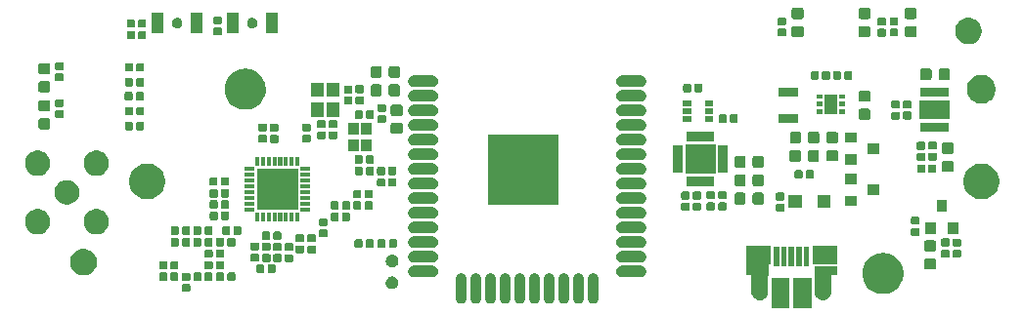
<source format=gbr>
G04 #@! TF.GenerationSoftware,KiCad,Pcbnew,5.0.2-bee76a0~70~ubuntu18.04.1*
G04 #@! TF.CreationDate,2019-04-01T00:38:36-04:00*
G04 #@! TF.ProjectId,L-Clip-V0,4c2d436c-6970-42d5-9630-2e6b69636164,rev?*
G04 #@! TF.SameCoordinates,Original*
G04 #@! TF.FileFunction,Soldermask,Top*
G04 #@! TF.FilePolarity,Negative*
%FSLAX46Y46*%
G04 Gerber Fmt 4.6, Leading zero omitted, Abs format (unit mm)*
G04 Created by KiCad (PCBNEW 5.0.2-bee76a0~70~ubuntu18.04.1) date Mon 01 Apr 2019 12:38:36 AM EDT*
%MOMM*%
%LPD*%
G01*
G04 APERTURE LIST*
%ADD10C,0.100000*%
G04 APERTURE END LIST*
D10*
G36*
X175400800Y-102985800D02*
X173869200Y-102985800D01*
X173869200Y-100384200D01*
X175400800Y-100384200D01*
X175400800Y-102985800D01*
X175400800Y-102985800D01*
G37*
G36*
X173480800Y-102985800D02*
X171949200Y-102985800D01*
X171949200Y-100384200D01*
X173480800Y-100384200D01*
X173480800Y-102985800D01*
X173480800Y-102985800D01*
G37*
G36*
X154073174Y-100006446D02*
X154167575Y-100035083D01*
X154254576Y-100081585D01*
X154330832Y-100144168D01*
X154393415Y-100220424D01*
X154439917Y-100307425D01*
X154468554Y-100401826D01*
X154475800Y-100475398D01*
X154475800Y-102124602D01*
X154468554Y-102198174D01*
X154439917Y-102292575D01*
X154393415Y-102379576D01*
X154330832Y-102455832D01*
X154254576Y-102518415D01*
X154167574Y-102564917D01*
X154073173Y-102593554D01*
X153975000Y-102603223D01*
X153876826Y-102593554D01*
X153782425Y-102564917D01*
X153695424Y-102518415D01*
X153619168Y-102455832D01*
X153556585Y-102379576D01*
X153510083Y-102292574D01*
X153481446Y-102198173D01*
X153474200Y-102124601D01*
X153474201Y-100475398D01*
X153481447Y-100401826D01*
X153510084Y-100307425D01*
X153556586Y-100220424D01*
X153619169Y-100144168D01*
X153695425Y-100081585D01*
X153782426Y-100035083D01*
X153876827Y-100006446D01*
X153975000Y-99996777D01*
X154073174Y-100006446D01*
X154073174Y-100006446D01*
G37*
G36*
X155343174Y-100006446D02*
X155437575Y-100035083D01*
X155524576Y-100081585D01*
X155600832Y-100144168D01*
X155663415Y-100220424D01*
X155709917Y-100307425D01*
X155738554Y-100401826D01*
X155745800Y-100475398D01*
X155745800Y-102124602D01*
X155738554Y-102198174D01*
X155709917Y-102292575D01*
X155663415Y-102379576D01*
X155600832Y-102455832D01*
X155524576Y-102518415D01*
X155437574Y-102564917D01*
X155343173Y-102593554D01*
X155245000Y-102603223D01*
X155146826Y-102593554D01*
X155052425Y-102564917D01*
X154965424Y-102518415D01*
X154889168Y-102455832D01*
X154826585Y-102379576D01*
X154780083Y-102292574D01*
X154751446Y-102198173D01*
X154744200Y-102124601D01*
X154744201Y-100475398D01*
X154751447Y-100401826D01*
X154780084Y-100307425D01*
X154826586Y-100220424D01*
X154889169Y-100144168D01*
X154965425Y-100081585D01*
X155052426Y-100035083D01*
X155146827Y-100006446D01*
X155245000Y-99996777D01*
X155343174Y-100006446D01*
X155343174Y-100006446D01*
G37*
G36*
X156613174Y-100006446D02*
X156707575Y-100035083D01*
X156794576Y-100081585D01*
X156870832Y-100144168D01*
X156933415Y-100220424D01*
X156979917Y-100307425D01*
X157008554Y-100401826D01*
X157015800Y-100475398D01*
X157015800Y-102124602D01*
X157008554Y-102198174D01*
X156979917Y-102292575D01*
X156933415Y-102379576D01*
X156870832Y-102455832D01*
X156794576Y-102518415D01*
X156707574Y-102564917D01*
X156613173Y-102593554D01*
X156515000Y-102603223D01*
X156416826Y-102593554D01*
X156322425Y-102564917D01*
X156235424Y-102518415D01*
X156159168Y-102455832D01*
X156096585Y-102379576D01*
X156050083Y-102292574D01*
X156021446Y-102198173D01*
X156014200Y-102124601D01*
X156014201Y-100475398D01*
X156021447Y-100401826D01*
X156050084Y-100307425D01*
X156096586Y-100220424D01*
X156159169Y-100144168D01*
X156235425Y-100081585D01*
X156322426Y-100035083D01*
X156416827Y-100006446D01*
X156515000Y-99996777D01*
X156613174Y-100006446D01*
X156613174Y-100006446D01*
G37*
G36*
X145183174Y-100006446D02*
X145277575Y-100035083D01*
X145364576Y-100081585D01*
X145440832Y-100144168D01*
X145503415Y-100220424D01*
X145549917Y-100307425D01*
X145578554Y-100401826D01*
X145585800Y-100475398D01*
X145585800Y-102124602D01*
X145578554Y-102198174D01*
X145549917Y-102292575D01*
X145503415Y-102379576D01*
X145440832Y-102455832D01*
X145364576Y-102518415D01*
X145277574Y-102564917D01*
X145183173Y-102593554D01*
X145085000Y-102603223D01*
X144986826Y-102593554D01*
X144892425Y-102564917D01*
X144805424Y-102518415D01*
X144729168Y-102455832D01*
X144666585Y-102379576D01*
X144620083Y-102292574D01*
X144591446Y-102198173D01*
X144584200Y-102124601D01*
X144584201Y-100475398D01*
X144591447Y-100401826D01*
X144620084Y-100307425D01*
X144666586Y-100220424D01*
X144729169Y-100144168D01*
X144805425Y-100081585D01*
X144892426Y-100035083D01*
X144986827Y-100006446D01*
X145085000Y-99996777D01*
X145183174Y-100006446D01*
X145183174Y-100006446D01*
G37*
G36*
X146453174Y-100006446D02*
X146547575Y-100035083D01*
X146634576Y-100081585D01*
X146710832Y-100144168D01*
X146773415Y-100220424D01*
X146819917Y-100307425D01*
X146848554Y-100401826D01*
X146855800Y-100475398D01*
X146855800Y-102124602D01*
X146848554Y-102198174D01*
X146819917Y-102292575D01*
X146773415Y-102379576D01*
X146710832Y-102455832D01*
X146634576Y-102518415D01*
X146547574Y-102564917D01*
X146453173Y-102593554D01*
X146355000Y-102603223D01*
X146256826Y-102593554D01*
X146162425Y-102564917D01*
X146075424Y-102518415D01*
X145999168Y-102455832D01*
X145936585Y-102379576D01*
X145890083Y-102292574D01*
X145861446Y-102198173D01*
X145854200Y-102124601D01*
X145854201Y-100475398D01*
X145861447Y-100401826D01*
X145890084Y-100307425D01*
X145936586Y-100220424D01*
X145999169Y-100144168D01*
X146075425Y-100081585D01*
X146162426Y-100035083D01*
X146256827Y-100006446D01*
X146355000Y-99996777D01*
X146453174Y-100006446D01*
X146453174Y-100006446D01*
G37*
G36*
X147723174Y-100006446D02*
X147817575Y-100035083D01*
X147904576Y-100081585D01*
X147980832Y-100144168D01*
X148043415Y-100220424D01*
X148089917Y-100307425D01*
X148118554Y-100401826D01*
X148125800Y-100475398D01*
X148125800Y-102124602D01*
X148118554Y-102198174D01*
X148089917Y-102292575D01*
X148043415Y-102379576D01*
X147980832Y-102455832D01*
X147904576Y-102518415D01*
X147817574Y-102564917D01*
X147723173Y-102593554D01*
X147625000Y-102603223D01*
X147526826Y-102593554D01*
X147432425Y-102564917D01*
X147345424Y-102518415D01*
X147269168Y-102455832D01*
X147206585Y-102379576D01*
X147160083Y-102292574D01*
X147131446Y-102198173D01*
X147124200Y-102124601D01*
X147124201Y-100475398D01*
X147131447Y-100401826D01*
X147160084Y-100307425D01*
X147206586Y-100220424D01*
X147269169Y-100144168D01*
X147345425Y-100081585D01*
X147432426Y-100035083D01*
X147526827Y-100006446D01*
X147625000Y-99996777D01*
X147723174Y-100006446D01*
X147723174Y-100006446D01*
G37*
G36*
X150263174Y-100006446D02*
X150357575Y-100035083D01*
X150444576Y-100081585D01*
X150520832Y-100144168D01*
X150583415Y-100220424D01*
X150629917Y-100307425D01*
X150658554Y-100401826D01*
X150665800Y-100475398D01*
X150665800Y-102124602D01*
X150658554Y-102198174D01*
X150629917Y-102292575D01*
X150583415Y-102379576D01*
X150520832Y-102455832D01*
X150444576Y-102518415D01*
X150357574Y-102564917D01*
X150263173Y-102593554D01*
X150165000Y-102603223D01*
X150066826Y-102593554D01*
X149972425Y-102564917D01*
X149885424Y-102518415D01*
X149809168Y-102455832D01*
X149746585Y-102379576D01*
X149700083Y-102292574D01*
X149671446Y-102198173D01*
X149664200Y-102124601D01*
X149664201Y-100475398D01*
X149671447Y-100401826D01*
X149700084Y-100307425D01*
X149746586Y-100220424D01*
X149809169Y-100144168D01*
X149885425Y-100081585D01*
X149972426Y-100035083D01*
X150066827Y-100006446D01*
X150165000Y-99996777D01*
X150263174Y-100006446D01*
X150263174Y-100006446D01*
G37*
G36*
X148993174Y-100006446D02*
X149087575Y-100035083D01*
X149174576Y-100081585D01*
X149250832Y-100144168D01*
X149313415Y-100220424D01*
X149359917Y-100307425D01*
X149388554Y-100401826D01*
X149395800Y-100475398D01*
X149395800Y-102124602D01*
X149388554Y-102198174D01*
X149359917Y-102292575D01*
X149313415Y-102379576D01*
X149250832Y-102455832D01*
X149174576Y-102518415D01*
X149087574Y-102564917D01*
X148993173Y-102593554D01*
X148895000Y-102603223D01*
X148796826Y-102593554D01*
X148702425Y-102564917D01*
X148615424Y-102518415D01*
X148539168Y-102455832D01*
X148476585Y-102379576D01*
X148430083Y-102292574D01*
X148401446Y-102198173D01*
X148394200Y-102124601D01*
X148394201Y-100475398D01*
X148401447Y-100401826D01*
X148430084Y-100307425D01*
X148476586Y-100220424D01*
X148539169Y-100144168D01*
X148615425Y-100081585D01*
X148702426Y-100035083D01*
X148796827Y-100006446D01*
X148895000Y-99996777D01*
X148993174Y-100006446D01*
X148993174Y-100006446D01*
G37*
G36*
X152803174Y-100006446D02*
X152897575Y-100035083D01*
X152984576Y-100081585D01*
X153060832Y-100144168D01*
X153123415Y-100220424D01*
X153169917Y-100307425D01*
X153198554Y-100401826D01*
X153205800Y-100475398D01*
X153205800Y-102124602D01*
X153198554Y-102198174D01*
X153169917Y-102292575D01*
X153123415Y-102379576D01*
X153060832Y-102455832D01*
X152984576Y-102518415D01*
X152897574Y-102564917D01*
X152803173Y-102593554D01*
X152705000Y-102603223D01*
X152606826Y-102593554D01*
X152512425Y-102564917D01*
X152425424Y-102518415D01*
X152349168Y-102455832D01*
X152286585Y-102379576D01*
X152240083Y-102292574D01*
X152211446Y-102198173D01*
X152204200Y-102124601D01*
X152204201Y-100475398D01*
X152211447Y-100401826D01*
X152240084Y-100307425D01*
X152286586Y-100220424D01*
X152349169Y-100144168D01*
X152425425Y-100081585D01*
X152512426Y-100035083D01*
X152606827Y-100006446D01*
X152705000Y-99996777D01*
X152803174Y-100006446D01*
X152803174Y-100006446D01*
G37*
G36*
X151533174Y-100006446D02*
X151627575Y-100035083D01*
X151714576Y-100081585D01*
X151790832Y-100144168D01*
X151853415Y-100220424D01*
X151899917Y-100307425D01*
X151928554Y-100401826D01*
X151935800Y-100475398D01*
X151935800Y-102124602D01*
X151928554Y-102198174D01*
X151899917Y-102292575D01*
X151853415Y-102379576D01*
X151790832Y-102455832D01*
X151714576Y-102518415D01*
X151627574Y-102564917D01*
X151533173Y-102593554D01*
X151435000Y-102603223D01*
X151336826Y-102593554D01*
X151242425Y-102564917D01*
X151155424Y-102518415D01*
X151079168Y-102455832D01*
X151016585Y-102379576D01*
X150970083Y-102292574D01*
X150941446Y-102198173D01*
X150934200Y-102124601D01*
X150934201Y-100475398D01*
X150941447Y-100401826D01*
X150970084Y-100307425D01*
X151016586Y-100220424D01*
X151079169Y-100144168D01*
X151155425Y-100081585D01*
X151242426Y-100035083D01*
X151336827Y-100006446D01*
X151435000Y-99996777D01*
X151533174Y-100006446D01*
X151533174Y-100006446D01*
G37*
G36*
X177638300Y-100135800D02*
X177201600Y-100135800D01*
X177191689Y-100136776D01*
X177182160Y-100139667D01*
X177173377Y-100144361D01*
X177165679Y-100150679D01*
X177159361Y-100158377D01*
X177154667Y-100167160D01*
X177151776Y-100176689D01*
X177150800Y-100186600D01*
X177150800Y-101546476D01*
X177145679Y-101550679D01*
X177139361Y-101558377D01*
X177134667Y-101567160D01*
X177131776Y-101576689D01*
X177130800Y-101586600D01*
X177130800Y-101625654D01*
X177120299Y-101732277D01*
X177078796Y-101869095D01*
X177011399Y-101995185D01*
X176920701Y-102105701D01*
X176810185Y-102196399D01*
X176684095Y-102263796D01*
X176547278Y-102305299D01*
X176405000Y-102319312D01*
X176262723Y-102305299D01*
X176125906Y-102263796D01*
X175999816Y-102196399D01*
X175889299Y-102105701D01*
X175798601Y-101995185D01*
X175731204Y-101869095D01*
X175689701Y-101732278D01*
X175679200Y-101625655D01*
X175679200Y-101204346D01*
X175689701Y-101097723D01*
X175697013Y-101073619D01*
X175699200Y-101058873D01*
X175699200Y-99416422D01*
X175703139Y-99411623D01*
X175707833Y-99402840D01*
X175710724Y-99393311D01*
X175711700Y-99383400D01*
X175711700Y-99334200D01*
X177638300Y-99334200D01*
X177638300Y-100135800D01*
X177638300Y-100135800D01*
G37*
G36*
X171372776Y-97622893D02*
X171402845Y-97632014D01*
X171417583Y-97634200D01*
X171875800Y-97634200D01*
X171875800Y-99235800D01*
X171739100Y-99235800D01*
X171729189Y-99236776D01*
X171719660Y-99239667D01*
X171710877Y-99244361D01*
X171703179Y-99250679D01*
X171696861Y-99258377D01*
X171692167Y-99267160D01*
X171689276Y-99276689D01*
X171688300Y-99286600D01*
X171688300Y-100148528D01*
X171685679Y-100150679D01*
X171679361Y-100158377D01*
X171674667Y-100167160D01*
X171671776Y-100176689D01*
X171670800Y-100186600D01*
X171670800Y-101625654D01*
X171660299Y-101732277D01*
X171618796Y-101869095D01*
X171551399Y-101995185D01*
X171460701Y-102105701D01*
X171350185Y-102196399D01*
X171224095Y-102263796D01*
X171087278Y-102305299D01*
X170945000Y-102319312D01*
X170802723Y-102305299D01*
X170665906Y-102263796D01*
X170539816Y-102196399D01*
X170429299Y-102105701D01*
X170338601Y-101995185D01*
X170271204Y-101869095D01*
X170229701Y-101732278D01*
X170219200Y-101625655D01*
X170219200Y-100186600D01*
X170218224Y-100176689D01*
X170215333Y-100167160D01*
X170210639Y-100158377D01*
X170204321Y-100150679D01*
X170196623Y-100144361D01*
X170187840Y-100139667D01*
X170178311Y-100136776D01*
X170168400Y-100135800D01*
X169761700Y-100135800D01*
X169761700Y-99316422D01*
X169765639Y-99311623D01*
X169770333Y-99302840D01*
X169773224Y-99293311D01*
X169774200Y-99283400D01*
X169774200Y-97634200D01*
X171092416Y-97634200D01*
X171107154Y-97632014D01*
X171137223Y-97622893D01*
X171255000Y-97611293D01*
X171372776Y-97622893D01*
X171372776Y-97622893D01*
G37*
G36*
X181858038Y-98240737D02*
X182117984Y-98292443D01*
X182441154Y-98426305D01*
X182732008Y-98620647D01*
X182979353Y-98867992D01*
X183173695Y-99158846D01*
X183307557Y-99482016D01*
X183341301Y-99651661D01*
X183372797Y-99810000D01*
X183375800Y-99825100D01*
X183375800Y-100174900D01*
X183307557Y-100517984D01*
X183173695Y-100841154D01*
X182979353Y-101132008D01*
X182732008Y-101379353D01*
X182441154Y-101573695D01*
X182117984Y-101707557D01*
X181889261Y-101753052D01*
X181774901Y-101775800D01*
X181425099Y-101775800D01*
X181310739Y-101753052D01*
X181082016Y-101707557D01*
X180758846Y-101573695D01*
X180467992Y-101379353D01*
X180220647Y-101132008D01*
X180026305Y-100841154D01*
X179892443Y-100517984D01*
X179824200Y-100174900D01*
X179824200Y-99825100D01*
X179827204Y-99810000D01*
X179858699Y-99651661D01*
X179892443Y-99482016D01*
X180026305Y-99158846D01*
X180220647Y-98867992D01*
X180467992Y-98620647D01*
X180758846Y-98426305D01*
X181082016Y-98292443D01*
X181341962Y-98240737D01*
X181425099Y-98224200D01*
X181774901Y-98224200D01*
X181858038Y-98240737D01*
X181858038Y-98240737D01*
G37*
G36*
X121523911Y-100908136D02*
X121551532Y-100916515D01*
X121576993Y-100930124D01*
X121599308Y-100948437D01*
X121617621Y-100970752D01*
X121631230Y-100996213D01*
X121639609Y-101023834D01*
X121642684Y-101055052D01*
X121642684Y-101446670D01*
X121639609Y-101477888D01*
X121631230Y-101505509D01*
X121617621Y-101530970D01*
X121599308Y-101553285D01*
X121576993Y-101571598D01*
X121551532Y-101585207D01*
X121523911Y-101593586D01*
X121492693Y-101596661D01*
X121051075Y-101596661D01*
X121019857Y-101593586D01*
X120992236Y-101585207D01*
X120966775Y-101571598D01*
X120944460Y-101553285D01*
X120926147Y-101530970D01*
X120912538Y-101505509D01*
X120904159Y-101477888D01*
X120901084Y-101446670D01*
X120901084Y-101055052D01*
X120904159Y-101023834D01*
X120912538Y-100996213D01*
X120926147Y-100970752D01*
X120944460Y-100948437D01*
X120966775Y-100930124D01*
X120992236Y-100916515D01*
X121019857Y-100908136D01*
X121051075Y-100905061D01*
X121492693Y-100905061D01*
X121523911Y-100908136D01*
X121523911Y-100908136D01*
G37*
G36*
X139189720Y-100256256D02*
X139260664Y-100270367D01*
X139358278Y-100310800D01*
X139360902Y-100311887D01*
X139406008Y-100342027D01*
X139451116Y-100372167D01*
X139527833Y-100448884D01*
X139545549Y-100475398D01*
X139583964Y-100532888D01*
X139588114Y-100539100D01*
X139629633Y-100639336D01*
X139650800Y-100745752D01*
X139650800Y-100854248D01*
X139629633Y-100960664D01*
X139588114Y-101060900D01*
X139588113Y-101060902D01*
X139576714Y-101077961D01*
X139527833Y-101151116D01*
X139451116Y-101227833D01*
X139406008Y-101257973D01*
X139360902Y-101288113D01*
X139360901Y-101288114D01*
X139360900Y-101288114D01*
X139260664Y-101329633D01*
X139189720Y-101343744D01*
X139154249Y-101350800D01*
X139045751Y-101350800D01*
X139010280Y-101343744D01*
X138939336Y-101329633D01*
X138839100Y-101288114D01*
X138839099Y-101288114D01*
X138839098Y-101288113D01*
X138793992Y-101257973D01*
X138748884Y-101227833D01*
X138672167Y-101151116D01*
X138623286Y-101077961D01*
X138611887Y-101060902D01*
X138611886Y-101060900D01*
X138570367Y-100960664D01*
X138549200Y-100854248D01*
X138549200Y-100745752D01*
X138570367Y-100639336D01*
X138611886Y-100539100D01*
X138616037Y-100532888D01*
X138654451Y-100475398D01*
X138672167Y-100448884D01*
X138748884Y-100372167D01*
X138793992Y-100342027D01*
X138839098Y-100311887D01*
X138841722Y-100310800D01*
X138939336Y-100270367D01*
X139010280Y-100256256D01*
X139045751Y-100249200D01*
X139154249Y-100249200D01*
X139189720Y-100256256D01*
X139189720Y-100256256D01*
G37*
G36*
X122478911Y-99913136D02*
X122506532Y-99921515D01*
X122531993Y-99935124D01*
X122554308Y-99953437D01*
X122572621Y-99975752D01*
X122586230Y-100001213D01*
X122594609Y-100028834D01*
X122597684Y-100060052D01*
X122597684Y-100501670D01*
X122594609Y-100532888D01*
X122586230Y-100560509D01*
X122572621Y-100585970D01*
X122554308Y-100608285D01*
X122531993Y-100626598D01*
X122506532Y-100640207D01*
X122478911Y-100648586D01*
X122447693Y-100651661D01*
X122056075Y-100651661D01*
X122024857Y-100648586D01*
X121997236Y-100640207D01*
X121971775Y-100626598D01*
X121949460Y-100608285D01*
X121931147Y-100585970D01*
X121917538Y-100560509D01*
X121909159Y-100532888D01*
X121906084Y-100501670D01*
X121906084Y-100060052D01*
X121909159Y-100028834D01*
X121917538Y-100001213D01*
X121931147Y-99975752D01*
X121949460Y-99953437D01*
X121971775Y-99935124D01*
X121997236Y-99921515D01*
X122024857Y-99913136D01*
X122056075Y-99910061D01*
X122447693Y-99910061D01*
X122478911Y-99913136D01*
X122478911Y-99913136D01*
G37*
G36*
X120498911Y-99913136D02*
X120526532Y-99921515D01*
X120551993Y-99935124D01*
X120574308Y-99953437D01*
X120592621Y-99975752D01*
X120606230Y-100001213D01*
X120614609Y-100028834D01*
X120617684Y-100060052D01*
X120617684Y-100501670D01*
X120614609Y-100532888D01*
X120606230Y-100560509D01*
X120592621Y-100585970D01*
X120574308Y-100608285D01*
X120551993Y-100626598D01*
X120526532Y-100640207D01*
X120498911Y-100648586D01*
X120467693Y-100651661D01*
X120076075Y-100651661D01*
X120044857Y-100648586D01*
X120017236Y-100640207D01*
X119991775Y-100626598D01*
X119969460Y-100608285D01*
X119951147Y-100585970D01*
X119937538Y-100560509D01*
X119929159Y-100532888D01*
X119926084Y-100501670D01*
X119926084Y-100060052D01*
X119929159Y-100028834D01*
X119937538Y-100001213D01*
X119951147Y-99975752D01*
X119969460Y-99953437D01*
X119991775Y-99935124D01*
X120017236Y-99921515D01*
X120044857Y-99913136D01*
X120076075Y-99910061D01*
X120467693Y-99910061D01*
X120498911Y-99913136D01*
X120498911Y-99913136D01*
G37*
G36*
X125418911Y-99913136D02*
X125446532Y-99921515D01*
X125471993Y-99935124D01*
X125494308Y-99953437D01*
X125512621Y-99975752D01*
X125526230Y-100001213D01*
X125534609Y-100028834D01*
X125537684Y-100060052D01*
X125537684Y-100501670D01*
X125534609Y-100532888D01*
X125526230Y-100560509D01*
X125512621Y-100585970D01*
X125494308Y-100608285D01*
X125471993Y-100626598D01*
X125446532Y-100640207D01*
X125418911Y-100648586D01*
X125387693Y-100651661D01*
X124996075Y-100651661D01*
X124964857Y-100648586D01*
X124937236Y-100640207D01*
X124911775Y-100626598D01*
X124889460Y-100608285D01*
X124871147Y-100585970D01*
X124857538Y-100560509D01*
X124849159Y-100532888D01*
X124846084Y-100501670D01*
X124846084Y-100060052D01*
X124849159Y-100028834D01*
X124857538Y-100001213D01*
X124871147Y-99975752D01*
X124889460Y-99953437D01*
X124911775Y-99935124D01*
X124937236Y-99921515D01*
X124964857Y-99913136D01*
X124996075Y-99910061D01*
X125387693Y-99910061D01*
X125418911Y-99913136D01*
X125418911Y-99913136D01*
G37*
G36*
X124448911Y-99913136D02*
X124476532Y-99921515D01*
X124501993Y-99935124D01*
X124524308Y-99953437D01*
X124542621Y-99975752D01*
X124556230Y-100001213D01*
X124564609Y-100028834D01*
X124567684Y-100060052D01*
X124567684Y-100501670D01*
X124564609Y-100532888D01*
X124556230Y-100560509D01*
X124542621Y-100585970D01*
X124524308Y-100608285D01*
X124501993Y-100626598D01*
X124476532Y-100640207D01*
X124448911Y-100648586D01*
X124417693Y-100651661D01*
X124026075Y-100651661D01*
X123994857Y-100648586D01*
X123967236Y-100640207D01*
X123941775Y-100626598D01*
X123919460Y-100608285D01*
X123901147Y-100585970D01*
X123887538Y-100560509D01*
X123879159Y-100532888D01*
X123876084Y-100501670D01*
X123876084Y-100060052D01*
X123879159Y-100028834D01*
X123887538Y-100001213D01*
X123901147Y-99975752D01*
X123919460Y-99953437D01*
X123941775Y-99935124D01*
X123967236Y-99921515D01*
X123994857Y-99913136D01*
X124026075Y-99910061D01*
X124417693Y-99910061D01*
X124448911Y-99913136D01*
X124448911Y-99913136D01*
G37*
G36*
X123448911Y-99913136D02*
X123476532Y-99921515D01*
X123501993Y-99935124D01*
X123524308Y-99953437D01*
X123542621Y-99975752D01*
X123556230Y-100001213D01*
X123564609Y-100028834D01*
X123567684Y-100060052D01*
X123567684Y-100501670D01*
X123564609Y-100532888D01*
X123556230Y-100560509D01*
X123542621Y-100585970D01*
X123524308Y-100608285D01*
X123501993Y-100626598D01*
X123476532Y-100640207D01*
X123448911Y-100648586D01*
X123417693Y-100651661D01*
X123026075Y-100651661D01*
X122994857Y-100648586D01*
X122967236Y-100640207D01*
X122941775Y-100626598D01*
X122919460Y-100608285D01*
X122901147Y-100585970D01*
X122887538Y-100560509D01*
X122879159Y-100532888D01*
X122876084Y-100501670D01*
X122876084Y-100060052D01*
X122879159Y-100028834D01*
X122887538Y-100001213D01*
X122901147Y-99975752D01*
X122919460Y-99953437D01*
X122941775Y-99935124D01*
X122967236Y-99921515D01*
X122994857Y-99913136D01*
X123026075Y-99910061D01*
X123417693Y-99910061D01*
X123448911Y-99913136D01*
X123448911Y-99913136D01*
G37*
G36*
X119528911Y-99913136D02*
X119556532Y-99921515D01*
X119581993Y-99935124D01*
X119604308Y-99953437D01*
X119622621Y-99975752D01*
X119636230Y-100001213D01*
X119644609Y-100028834D01*
X119647684Y-100060052D01*
X119647684Y-100501670D01*
X119644609Y-100532888D01*
X119636230Y-100560509D01*
X119622621Y-100585970D01*
X119604308Y-100608285D01*
X119581993Y-100626598D01*
X119556532Y-100640207D01*
X119528911Y-100648586D01*
X119497693Y-100651661D01*
X119106075Y-100651661D01*
X119074857Y-100648586D01*
X119047236Y-100640207D01*
X119021775Y-100626598D01*
X118999460Y-100608285D01*
X118981147Y-100585970D01*
X118967538Y-100560509D01*
X118959159Y-100532888D01*
X118956084Y-100501670D01*
X118956084Y-100060052D01*
X118959159Y-100028834D01*
X118967538Y-100001213D01*
X118981147Y-99975752D01*
X118999460Y-99953437D01*
X119021775Y-99935124D01*
X119047236Y-99921515D01*
X119074857Y-99913136D01*
X119106075Y-99910061D01*
X119497693Y-99910061D01*
X119528911Y-99913136D01*
X119528911Y-99913136D01*
G37*
G36*
X121523911Y-99938136D02*
X121551532Y-99946515D01*
X121576993Y-99960124D01*
X121599308Y-99978437D01*
X121617621Y-100000752D01*
X121631230Y-100026213D01*
X121639609Y-100053834D01*
X121642684Y-100085052D01*
X121642684Y-100476670D01*
X121639609Y-100507888D01*
X121631230Y-100535509D01*
X121617621Y-100560970D01*
X121599308Y-100583285D01*
X121576993Y-100601598D01*
X121551532Y-100615207D01*
X121523911Y-100623586D01*
X121492693Y-100626661D01*
X121051075Y-100626661D01*
X121019857Y-100623586D01*
X120992236Y-100615207D01*
X120966775Y-100601598D01*
X120944460Y-100583285D01*
X120926147Y-100560970D01*
X120912538Y-100535509D01*
X120904159Y-100507888D01*
X120901084Y-100476670D01*
X120901084Y-100085052D01*
X120904159Y-100053834D01*
X120912538Y-100026213D01*
X120926147Y-100000752D01*
X120944460Y-99978437D01*
X120966775Y-99960124D01*
X120992236Y-99946515D01*
X121019857Y-99938136D01*
X121051075Y-99935061D01*
X121492693Y-99935061D01*
X121523911Y-99938136D01*
X121523911Y-99938136D01*
G37*
G36*
X142698174Y-99316446D02*
X142792575Y-99345083D01*
X142879576Y-99391585D01*
X142955832Y-99454168D01*
X143018415Y-99530424D01*
X143064917Y-99617425D01*
X143093554Y-99711826D01*
X143103223Y-99810000D01*
X143093554Y-99908174D01*
X143064917Y-100002575D01*
X143018415Y-100089576D01*
X142955832Y-100165832D01*
X142879576Y-100228415D01*
X142792575Y-100274917D01*
X142698174Y-100303554D01*
X142624602Y-100310800D01*
X140975398Y-100310800D01*
X140901826Y-100303554D01*
X140807425Y-100274917D01*
X140720424Y-100228415D01*
X140644168Y-100165832D01*
X140581585Y-100089576D01*
X140535083Y-100002575D01*
X140506446Y-99908174D01*
X140496777Y-99810000D01*
X140506446Y-99711826D01*
X140535083Y-99617425D01*
X140581585Y-99530424D01*
X140644168Y-99454168D01*
X140720424Y-99391585D01*
X140807425Y-99345083D01*
X140901826Y-99316446D01*
X140975398Y-99309200D01*
X142624602Y-99309200D01*
X142698174Y-99316446D01*
X142698174Y-99316446D01*
G37*
G36*
X160698174Y-99316446D02*
X160792575Y-99345083D01*
X160879576Y-99391585D01*
X160955832Y-99454168D01*
X161018415Y-99530424D01*
X161064917Y-99617425D01*
X161093554Y-99711826D01*
X161103223Y-99810000D01*
X161093554Y-99908174D01*
X161064917Y-100002575D01*
X161018415Y-100089576D01*
X160955832Y-100165832D01*
X160879576Y-100228415D01*
X160792575Y-100274917D01*
X160698174Y-100303554D01*
X160624602Y-100310800D01*
X158975398Y-100310800D01*
X158901826Y-100303554D01*
X158807425Y-100274917D01*
X158720424Y-100228415D01*
X158644168Y-100165832D01*
X158581585Y-100089576D01*
X158535083Y-100002575D01*
X158506446Y-99908174D01*
X158496777Y-99810000D01*
X158506446Y-99711826D01*
X158535083Y-99617425D01*
X158581585Y-99530424D01*
X158644168Y-99454168D01*
X158720424Y-99391585D01*
X158807425Y-99345083D01*
X158901826Y-99316446D01*
X158975398Y-99309200D01*
X160624602Y-99309200D01*
X160698174Y-99316446D01*
X160698174Y-99316446D01*
G37*
G36*
X112587455Y-97863942D02*
X112735678Y-97893425D01*
X112942757Y-97979200D01*
X112945108Y-97980174D01*
X113133592Y-98106115D01*
X113293885Y-98266408D01*
X113411096Y-98441826D01*
X113419827Y-98454894D01*
X113506575Y-98664322D01*
X113523805Y-98750944D01*
X113547983Y-98872492D01*
X113550800Y-98886657D01*
X113550800Y-99113343D01*
X113506575Y-99335678D01*
X113425909Y-99530423D01*
X113419826Y-99545108D01*
X113293885Y-99733592D01*
X113133592Y-99893885D01*
X112945108Y-100019826D01*
X112945107Y-100019827D01*
X112945106Y-100019827D01*
X112735678Y-100106575D01*
X112588753Y-100135800D01*
X112513344Y-100150800D01*
X112286656Y-100150800D01*
X112211247Y-100135800D01*
X112064322Y-100106575D01*
X111854894Y-100019827D01*
X111854893Y-100019827D01*
X111854892Y-100019826D01*
X111666408Y-99893885D01*
X111506115Y-99733592D01*
X111380174Y-99545108D01*
X111374091Y-99530423D01*
X111293425Y-99335678D01*
X111249200Y-99113343D01*
X111249200Y-98886657D01*
X111252018Y-98872492D01*
X111276195Y-98750944D01*
X111293425Y-98664322D01*
X111380173Y-98454894D01*
X111388905Y-98441826D01*
X111506115Y-98266408D01*
X111666408Y-98106115D01*
X111854892Y-97980174D01*
X111857243Y-97979200D01*
X112064322Y-97893425D01*
X112212545Y-97863942D01*
X112286656Y-97849200D01*
X112513344Y-97849200D01*
X112587455Y-97863942D01*
X112587455Y-97863942D01*
G37*
G36*
X128898911Y-99213136D02*
X128926532Y-99221515D01*
X128951993Y-99235124D01*
X128974308Y-99253437D01*
X128992621Y-99275752D01*
X129006230Y-99301213D01*
X129014609Y-99328834D01*
X129017684Y-99360052D01*
X129017684Y-99801670D01*
X129014609Y-99832888D01*
X129006230Y-99860509D01*
X128992621Y-99885970D01*
X128974308Y-99908285D01*
X128951993Y-99926598D01*
X128926532Y-99940207D01*
X128898911Y-99948586D01*
X128867693Y-99951661D01*
X128476075Y-99951661D01*
X128444857Y-99948586D01*
X128417236Y-99940207D01*
X128391775Y-99926598D01*
X128369460Y-99908285D01*
X128351147Y-99885970D01*
X128337538Y-99860509D01*
X128329159Y-99832888D01*
X128326084Y-99801670D01*
X128326084Y-99360052D01*
X128329159Y-99328834D01*
X128337538Y-99301213D01*
X128351147Y-99275752D01*
X128369460Y-99253437D01*
X128391775Y-99235124D01*
X128417236Y-99221515D01*
X128444857Y-99213136D01*
X128476075Y-99210061D01*
X128867693Y-99210061D01*
X128898911Y-99213136D01*
X128898911Y-99213136D01*
G37*
G36*
X127928911Y-99213136D02*
X127956532Y-99221515D01*
X127981993Y-99235124D01*
X128004308Y-99253437D01*
X128022621Y-99275752D01*
X128036230Y-99301213D01*
X128044609Y-99328834D01*
X128047684Y-99360052D01*
X128047684Y-99801670D01*
X128044609Y-99832888D01*
X128036230Y-99860509D01*
X128022621Y-99885970D01*
X128004308Y-99908285D01*
X127981993Y-99926598D01*
X127956532Y-99940207D01*
X127928911Y-99948586D01*
X127897693Y-99951661D01*
X127506075Y-99951661D01*
X127474857Y-99948586D01*
X127447236Y-99940207D01*
X127421775Y-99926598D01*
X127399460Y-99908285D01*
X127381147Y-99885970D01*
X127367538Y-99860509D01*
X127359159Y-99832888D01*
X127356084Y-99801670D01*
X127356084Y-99360052D01*
X127359159Y-99328834D01*
X127367538Y-99301213D01*
X127381147Y-99275752D01*
X127399460Y-99253437D01*
X127421775Y-99235124D01*
X127447236Y-99221515D01*
X127474857Y-99213136D01*
X127506075Y-99210061D01*
X127897693Y-99210061D01*
X127928911Y-99213136D01*
X127928911Y-99213136D01*
G37*
G36*
X186049678Y-98691144D02*
X186090664Y-98703577D01*
X186128446Y-98723772D01*
X186161556Y-98750944D01*
X186188728Y-98784054D01*
X186208923Y-98821836D01*
X186221356Y-98862822D01*
X186225800Y-98907941D01*
X186225800Y-99442059D01*
X186221356Y-99487178D01*
X186208923Y-99528164D01*
X186188728Y-99565946D01*
X186161556Y-99599056D01*
X186128446Y-99626228D01*
X186090664Y-99646423D01*
X186049678Y-99658856D01*
X186004559Y-99663300D01*
X185395441Y-99663300D01*
X185350322Y-99658856D01*
X185309336Y-99646423D01*
X185271554Y-99626228D01*
X185238444Y-99599056D01*
X185211272Y-99565946D01*
X185191077Y-99528164D01*
X185178644Y-99487178D01*
X185174200Y-99442059D01*
X185174200Y-98907941D01*
X185178644Y-98862822D01*
X185191077Y-98821836D01*
X185211272Y-98784054D01*
X185238444Y-98750944D01*
X185271554Y-98723772D01*
X185309336Y-98703577D01*
X185350322Y-98691144D01*
X185395441Y-98686700D01*
X186004559Y-98686700D01*
X186049678Y-98691144D01*
X186049678Y-98691144D01*
G37*
G36*
X120498911Y-98913136D02*
X120526532Y-98921515D01*
X120551993Y-98935124D01*
X120574308Y-98953437D01*
X120592621Y-98975752D01*
X120606230Y-99001213D01*
X120614609Y-99028834D01*
X120617684Y-99060052D01*
X120617684Y-99501670D01*
X120614609Y-99532888D01*
X120606230Y-99560509D01*
X120592621Y-99585970D01*
X120574308Y-99608285D01*
X120551993Y-99626598D01*
X120526532Y-99640207D01*
X120498911Y-99648586D01*
X120467693Y-99651661D01*
X120076075Y-99651661D01*
X120044857Y-99648586D01*
X120017236Y-99640207D01*
X119991775Y-99626598D01*
X119969460Y-99608285D01*
X119951147Y-99585970D01*
X119937538Y-99560509D01*
X119929159Y-99532888D01*
X119926084Y-99501670D01*
X119926084Y-99060052D01*
X119929159Y-99028834D01*
X119937538Y-99001213D01*
X119951147Y-98975752D01*
X119969460Y-98953437D01*
X119991775Y-98935124D01*
X120017236Y-98921515D01*
X120044857Y-98913136D01*
X120076075Y-98910061D01*
X120467693Y-98910061D01*
X120498911Y-98913136D01*
X120498911Y-98913136D01*
G37*
G36*
X119528911Y-98913136D02*
X119556532Y-98921515D01*
X119581993Y-98935124D01*
X119604308Y-98953437D01*
X119622621Y-98975752D01*
X119636230Y-99001213D01*
X119644609Y-99028834D01*
X119647684Y-99060052D01*
X119647684Y-99501670D01*
X119644609Y-99532888D01*
X119636230Y-99560509D01*
X119622621Y-99585970D01*
X119604308Y-99608285D01*
X119581993Y-99626598D01*
X119556532Y-99640207D01*
X119528911Y-99648586D01*
X119497693Y-99651661D01*
X119106075Y-99651661D01*
X119074857Y-99648586D01*
X119047236Y-99640207D01*
X119021775Y-99626598D01*
X118999460Y-99608285D01*
X118981147Y-99585970D01*
X118967538Y-99560509D01*
X118959159Y-99532888D01*
X118956084Y-99501670D01*
X118956084Y-99060052D01*
X118959159Y-99028834D01*
X118967538Y-99001213D01*
X118981147Y-98975752D01*
X118999460Y-98953437D01*
X119021775Y-98935124D01*
X119047236Y-98921515D01*
X119074857Y-98913136D01*
X119106075Y-98910061D01*
X119497693Y-98910061D01*
X119528911Y-98913136D01*
X119528911Y-98913136D01*
G37*
G36*
X123473911Y-98923136D02*
X123501532Y-98931515D01*
X123526993Y-98945124D01*
X123549308Y-98963437D01*
X123567621Y-98985752D01*
X123581230Y-99011213D01*
X123589609Y-99038834D01*
X123592684Y-99070052D01*
X123592684Y-99461670D01*
X123589609Y-99492888D01*
X123581230Y-99520509D01*
X123567621Y-99545970D01*
X123549308Y-99568285D01*
X123526993Y-99586598D01*
X123501532Y-99600207D01*
X123473911Y-99608586D01*
X123442693Y-99611661D01*
X123001075Y-99611661D01*
X122969857Y-99608586D01*
X122942236Y-99600207D01*
X122916775Y-99586598D01*
X122894460Y-99568285D01*
X122876147Y-99545970D01*
X122862538Y-99520509D01*
X122854159Y-99492888D01*
X122851084Y-99461670D01*
X122851084Y-99070052D01*
X122854159Y-99038834D01*
X122862538Y-99011213D01*
X122876147Y-98985752D01*
X122894460Y-98963437D01*
X122916775Y-98945124D01*
X122942236Y-98931515D01*
X122969857Y-98923136D01*
X123001075Y-98920061D01*
X123442693Y-98920061D01*
X123473911Y-98923136D01*
X123473911Y-98923136D01*
G37*
G36*
X124473911Y-98923136D02*
X124501532Y-98931515D01*
X124526993Y-98945124D01*
X124549308Y-98963437D01*
X124567621Y-98985752D01*
X124581230Y-99011213D01*
X124589609Y-99038834D01*
X124592684Y-99070052D01*
X124592684Y-99461670D01*
X124589609Y-99492888D01*
X124581230Y-99520509D01*
X124567621Y-99545970D01*
X124549308Y-99568285D01*
X124526993Y-99586598D01*
X124501532Y-99600207D01*
X124473911Y-99608586D01*
X124442693Y-99611661D01*
X124001075Y-99611661D01*
X123969857Y-99608586D01*
X123942236Y-99600207D01*
X123916775Y-99586598D01*
X123894460Y-99568285D01*
X123876147Y-99545970D01*
X123862538Y-99520509D01*
X123854159Y-99492888D01*
X123851084Y-99461670D01*
X123851084Y-99070052D01*
X123854159Y-99038834D01*
X123862538Y-99011213D01*
X123876147Y-98985752D01*
X123894460Y-98963437D01*
X123916775Y-98945124D01*
X123942236Y-98931515D01*
X123969857Y-98923136D01*
X124001075Y-98920061D01*
X124442693Y-98920061D01*
X124473911Y-98923136D01*
X124473911Y-98923136D01*
G37*
G36*
X139189720Y-98356256D02*
X139260664Y-98370367D01*
X139359275Y-98411213D01*
X139360902Y-98411887D01*
X139383213Y-98426795D01*
X139451116Y-98472167D01*
X139527833Y-98548884D01*
X139543562Y-98572424D01*
X139587496Y-98638174D01*
X139588114Y-98639100D01*
X139629633Y-98739336D01*
X139629633Y-98739338D01*
X139649410Y-98838761D01*
X139650800Y-98845752D01*
X139650800Y-98954248D01*
X139629633Y-99060664D01*
X139588114Y-99160900D01*
X139527833Y-99251116D01*
X139451116Y-99327833D01*
X139441587Y-99334200D01*
X139360902Y-99388113D01*
X139360901Y-99388114D01*
X139360900Y-99388114D01*
X139260664Y-99429633D01*
X139214773Y-99438761D01*
X139154249Y-99450800D01*
X139045751Y-99450800D01*
X138985227Y-99438761D01*
X138939336Y-99429633D01*
X138839100Y-99388114D01*
X138839099Y-99388114D01*
X138839098Y-99388113D01*
X138758413Y-99334200D01*
X138748884Y-99327833D01*
X138672167Y-99251116D01*
X138611886Y-99160900D01*
X138570367Y-99060664D01*
X138549200Y-98954248D01*
X138549200Y-98845752D01*
X138550591Y-98838761D01*
X138570367Y-98739338D01*
X138570367Y-98739336D01*
X138611886Y-98639100D01*
X138612505Y-98638174D01*
X138656438Y-98572424D01*
X138672167Y-98548884D01*
X138748884Y-98472167D01*
X138816787Y-98426795D01*
X138839098Y-98411887D01*
X138840725Y-98411213D01*
X138939336Y-98370367D01*
X139010280Y-98356256D01*
X139045751Y-98349200D01*
X139154249Y-98349200D01*
X139189720Y-98356256D01*
X139189720Y-98356256D01*
G37*
G36*
X174575800Y-99410800D02*
X174074200Y-99410800D01*
X174074200Y-97659200D01*
X174575800Y-97659200D01*
X174575800Y-99410800D01*
X174575800Y-99410800D01*
G37*
G36*
X175225800Y-99410800D02*
X174724200Y-99410800D01*
X174724200Y-97659200D01*
X175225800Y-97659200D01*
X175225800Y-99410800D01*
X175225800Y-99410800D01*
G37*
G36*
X173275800Y-99410800D02*
X172774200Y-99410800D01*
X172774200Y-97659200D01*
X173275800Y-97659200D01*
X173275800Y-99410800D01*
X173275800Y-99410800D01*
G37*
G36*
X172625800Y-99410800D02*
X172124200Y-99410800D01*
X172124200Y-97659200D01*
X172625800Y-97659200D01*
X172625800Y-99410800D01*
X172625800Y-99410800D01*
G37*
G36*
X173925800Y-99410800D02*
X173424200Y-99410800D01*
X173424200Y-97659200D01*
X173925800Y-97659200D01*
X173925800Y-99410800D01*
X173925800Y-99410800D01*
G37*
G36*
X176122032Y-97613955D02*
X176127002Y-97614200D01*
X177625800Y-97614200D01*
X177625800Y-99215800D01*
X176127003Y-99215800D01*
X176122032Y-99216045D01*
X176095000Y-99218707D01*
X176067968Y-99216045D01*
X176062998Y-99215800D01*
X175524200Y-99215800D01*
X175524200Y-98810550D01*
X175522014Y-98795812D01*
X175502893Y-98732777D01*
X175494200Y-98644515D01*
X175494200Y-98185486D01*
X175502893Y-98097224D01*
X175522014Y-98034189D01*
X175524200Y-98019451D01*
X175524200Y-97614200D01*
X176062997Y-97614200D01*
X176067968Y-97613955D01*
X176095000Y-97611293D01*
X176122032Y-97613955D01*
X176122032Y-97613955D01*
G37*
G36*
X160698174Y-98046446D02*
X160792575Y-98075083D01*
X160879576Y-98121585D01*
X160955832Y-98184168D01*
X161018415Y-98260424D01*
X161064917Y-98347425D01*
X161093554Y-98441826D01*
X161103223Y-98540000D01*
X161093554Y-98638174D01*
X161064917Y-98732575D01*
X161018415Y-98819576D01*
X160955832Y-98895832D01*
X160879576Y-98958415D01*
X160792575Y-99004917D01*
X160698174Y-99033554D01*
X160624602Y-99040800D01*
X158975398Y-99040800D01*
X158901826Y-99033554D01*
X158807425Y-99004917D01*
X158720424Y-98958415D01*
X158644168Y-98895832D01*
X158581585Y-98819576D01*
X158535083Y-98732575D01*
X158506446Y-98638174D01*
X158496777Y-98540000D01*
X158506446Y-98441826D01*
X158535083Y-98347425D01*
X158581585Y-98260424D01*
X158644168Y-98184168D01*
X158720424Y-98121585D01*
X158807425Y-98075083D01*
X158901826Y-98046446D01*
X158975398Y-98039200D01*
X160624602Y-98039200D01*
X160698174Y-98046446D01*
X160698174Y-98046446D01*
G37*
G36*
X142698174Y-98046446D02*
X142792575Y-98075083D01*
X142879576Y-98121585D01*
X142955832Y-98184168D01*
X143018415Y-98260424D01*
X143064917Y-98347425D01*
X143093554Y-98441826D01*
X143103223Y-98540000D01*
X143093554Y-98638174D01*
X143064917Y-98732575D01*
X143018415Y-98819576D01*
X142955832Y-98895832D01*
X142879576Y-98958415D01*
X142792575Y-99004917D01*
X142698174Y-99033554D01*
X142624602Y-99040800D01*
X140975398Y-99040800D01*
X140901826Y-99033554D01*
X140807425Y-99004917D01*
X140720424Y-98958415D01*
X140644168Y-98895832D01*
X140581585Y-98819576D01*
X140535083Y-98732575D01*
X140506446Y-98638174D01*
X140496777Y-98540000D01*
X140506446Y-98441826D01*
X140535083Y-98347425D01*
X140581585Y-98260424D01*
X140644168Y-98184168D01*
X140720424Y-98121585D01*
X140807425Y-98075083D01*
X140901826Y-98046446D01*
X140975398Y-98039200D01*
X142624602Y-98039200D01*
X142698174Y-98046446D01*
X142698174Y-98046446D01*
G37*
G36*
X130423911Y-98323136D02*
X130451532Y-98331515D01*
X130476993Y-98345124D01*
X130499308Y-98363437D01*
X130517621Y-98385752D01*
X130531230Y-98411213D01*
X130539609Y-98438834D01*
X130542684Y-98470052D01*
X130542684Y-98861670D01*
X130539609Y-98892888D01*
X130531230Y-98920509D01*
X130517621Y-98945970D01*
X130499308Y-98968285D01*
X130476993Y-98986598D01*
X130451532Y-99000207D01*
X130423911Y-99008586D01*
X130392693Y-99011661D01*
X129951075Y-99011661D01*
X129919857Y-99008586D01*
X129892236Y-99000207D01*
X129866775Y-98986598D01*
X129844460Y-98968285D01*
X129826147Y-98945970D01*
X129812538Y-98920509D01*
X129804159Y-98892888D01*
X129801084Y-98861670D01*
X129801084Y-98470052D01*
X129804159Y-98438834D01*
X129812538Y-98411213D01*
X129826147Y-98385752D01*
X129844460Y-98363437D01*
X129866775Y-98345124D01*
X129892236Y-98331515D01*
X129919857Y-98323136D01*
X129951075Y-98320061D01*
X130392693Y-98320061D01*
X130423911Y-98323136D01*
X130423911Y-98323136D01*
G37*
G36*
X129423911Y-98308136D02*
X129451532Y-98316515D01*
X129476993Y-98330124D01*
X129499308Y-98348437D01*
X129517621Y-98370752D01*
X129531230Y-98396213D01*
X129539609Y-98423834D01*
X129542684Y-98455052D01*
X129542684Y-98846670D01*
X129539609Y-98877888D01*
X129531230Y-98905509D01*
X129517621Y-98930970D01*
X129499308Y-98953285D01*
X129476993Y-98971598D01*
X129451532Y-98985207D01*
X129423911Y-98993586D01*
X129392693Y-98996661D01*
X128951075Y-98996661D01*
X128919857Y-98993586D01*
X128892236Y-98985207D01*
X128866775Y-98971598D01*
X128844460Y-98953285D01*
X128826147Y-98930970D01*
X128812538Y-98905509D01*
X128804159Y-98877888D01*
X128801084Y-98846670D01*
X128801084Y-98455052D01*
X128804159Y-98423834D01*
X128812538Y-98396213D01*
X128826147Y-98370752D01*
X128844460Y-98348437D01*
X128866775Y-98330124D01*
X128892236Y-98316515D01*
X128919857Y-98308136D01*
X128951075Y-98305061D01*
X129392693Y-98305061D01*
X129423911Y-98308136D01*
X129423911Y-98308136D01*
G37*
G36*
X128473911Y-98308136D02*
X128501532Y-98316515D01*
X128526993Y-98330124D01*
X128549308Y-98348437D01*
X128567621Y-98370752D01*
X128581230Y-98396213D01*
X128589609Y-98423834D01*
X128592684Y-98455052D01*
X128592684Y-98846670D01*
X128589609Y-98877888D01*
X128581230Y-98905509D01*
X128567621Y-98930970D01*
X128549308Y-98953285D01*
X128526993Y-98971598D01*
X128501532Y-98985207D01*
X128473911Y-98993586D01*
X128442693Y-98996661D01*
X128001075Y-98996661D01*
X127969857Y-98993586D01*
X127942236Y-98985207D01*
X127916775Y-98971598D01*
X127894460Y-98953285D01*
X127876147Y-98930970D01*
X127862538Y-98905509D01*
X127854159Y-98877888D01*
X127851084Y-98846670D01*
X127851084Y-98455052D01*
X127854159Y-98423834D01*
X127862538Y-98396213D01*
X127876147Y-98370752D01*
X127894460Y-98348437D01*
X127916775Y-98330124D01*
X127942236Y-98316515D01*
X127969857Y-98308136D01*
X128001075Y-98305061D01*
X128442693Y-98305061D01*
X128473911Y-98308136D01*
X128473911Y-98308136D01*
G37*
G36*
X127473911Y-98288136D02*
X127501532Y-98296515D01*
X127526993Y-98310124D01*
X127549308Y-98328437D01*
X127567621Y-98350752D01*
X127581230Y-98376213D01*
X127589609Y-98403834D01*
X127592684Y-98435052D01*
X127592684Y-98826670D01*
X127589609Y-98857888D01*
X127581230Y-98885509D01*
X127567621Y-98910970D01*
X127549308Y-98933285D01*
X127526993Y-98951598D01*
X127501532Y-98965207D01*
X127473911Y-98973586D01*
X127442693Y-98976661D01*
X127001075Y-98976661D01*
X126969857Y-98973586D01*
X126942236Y-98965207D01*
X126916775Y-98951598D01*
X126894460Y-98933285D01*
X126876147Y-98910970D01*
X126862538Y-98885509D01*
X126854159Y-98857888D01*
X126851084Y-98826670D01*
X126851084Y-98435052D01*
X126854159Y-98403834D01*
X126862538Y-98376213D01*
X126876147Y-98350752D01*
X126894460Y-98328437D01*
X126916775Y-98310124D01*
X126942236Y-98296515D01*
X126969857Y-98288136D01*
X127001075Y-98285061D01*
X127442693Y-98285061D01*
X127473911Y-98288136D01*
X127473911Y-98288136D01*
G37*
G36*
X124473911Y-97953136D02*
X124501532Y-97961515D01*
X124526993Y-97975124D01*
X124549308Y-97993437D01*
X124567621Y-98015752D01*
X124581230Y-98041213D01*
X124589609Y-98068834D01*
X124592684Y-98100052D01*
X124592684Y-98491670D01*
X124589609Y-98522888D01*
X124581230Y-98550509D01*
X124567621Y-98575970D01*
X124549308Y-98598285D01*
X124526993Y-98616598D01*
X124501532Y-98630207D01*
X124473911Y-98638586D01*
X124442693Y-98641661D01*
X124001075Y-98641661D01*
X123969857Y-98638586D01*
X123942236Y-98630207D01*
X123916775Y-98616598D01*
X123894460Y-98598285D01*
X123876147Y-98575970D01*
X123862538Y-98550509D01*
X123854159Y-98522888D01*
X123851084Y-98491670D01*
X123851084Y-98100052D01*
X123854159Y-98068834D01*
X123862538Y-98041213D01*
X123876147Y-98015752D01*
X123894460Y-97993437D01*
X123916775Y-97975124D01*
X123942236Y-97961515D01*
X123969857Y-97953136D01*
X124001075Y-97950061D01*
X124442693Y-97950061D01*
X124473911Y-97953136D01*
X124473911Y-97953136D01*
G37*
G36*
X123473911Y-97953136D02*
X123501532Y-97961515D01*
X123526993Y-97975124D01*
X123549308Y-97993437D01*
X123567621Y-98015752D01*
X123581230Y-98041213D01*
X123589609Y-98068834D01*
X123592684Y-98100052D01*
X123592684Y-98491670D01*
X123589609Y-98522888D01*
X123581230Y-98550509D01*
X123567621Y-98575970D01*
X123549308Y-98598285D01*
X123526993Y-98616598D01*
X123501532Y-98630207D01*
X123473911Y-98638586D01*
X123442693Y-98641661D01*
X123001075Y-98641661D01*
X122969857Y-98638586D01*
X122942236Y-98630207D01*
X122916775Y-98616598D01*
X122894460Y-98598285D01*
X122876147Y-98575970D01*
X122862538Y-98550509D01*
X122854159Y-98522888D01*
X122851084Y-98491670D01*
X122851084Y-98100052D01*
X122854159Y-98068834D01*
X122862538Y-98041213D01*
X122876147Y-98015752D01*
X122894460Y-97993437D01*
X122916775Y-97975124D01*
X122942236Y-97961515D01*
X122969857Y-97953136D01*
X123001075Y-97950061D01*
X123442693Y-97950061D01*
X123473911Y-97953136D01*
X123473911Y-97953136D01*
G37*
G36*
X188252027Y-97942275D02*
X188279648Y-97950654D01*
X188305109Y-97964263D01*
X188327424Y-97982576D01*
X188345737Y-98004891D01*
X188359346Y-98030352D01*
X188367725Y-98057973D01*
X188370800Y-98089191D01*
X188370800Y-98480809D01*
X188367725Y-98512027D01*
X188359346Y-98539648D01*
X188345737Y-98565109D01*
X188327424Y-98587424D01*
X188305109Y-98605737D01*
X188279648Y-98619346D01*
X188252027Y-98627725D01*
X188220809Y-98630800D01*
X187779191Y-98630800D01*
X187747973Y-98627725D01*
X187720352Y-98619346D01*
X187694891Y-98605737D01*
X187672576Y-98587424D01*
X187654263Y-98565109D01*
X187640654Y-98539648D01*
X187632275Y-98512027D01*
X187629200Y-98480809D01*
X187629200Y-98089191D01*
X187632275Y-98057973D01*
X187640654Y-98030352D01*
X187654263Y-98004891D01*
X187672576Y-97982576D01*
X187694891Y-97964263D01*
X187720352Y-97950654D01*
X187747973Y-97942275D01*
X187779191Y-97939200D01*
X188220809Y-97939200D01*
X188252027Y-97942275D01*
X188252027Y-97942275D01*
G37*
G36*
X187252027Y-97927275D02*
X187279648Y-97935654D01*
X187305109Y-97949263D01*
X187327424Y-97967576D01*
X187345737Y-97989891D01*
X187359346Y-98015352D01*
X187367725Y-98042973D01*
X187370800Y-98074191D01*
X187370800Y-98465809D01*
X187367725Y-98497027D01*
X187359346Y-98524648D01*
X187345737Y-98550109D01*
X187327424Y-98572424D01*
X187305109Y-98590737D01*
X187279648Y-98604346D01*
X187252027Y-98612725D01*
X187220809Y-98615800D01*
X186779191Y-98615800D01*
X186747973Y-98612725D01*
X186720352Y-98604346D01*
X186694891Y-98590737D01*
X186672576Y-98572424D01*
X186654263Y-98550109D01*
X186640654Y-98524648D01*
X186632275Y-98497027D01*
X186629200Y-98465809D01*
X186629200Y-98074191D01*
X186632275Y-98042973D01*
X186640654Y-98015352D01*
X186654263Y-97989891D01*
X186672576Y-97967576D01*
X186694891Y-97949263D01*
X186720352Y-97935654D01*
X186747973Y-97927275D01*
X186779191Y-97924200D01*
X187220809Y-97924200D01*
X187252027Y-97927275D01*
X187252027Y-97927275D01*
G37*
G36*
X132402027Y-97577275D02*
X132429648Y-97585654D01*
X132455109Y-97599263D01*
X132477424Y-97617576D01*
X132495737Y-97639891D01*
X132509346Y-97665352D01*
X132517725Y-97692973D01*
X132520800Y-97724191D01*
X132520800Y-98115809D01*
X132517725Y-98147027D01*
X132509346Y-98174648D01*
X132495737Y-98200109D01*
X132477424Y-98222424D01*
X132455109Y-98240737D01*
X132429648Y-98254346D01*
X132402027Y-98262725D01*
X132370809Y-98265800D01*
X131929191Y-98265800D01*
X131897973Y-98262725D01*
X131870352Y-98254346D01*
X131844891Y-98240737D01*
X131822576Y-98222424D01*
X131804263Y-98200109D01*
X131790654Y-98174648D01*
X131782275Y-98147027D01*
X131779200Y-98115809D01*
X131779200Y-97724191D01*
X131782275Y-97692973D01*
X131790654Y-97665352D01*
X131804263Y-97639891D01*
X131822576Y-97617576D01*
X131844891Y-97599263D01*
X131870352Y-97585654D01*
X131897973Y-97577275D01*
X131929191Y-97574200D01*
X132370809Y-97574200D01*
X132402027Y-97577275D01*
X132402027Y-97577275D01*
G37*
G36*
X131373911Y-97558136D02*
X131401532Y-97566515D01*
X131426993Y-97580124D01*
X131449308Y-97598437D01*
X131467620Y-97620750D01*
X131481230Y-97646213D01*
X131489609Y-97673834D01*
X131492684Y-97705052D01*
X131492684Y-98096670D01*
X131489609Y-98127888D01*
X131481230Y-98155509D01*
X131467621Y-98180970D01*
X131449308Y-98203285D01*
X131426993Y-98221598D01*
X131401532Y-98235207D01*
X131373911Y-98243586D01*
X131342693Y-98246661D01*
X130901075Y-98246661D01*
X130869857Y-98243586D01*
X130842236Y-98235207D01*
X130816775Y-98221598D01*
X130794460Y-98203285D01*
X130776147Y-98180970D01*
X130762538Y-98155509D01*
X130754159Y-98127888D01*
X130751084Y-98096670D01*
X130751084Y-97705052D01*
X130754159Y-97673834D01*
X130762538Y-97646213D01*
X130776148Y-97620750D01*
X130794460Y-97598437D01*
X130816775Y-97580124D01*
X130842236Y-97566515D01*
X130869857Y-97558136D01*
X130901075Y-97555061D01*
X131342693Y-97555061D01*
X131373911Y-97558136D01*
X131373911Y-97558136D01*
G37*
G36*
X186049678Y-97116144D02*
X186090664Y-97128577D01*
X186128446Y-97148772D01*
X186161556Y-97175944D01*
X186188728Y-97209054D01*
X186208923Y-97246836D01*
X186221356Y-97287822D01*
X186225800Y-97332941D01*
X186225800Y-97867059D01*
X186221356Y-97912178D01*
X186208923Y-97953164D01*
X186188728Y-97990946D01*
X186161556Y-98024056D01*
X186128446Y-98051228D01*
X186090664Y-98071423D01*
X186049678Y-98083856D01*
X186004559Y-98088300D01*
X185395441Y-98088300D01*
X185350322Y-98083856D01*
X185309336Y-98071423D01*
X185271554Y-98051228D01*
X185238444Y-98024056D01*
X185211272Y-97990946D01*
X185191077Y-97953164D01*
X185178644Y-97912178D01*
X185174200Y-97867059D01*
X185174200Y-97332941D01*
X185178644Y-97287822D01*
X185191077Y-97246836D01*
X185211272Y-97209054D01*
X185238444Y-97175944D01*
X185271554Y-97148772D01*
X185309336Y-97128577D01*
X185350322Y-97116144D01*
X185395441Y-97111700D01*
X186004559Y-97111700D01*
X186049678Y-97116144D01*
X186049678Y-97116144D01*
G37*
G36*
X130423911Y-97353136D02*
X130451532Y-97361515D01*
X130476993Y-97375124D01*
X130499308Y-97393437D01*
X130517621Y-97415752D01*
X130531230Y-97441213D01*
X130539609Y-97468834D01*
X130542684Y-97500052D01*
X130542684Y-97891670D01*
X130539609Y-97922888D01*
X130531230Y-97950509D01*
X130517621Y-97975970D01*
X130499308Y-97998285D01*
X130476993Y-98016598D01*
X130451532Y-98030207D01*
X130423911Y-98038586D01*
X130392693Y-98041661D01*
X129951075Y-98041661D01*
X129919857Y-98038586D01*
X129892236Y-98030207D01*
X129866775Y-98016598D01*
X129844460Y-97998285D01*
X129826147Y-97975970D01*
X129812538Y-97950509D01*
X129804159Y-97922888D01*
X129801084Y-97891670D01*
X129801084Y-97500052D01*
X129804159Y-97468834D01*
X129812538Y-97441213D01*
X129826147Y-97415752D01*
X129844460Y-97393437D01*
X129866775Y-97375124D01*
X129892236Y-97361515D01*
X129919857Y-97353136D01*
X129951075Y-97350061D01*
X130392693Y-97350061D01*
X130423911Y-97353136D01*
X130423911Y-97353136D01*
G37*
G36*
X128473911Y-97338136D02*
X128501532Y-97346515D01*
X128526993Y-97360124D01*
X128549308Y-97378437D01*
X128567621Y-97400752D01*
X128581230Y-97426213D01*
X128589609Y-97453834D01*
X128592684Y-97485052D01*
X128592684Y-97876670D01*
X128589609Y-97907888D01*
X128581230Y-97935509D01*
X128567621Y-97960970D01*
X128549308Y-97983285D01*
X128526993Y-98001598D01*
X128501532Y-98015207D01*
X128473911Y-98023586D01*
X128442693Y-98026661D01*
X128001075Y-98026661D01*
X127969857Y-98023586D01*
X127942236Y-98015207D01*
X127916775Y-98001598D01*
X127894460Y-97983285D01*
X127876147Y-97960970D01*
X127862538Y-97935509D01*
X127854159Y-97907888D01*
X127851084Y-97876670D01*
X127851084Y-97485052D01*
X127854159Y-97453834D01*
X127862538Y-97426213D01*
X127876147Y-97400752D01*
X127894460Y-97378437D01*
X127916775Y-97360124D01*
X127942236Y-97346515D01*
X127969857Y-97338136D01*
X128001075Y-97335061D01*
X128442693Y-97335061D01*
X128473911Y-97338136D01*
X128473911Y-97338136D01*
G37*
G36*
X129423911Y-97338136D02*
X129451532Y-97346515D01*
X129476993Y-97360124D01*
X129499308Y-97378437D01*
X129517621Y-97400752D01*
X129531230Y-97426213D01*
X129539609Y-97453834D01*
X129542684Y-97485052D01*
X129542684Y-97876670D01*
X129539609Y-97907888D01*
X129531230Y-97935509D01*
X129517621Y-97960970D01*
X129499308Y-97983285D01*
X129476993Y-98001598D01*
X129451532Y-98015207D01*
X129423911Y-98023586D01*
X129392693Y-98026661D01*
X128951075Y-98026661D01*
X128919857Y-98023586D01*
X128892236Y-98015207D01*
X128866775Y-98001598D01*
X128844460Y-97983285D01*
X128826147Y-97960970D01*
X128812538Y-97935509D01*
X128804159Y-97907888D01*
X128801084Y-97876670D01*
X128801084Y-97485052D01*
X128804159Y-97453834D01*
X128812538Y-97426213D01*
X128826147Y-97400752D01*
X128844460Y-97378437D01*
X128866775Y-97360124D01*
X128892236Y-97346515D01*
X128919857Y-97338136D01*
X128951075Y-97335061D01*
X129392693Y-97335061D01*
X129423911Y-97338136D01*
X129423911Y-97338136D01*
G37*
G36*
X127473911Y-97318136D02*
X127501532Y-97326515D01*
X127526993Y-97340124D01*
X127549308Y-97358437D01*
X127567621Y-97380752D01*
X127581230Y-97406213D01*
X127589609Y-97433834D01*
X127592684Y-97465052D01*
X127592684Y-97856670D01*
X127589609Y-97887888D01*
X127581230Y-97915509D01*
X127567621Y-97940970D01*
X127549308Y-97963285D01*
X127526993Y-97981598D01*
X127501532Y-97995207D01*
X127473911Y-98003586D01*
X127442693Y-98006661D01*
X127001075Y-98006661D01*
X126969857Y-98003586D01*
X126942236Y-97995207D01*
X126916775Y-97981598D01*
X126894460Y-97963285D01*
X126876147Y-97940970D01*
X126862538Y-97915509D01*
X126854159Y-97887888D01*
X126851084Y-97856670D01*
X126851084Y-97465052D01*
X126854159Y-97433834D01*
X126862538Y-97406213D01*
X126876147Y-97380752D01*
X126894460Y-97358437D01*
X126916775Y-97340124D01*
X126942236Y-97326515D01*
X126969857Y-97318136D01*
X127001075Y-97315061D01*
X127442693Y-97315061D01*
X127473911Y-97318136D01*
X127473911Y-97318136D01*
G37*
G36*
X142698174Y-96776446D02*
X142792575Y-96805083D01*
X142879576Y-96851585D01*
X142955832Y-96914168D01*
X143018415Y-96990424D01*
X143064917Y-97077425D01*
X143093554Y-97171826D01*
X143103223Y-97270000D01*
X143093554Y-97368174D01*
X143064917Y-97462575D01*
X143018415Y-97549576D01*
X142955832Y-97625832D01*
X142879576Y-97688415D01*
X142792575Y-97734917D01*
X142698174Y-97763554D01*
X142624602Y-97770800D01*
X140975398Y-97770800D01*
X140901826Y-97763554D01*
X140807425Y-97734917D01*
X140720424Y-97688415D01*
X140644168Y-97625832D01*
X140581585Y-97549576D01*
X140535083Y-97462575D01*
X140506446Y-97368174D01*
X140496777Y-97270000D01*
X140506446Y-97171826D01*
X140535083Y-97077425D01*
X140581585Y-96990424D01*
X140644168Y-96914168D01*
X140720424Y-96851585D01*
X140807425Y-96805083D01*
X140901826Y-96776446D01*
X140975398Y-96769200D01*
X142624602Y-96769200D01*
X142698174Y-96776446D01*
X142698174Y-96776446D01*
G37*
G36*
X136427027Y-97032275D02*
X136454648Y-97040654D01*
X136480109Y-97054263D01*
X136502424Y-97072576D01*
X136520737Y-97094891D01*
X136534346Y-97120352D01*
X136542725Y-97147973D01*
X136545800Y-97179191D01*
X136545800Y-97620809D01*
X136542725Y-97652027D01*
X136534346Y-97679648D01*
X136520737Y-97705109D01*
X136502424Y-97727424D01*
X136480109Y-97745737D01*
X136454648Y-97759346D01*
X136427027Y-97767725D01*
X136395809Y-97770800D01*
X136004191Y-97770800D01*
X135972973Y-97767725D01*
X135945352Y-97759346D01*
X135919891Y-97745737D01*
X135897576Y-97727424D01*
X135879263Y-97705109D01*
X135865654Y-97679648D01*
X135857275Y-97652027D01*
X135854200Y-97620809D01*
X135854200Y-97179191D01*
X135857275Y-97147973D01*
X135865654Y-97120352D01*
X135879263Y-97094891D01*
X135897576Y-97072576D01*
X135919891Y-97054263D01*
X135945352Y-97040654D01*
X135972973Y-97032275D01*
X136004191Y-97029200D01*
X136395809Y-97029200D01*
X136427027Y-97032275D01*
X136427027Y-97032275D01*
G37*
G36*
X137397027Y-97032275D02*
X137424648Y-97040654D01*
X137450109Y-97054263D01*
X137472424Y-97072576D01*
X137490737Y-97094891D01*
X137504346Y-97120352D01*
X137512725Y-97147973D01*
X137515800Y-97179191D01*
X137515800Y-97620809D01*
X137512725Y-97652027D01*
X137504346Y-97679648D01*
X137490737Y-97705109D01*
X137472424Y-97727424D01*
X137450109Y-97745737D01*
X137424648Y-97759346D01*
X137397027Y-97767725D01*
X137365809Y-97770800D01*
X136974191Y-97770800D01*
X136942973Y-97767725D01*
X136915352Y-97759346D01*
X136889891Y-97745737D01*
X136867576Y-97727424D01*
X136849263Y-97705109D01*
X136835654Y-97679648D01*
X136827275Y-97652027D01*
X136824200Y-97620809D01*
X136824200Y-97179191D01*
X136827275Y-97147973D01*
X136835654Y-97120352D01*
X136849263Y-97094891D01*
X136867576Y-97072576D01*
X136889891Y-97054263D01*
X136915352Y-97040654D01*
X136942973Y-97032275D01*
X136974191Y-97029200D01*
X137365809Y-97029200D01*
X137397027Y-97032275D01*
X137397027Y-97032275D01*
G37*
G36*
X138427027Y-97032275D02*
X138454648Y-97040654D01*
X138480109Y-97054263D01*
X138502424Y-97072576D01*
X138520737Y-97094891D01*
X138534346Y-97120352D01*
X138542725Y-97147973D01*
X138545800Y-97179191D01*
X138545800Y-97620809D01*
X138542725Y-97652027D01*
X138534346Y-97679648D01*
X138520737Y-97705109D01*
X138502424Y-97727424D01*
X138480109Y-97745737D01*
X138454648Y-97759346D01*
X138427027Y-97767725D01*
X138395809Y-97770800D01*
X138004191Y-97770800D01*
X137972973Y-97767725D01*
X137945352Y-97759346D01*
X137919891Y-97745737D01*
X137897576Y-97727424D01*
X137879263Y-97705109D01*
X137865654Y-97679648D01*
X137857275Y-97652027D01*
X137854200Y-97620809D01*
X137854200Y-97179191D01*
X137857275Y-97147973D01*
X137865654Y-97120352D01*
X137879263Y-97094891D01*
X137897576Y-97072576D01*
X137919891Y-97054263D01*
X137945352Y-97040654D01*
X137972973Y-97032275D01*
X138004191Y-97029200D01*
X138395809Y-97029200D01*
X138427027Y-97032275D01*
X138427027Y-97032275D01*
G37*
G36*
X139397027Y-97032275D02*
X139424648Y-97040654D01*
X139450109Y-97054263D01*
X139472424Y-97072576D01*
X139490737Y-97094891D01*
X139504346Y-97120352D01*
X139512725Y-97147973D01*
X139515800Y-97179191D01*
X139515800Y-97620809D01*
X139512725Y-97652027D01*
X139504346Y-97679648D01*
X139490737Y-97705109D01*
X139472424Y-97727424D01*
X139450109Y-97745737D01*
X139424648Y-97759346D01*
X139397027Y-97767725D01*
X139365809Y-97770800D01*
X138974191Y-97770800D01*
X138942973Y-97767725D01*
X138915352Y-97759346D01*
X138889891Y-97745737D01*
X138867576Y-97727424D01*
X138849263Y-97705109D01*
X138835654Y-97679648D01*
X138827275Y-97652027D01*
X138824200Y-97620809D01*
X138824200Y-97179191D01*
X138827275Y-97147973D01*
X138835654Y-97120352D01*
X138849263Y-97094891D01*
X138867576Y-97072576D01*
X138889891Y-97054263D01*
X138915352Y-97040654D01*
X138942973Y-97032275D01*
X138974191Y-97029200D01*
X139365809Y-97029200D01*
X139397027Y-97032275D01*
X139397027Y-97032275D01*
G37*
G36*
X160698174Y-96776446D02*
X160792575Y-96805083D01*
X160879576Y-96851585D01*
X160955832Y-96914168D01*
X161018415Y-96990424D01*
X161064917Y-97077425D01*
X161093554Y-97171826D01*
X161103223Y-97270000D01*
X161093554Y-97368174D01*
X161064917Y-97462575D01*
X161018415Y-97549576D01*
X160955832Y-97625832D01*
X160879576Y-97688415D01*
X160792575Y-97734917D01*
X160698174Y-97763554D01*
X160624602Y-97770800D01*
X158975398Y-97770800D01*
X158901826Y-97763554D01*
X158807425Y-97734917D01*
X158720424Y-97688415D01*
X158644168Y-97625832D01*
X158581585Y-97549576D01*
X158535083Y-97462575D01*
X158506446Y-97368174D01*
X158496777Y-97270000D01*
X158506446Y-97171826D01*
X158535083Y-97077425D01*
X158581585Y-96990424D01*
X158644168Y-96914168D01*
X158720424Y-96851585D01*
X158807425Y-96805083D01*
X158901826Y-96776446D01*
X158975398Y-96769200D01*
X160624602Y-96769200D01*
X160698174Y-96776446D01*
X160698174Y-96776446D01*
G37*
G36*
X188252027Y-96972275D02*
X188279648Y-96980654D01*
X188305109Y-96994263D01*
X188327424Y-97012576D01*
X188345737Y-97034891D01*
X188359346Y-97060352D01*
X188367725Y-97087973D01*
X188370800Y-97119191D01*
X188370800Y-97510809D01*
X188367725Y-97542027D01*
X188359346Y-97569648D01*
X188345737Y-97595109D01*
X188327424Y-97617424D01*
X188305109Y-97635737D01*
X188279648Y-97649346D01*
X188252027Y-97657725D01*
X188220809Y-97660800D01*
X187779191Y-97660800D01*
X187747973Y-97657725D01*
X187720352Y-97649346D01*
X187694891Y-97635737D01*
X187672576Y-97617424D01*
X187654263Y-97595109D01*
X187640654Y-97569648D01*
X187632275Y-97542027D01*
X187629200Y-97510809D01*
X187629200Y-97119191D01*
X187632275Y-97087973D01*
X187640654Y-97060352D01*
X187654263Y-97034891D01*
X187672576Y-97012576D01*
X187694891Y-96994263D01*
X187720352Y-96980654D01*
X187747973Y-96972275D01*
X187779191Y-96969200D01*
X188220809Y-96969200D01*
X188252027Y-96972275D01*
X188252027Y-96972275D01*
G37*
G36*
X125418911Y-96913136D02*
X125446532Y-96921515D01*
X125471993Y-96935124D01*
X125494308Y-96953437D01*
X125512621Y-96975752D01*
X125526230Y-97001213D01*
X125534609Y-97028834D01*
X125537684Y-97060052D01*
X125537684Y-97501670D01*
X125534609Y-97532888D01*
X125526230Y-97560509D01*
X125512621Y-97585970D01*
X125494308Y-97608285D01*
X125471993Y-97626598D01*
X125446532Y-97640207D01*
X125418911Y-97648586D01*
X125387693Y-97651661D01*
X124996075Y-97651661D01*
X124964857Y-97648586D01*
X124937236Y-97640207D01*
X124911775Y-97626598D01*
X124889460Y-97608285D01*
X124871147Y-97585970D01*
X124857538Y-97560509D01*
X124849159Y-97532888D01*
X124846084Y-97501670D01*
X124846084Y-97060052D01*
X124849159Y-97028834D01*
X124857538Y-97001213D01*
X124871147Y-96975752D01*
X124889460Y-96953437D01*
X124911775Y-96935124D01*
X124937236Y-96921515D01*
X124964857Y-96913136D01*
X124996075Y-96910061D01*
X125387693Y-96910061D01*
X125418911Y-96913136D01*
X125418911Y-96913136D01*
G37*
G36*
X121498911Y-96913136D02*
X121526532Y-96921515D01*
X121551993Y-96935124D01*
X121574308Y-96953437D01*
X121592621Y-96975752D01*
X121606230Y-97001213D01*
X121614609Y-97028834D01*
X121617684Y-97060052D01*
X121617684Y-97501670D01*
X121614609Y-97532888D01*
X121606230Y-97560509D01*
X121592621Y-97585970D01*
X121574308Y-97608285D01*
X121551993Y-97626598D01*
X121526532Y-97640207D01*
X121498911Y-97648586D01*
X121467693Y-97651661D01*
X121076075Y-97651661D01*
X121044857Y-97648586D01*
X121017236Y-97640207D01*
X120991775Y-97626598D01*
X120969460Y-97608285D01*
X120951147Y-97585970D01*
X120937538Y-97560509D01*
X120929159Y-97532888D01*
X120926084Y-97501670D01*
X120926084Y-97060052D01*
X120929159Y-97028834D01*
X120937538Y-97001213D01*
X120951147Y-96975752D01*
X120969460Y-96953437D01*
X120991775Y-96935124D01*
X121017236Y-96921515D01*
X121044857Y-96913136D01*
X121076075Y-96910061D01*
X121467693Y-96910061D01*
X121498911Y-96913136D01*
X121498911Y-96913136D01*
G37*
G36*
X124448911Y-96913136D02*
X124476532Y-96921515D01*
X124501993Y-96935124D01*
X124524308Y-96953437D01*
X124542621Y-96975752D01*
X124556230Y-97001213D01*
X124564609Y-97028834D01*
X124567684Y-97060052D01*
X124567684Y-97501670D01*
X124564609Y-97532888D01*
X124556230Y-97560509D01*
X124542621Y-97585970D01*
X124524308Y-97608285D01*
X124501993Y-97626598D01*
X124476532Y-97640207D01*
X124448911Y-97648586D01*
X124417693Y-97651661D01*
X124026075Y-97651661D01*
X123994857Y-97648586D01*
X123967236Y-97640207D01*
X123941775Y-97626598D01*
X123919460Y-97608285D01*
X123901147Y-97585970D01*
X123887538Y-97560509D01*
X123879159Y-97532888D01*
X123876084Y-97501670D01*
X123876084Y-97060052D01*
X123879159Y-97028834D01*
X123887538Y-97001213D01*
X123901147Y-96975752D01*
X123919460Y-96953437D01*
X123941775Y-96935124D01*
X123967236Y-96921515D01*
X123994857Y-96913136D01*
X124026075Y-96910061D01*
X124417693Y-96910061D01*
X124448911Y-96913136D01*
X124448911Y-96913136D01*
G37*
G36*
X122478911Y-96913136D02*
X122506532Y-96921515D01*
X122531993Y-96935124D01*
X122554308Y-96953437D01*
X122572621Y-96975752D01*
X122586230Y-97001213D01*
X122594609Y-97028834D01*
X122597684Y-97060052D01*
X122597684Y-97501670D01*
X122594609Y-97532888D01*
X122586230Y-97560509D01*
X122572621Y-97585970D01*
X122554308Y-97608285D01*
X122531993Y-97626598D01*
X122506532Y-97640207D01*
X122478911Y-97648586D01*
X122447693Y-97651661D01*
X122056075Y-97651661D01*
X122024857Y-97648586D01*
X121997236Y-97640207D01*
X121971775Y-97626598D01*
X121949460Y-97608285D01*
X121931147Y-97585970D01*
X121917538Y-97560509D01*
X121909159Y-97532888D01*
X121906084Y-97501670D01*
X121906084Y-97060052D01*
X121909159Y-97028834D01*
X121917538Y-97001213D01*
X121931147Y-96975752D01*
X121949460Y-96953437D01*
X121971775Y-96935124D01*
X121997236Y-96921515D01*
X122024857Y-96913136D01*
X122056075Y-96910061D01*
X122447693Y-96910061D01*
X122478911Y-96913136D01*
X122478911Y-96913136D01*
G37*
G36*
X123448911Y-96913136D02*
X123476532Y-96921515D01*
X123501993Y-96935124D01*
X123524308Y-96953437D01*
X123542621Y-96975752D01*
X123556230Y-97001213D01*
X123564609Y-97028834D01*
X123567684Y-97060052D01*
X123567684Y-97501670D01*
X123564609Y-97532888D01*
X123556230Y-97560509D01*
X123542621Y-97585970D01*
X123524308Y-97608285D01*
X123501993Y-97626598D01*
X123476532Y-97640207D01*
X123448911Y-97648586D01*
X123417693Y-97651661D01*
X123026075Y-97651661D01*
X122994857Y-97648586D01*
X122967236Y-97640207D01*
X122941775Y-97626598D01*
X122919460Y-97608285D01*
X122901147Y-97585970D01*
X122887538Y-97560509D01*
X122879159Y-97532888D01*
X122876084Y-97501670D01*
X122876084Y-97060052D01*
X122879159Y-97028834D01*
X122887538Y-97001213D01*
X122901147Y-96975752D01*
X122919460Y-96953437D01*
X122941775Y-96935124D01*
X122967236Y-96921515D01*
X122994857Y-96913136D01*
X123026075Y-96910061D01*
X123417693Y-96910061D01*
X123448911Y-96913136D01*
X123448911Y-96913136D01*
G37*
G36*
X120528911Y-96913136D02*
X120556532Y-96921515D01*
X120581993Y-96935124D01*
X120604308Y-96953437D01*
X120622621Y-96975752D01*
X120636230Y-97001213D01*
X120644609Y-97028834D01*
X120647684Y-97060052D01*
X120647684Y-97501670D01*
X120644609Y-97532888D01*
X120636230Y-97560509D01*
X120622621Y-97585970D01*
X120604308Y-97608285D01*
X120581993Y-97626598D01*
X120556532Y-97640207D01*
X120528911Y-97648586D01*
X120497693Y-97651661D01*
X120106075Y-97651661D01*
X120074857Y-97648586D01*
X120047236Y-97640207D01*
X120021775Y-97626598D01*
X119999460Y-97608285D01*
X119981147Y-97585970D01*
X119967538Y-97560509D01*
X119959159Y-97532888D01*
X119956084Y-97501670D01*
X119956084Y-97060052D01*
X119959159Y-97028834D01*
X119967538Y-97001213D01*
X119981147Y-96975752D01*
X119999460Y-96953437D01*
X120021775Y-96935124D01*
X120047236Y-96921515D01*
X120074857Y-96913136D01*
X120106075Y-96910061D01*
X120497693Y-96910061D01*
X120528911Y-96913136D01*
X120528911Y-96913136D01*
G37*
G36*
X187252027Y-96957275D02*
X187279648Y-96965654D01*
X187305109Y-96979263D01*
X187327424Y-96997576D01*
X187345737Y-97019891D01*
X187359346Y-97045352D01*
X187367725Y-97072973D01*
X187370800Y-97104191D01*
X187370800Y-97495809D01*
X187367725Y-97527027D01*
X187359346Y-97554648D01*
X187345737Y-97580109D01*
X187327424Y-97602424D01*
X187305109Y-97620737D01*
X187279648Y-97634346D01*
X187252027Y-97642725D01*
X187220809Y-97645800D01*
X186779191Y-97645800D01*
X186747973Y-97642725D01*
X186720352Y-97634346D01*
X186694891Y-97620737D01*
X186672576Y-97602424D01*
X186654263Y-97580109D01*
X186640654Y-97554648D01*
X186632275Y-97527027D01*
X186629200Y-97495809D01*
X186629200Y-97104191D01*
X186632275Y-97072973D01*
X186640654Y-97045352D01*
X186654263Y-97019891D01*
X186672576Y-96997576D01*
X186694891Y-96979263D01*
X186720352Y-96965654D01*
X186747973Y-96957275D01*
X186779191Y-96954200D01*
X187220809Y-96954200D01*
X187252027Y-96957275D01*
X187252027Y-96957275D01*
G37*
G36*
X132402027Y-96607275D02*
X132429648Y-96615654D01*
X132455109Y-96629263D01*
X132477424Y-96647576D01*
X132495737Y-96669891D01*
X132509346Y-96695352D01*
X132517725Y-96722973D01*
X132520800Y-96754191D01*
X132520800Y-97145809D01*
X132517725Y-97177027D01*
X132509346Y-97204648D01*
X132495737Y-97230109D01*
X132477424Y-97252424D01*
X132455109Y-97270737D01*
X132429648Y-97284346D01*
X132402027Y-97292725D01*
X132370809Y-97295800D01*
X131929191Y-97295800D01*
X131897973Y-97292725D01*
X131870352Y-97284346D01*
X131844891Y-97270737D01*
X131822576Y-97252424D01*
X131804263Y-97230109D01*
X131790654Y-97204648D01*
X131782275Y-97177027D01*
X131779200Y-97145809D01*
X131779200Y-96754191D01*
X131782275Y-96722973D01*
X131790654Y-96695352D01*
X131804263Y-96669891D01*
X131822576Y-96647576D01*
X131844891Y-96629263D01*
X131870352Y-96615654D01*
X131897973Y-96607275D01*
X131929191Y-96604200D01*
X132370809Y-96604200D01*
X132402027Y-96607275D01*
X132402027Y-96607275D01*
G37*
G36*
X131373911Y-96588136D02*
X131401532Y-96596515D01*
X131426993Y-96610124D01*
X131449308Y-96628437D01*
X131467620Y-96650750D01*
X131481230Y-96676213D01*
X131489609Y-96703834D01*
X131492684Y-96735052D01*
X131492684Y-97126670D01*
X131489609Y-97157888D01*
X131481230Y-97185509D01*
X131467621Y-97210970D01*
X131449308Y-97233285D01*
X131426993Y-97251598D01*
X131401532Y-97265207D01*
X131373911Y-97273586D01*
X131342693Y-97276661D01*
X130901075Y-97276661D01*
X130869857Y-97273586D01*
X130842236Y-97265207D01*
X130816775Y-97251598D01*
X130794460Y-97233285D01*
X130776147Y-97210970D01*
X130762538Y-97185509D01*
X130754159Y-97157888D01*
X130751084Y-97126670D01*
X130751084Y-96735052D01*
X130754159Y-96703834D01*
X130762538Y-96676213D01*
X130776148Y-96650750D01*
X130794460Y-96628437D01*
X130816775Y-96610124D01*
X130842236Y-96596515D01*
X130869857Y-96588136D01*
X130901075Y-96585061D01*
X131342693Y-96585061D01*
X131373911Y-96588136D01*
X131373911Y-96588136D01*
G37*
G36*
X129398911Y-96363136D02*
X129426532Y-96371515D01*
X129451993Y-96385124D01*
X129474308Y-96403437D01*
X129492621Y-96425752D01*
X129506230Y-96451213D01*
X129514609Y-96478834D01*
X129517684Y-96510052D01*
X129517684Y-96951670D01*
X129514609Y-96982888D01*
X129506230Y-97010509D01*
X129492621Y-97035970D01*
X129474308Y-97058285D01*
X129451993Y-97076598D01*
X129426532Y-97090207D01*
X129398911Y-97098586D01*
X129367693Y-97101661D01*
X128976075Y-97101661D01*
X128944857Y-97098586D01*
X128917236Y-97090207D01*
X128891775Y-97076598D01*
X128869460Y-97058285D01*
X128851147Y-97035970D01*
X128837538Y-97010509D01*
X128829159Y-96982888D01*
X128826084Y-96951670D01*
X128826084Y-96510052D01*
X128829159Y-96478834D01*
X128837538Y-96451213D01*
X128851147Y-96425752D01*
X128869460Y-96403437D01*
X128891775Y-96385124D01*
X128917236Y-96371515D01*
X128944857Y-96363136D01*
X128976075Y-96360061D01*
X129367693Y-96360061D01*
X129398911Y-96363136D01*
X129398911Y-96363136D01*
G37*
G36*
X128428911Y-96363136D02*
X128456532Y-96371515D01*
X128481993Y-96385124D01*
X128504308Y-96403437D01*
X128522621Y-96425752D01*
X128536230Y-96451213D01*
X128544609Y-96478834D01*
X128547684Y-96510052D01*
X128547684Y-96951670D01*
X128544609Y-96982888D01*
X128536230Y-97010509D01*
X128522621Y-97035970D01*
X128504308Y-97058285D01*
X128481993Y-97076598D01*
X128456532Y-97090207D01*
X128428911Y-97098586D01*
X128397693Y-97101661D01*
X128006075Y-97101661D01*
X127974857Y-97098586D01*
X127947236Y-97090207D01*
X127921775Y-97076598D01*
X127899460Y-97058285D01*
X127881147Y-97035970D01*
X127867538Y-97010509D01*
X127859159Y-96982888D01*
X127856084Y-96951670D01*
X127856084Y-96510052D01*
X127859159Y-96478834D01*
X127867538Y-96451213D01*
X127881147Y-96425752D01*
X127899460Y-96403437D01*
X127921775Y-96385124D01*
X127947236Y-96371515D01*
X127974857Y-96363136D01*
X128006075Y-96360061D01*
X128397693Y-96360061D01*
X128428911Y-96363136D01*
X128428911Y-96363136D01*
G37*
G36*
X133402027Y-96177275D02*
X133429648Y-96185654D01*
X133455109Y-96199263D01*
X133477424Y-96217576D01*
X133495737Y-96239891D01*
X133509346Y-96265352D01*
X133517725Y-96292973D01*
X133520800Y-96324191D01*
X133520800Y-96715809D01*
X133517725Y-96747027D01*
X133509346Y-96774648D01*
X133495737Y-96800109D01*
X133477424Y-96822424D01*
X133455109Y-96840737D01*
X133429648Y-96854346D01*
X133402027Y-96862725D01*
X133370809Y-96865800D01*
X132929191Y-96865800D01*
X132897973Y-96862725D01*
X132870352Y-96854346D01*
X132844891Y-96840737D01*
X132822576Y-96822424D01*
X132804263Y-96800109D01*
X132790654Y-96774648D01*
X132782275Y-96747027D01*
X132779200Y-96715809D01*
X132779200Y-96324191D01*
X132782275Y-96292973D01*
X132790654Y-96265352D01*
X132804263Y-96239891D01*
X132822576Y-96217576D01*
X132844891Y-96199263D01*
X132870352Y-96185654D01*
X132897973Y-96177275D01*
X132929191Y-96174200D01*
X133370809Y-96174200D01*
X133402027Y-96177275D01*
X133402027Y-96177275D01*
G37*
G36*
X184652027Y-96042275D02*
X184679648Y-96050654D01*
X184705109Y-96064263D01*
X184727424Y-96082576D01*
X184745737Y-96104891D01*
X184759346Y-96130352D01*
X184767725Y-96157973D01*
X184770800Y-96189191D01*
X184770800Y-96580809D01*
X184767725Y-96612027D01*
X184759346Y-96639648D01*
X184745737Y-96665109D01*
X184727424Y-96687424D01*
X184705109Y-96705737D01*
X184679648Y-96719346D01*
X184652027Y-96727725D01*
X184620809Y-96730800D01*
X184179191Y-96730800D01*
X184147973Y-96727725D01*
X184120352Y-96719346D01*
X184094891Y-96705737D01*
X184072576Y-96687424D01*
X184054263Y-96665109D01*
X184040654Y-96639648D01*
X184032275Y-96612027D01*
X184029200Y-96580809D01*
X184029200Y-96189191D01*
X184032275Y-96157973D01*
X184040654Y-96130352D01*
X184054263Y-96104891D01*
X184072576Y-96082576D01*
X184094891Y-96064263D01*
X184120352Y-96050654D01*
X184147973Y-96042275D01*
X184179191Y-96039200D01*
X184620809Y-96039200D01*
X184652027Y-96042275D01*
X184652027Y-96042275D01*
G37*
G36*
X122478911Y-95913136D02*
X122506532Y-95921515D01*
X122531993Y-95935124D01*
X122554308Y-95953437D01*
X122572621Y-95975752D01*
X122586230Y-96001213D01*
X122594609Y-96028834D01*
X122597684Y-96060052D01*
X122597684Y-96501670D01*
X122594609Y-96532888D01*
X122586230Y-96560509D01*
X122572621Y-96585970D01*
X122554308Y-96608285D01*
X122531993Y-96626598D01*
X122506532Y-96640207D01*
X122478911Y-96648586D01*
X122447693Y-96651661D01*
X122056075Y-96651661D01*
X122024857Y-96648586D01*
X121997236Y-96640207D01*
X121971775Y-96626598D01*
X121949460Y-96608285D01*
X121931147Y-96585970D01*
X121917538Y-96560509D01*
X121909159Y-96532888D01*
X121906084Y-96501670D01*
X121906084Y-96060052D01*
X121909159Y-96028834D01*
X121917538Y-96001213D01*
X121931147Y-95975752D01*
X121949460Y-95953437D01*
X121971775Y-95935124D01*
X121997236Y-95921515D01*
X122024857Y-95913136D01*
X122056075Y-95910061D01*
X122447693Y-95910061D01*
X122478911Y-95913136D01*
X122478911Y-95913136D01*
G37*
G36*
X125948911Y-95913136D02*
X125976532Y-95921515D01*
X126001993Y-95935124D01*
X126024308Y-95953437D01*
X126042621Y-95975752D01*
X126056230Y-96001213D01*
X126064609Y-96028834D01*
X126067684Y-96060052D01*
X126067684Y-96501670D01*
X126064609Y-96532888D01*
X126056230Y-96560509D01*
X126042621Y-96585970D01*
X126024308Y-96608285D01*
X126001993Y-96626598D01*
X125976532Y-96640207D01*
X125948911Y-96648586D01*
X125917693Y-96651661D01*
X125526075Y-96651661D01*
X125494857Y-96648586D01*
X125467236Y-96640207D01*
X125441775Y-96626598D01*
X125419460Y-96608285D01*
X125401147Y-96585970D01*
X125387538Y-96560509D01*
X125379159Y-96532888D01*
X125376084Y-96501670D01*
X125376084Y-96060052D01*
X125379159Y-96028834D01*
X125387538Y-96001213D01*
X125401147Y-95975752D01*
X125419460Y-95953437D01*
X125441775Y-95935124D01*
X125467236Y-95921515D01*
X125494857Y-95913136D01*
X125526075Y-95910061D01*
X125917693Y-95910061D01*
X125948911Y-95913136D01*
X125948911Y-95913136D01*
G37*
G36*
X124978911Y-95913136D02*
X125006532Y-95921515D01*
X125031993Y-95935124D01*
X125054308Y-95953437D01*
X125072621Y-95975752D01*
X125086230Y-96001213D01*
X125094609Y-96028834D01*
X125097684Y-96060052D01*
X125097684Y-96501670D01*
X125094609Y-96532888D01*
X125086230Y-96560509D01*
X125072621Y-96585970D01*
X125054308Y-96608285D01*
X125031993Y-96626598D01*
X125006532Y-96640207D01*
X124978911Y-96648586D01*
X124947693Y-96651661D01*
X124556075Y-96651661D01*
X124524857Y-96648586D01*
X124497236Y-96640207D01*
X124471775Y-96626598D01*
X124449460Y-96608285D01*
X124431147Y-96585970D01*
X124417538Y-96560509D01*
X124409159Y-96532888D01*
X124406084Y-96501670D01*
X124406084Y-96060052D01*
X124409159Y-96028834D01*
X124417538Y-96001213D01*
X124431147Y-95975752D01*
X124449460Y-95953437D01*
X124471775Y-95935124D01*
X124497236Y-95921515D01*
X124524857Y-95913136D01*
X124556075Y-95910061D01*
X124947693Y-95910061D01*
X124978911Y-95913136D01*
X124978911Y-95913136D01*
G37*
G36*
X120528911Y-95913136D02*
X120556532Y-95921515D01*
X120581993Y-95935124D01*
X120604308Y-95953437D01*
X120622621Y-95975752D01*
X120636230Y-96001213D01*
X120644609Y-96028834D01*
X120647684Y-96060052D01*
X120647684Y-96501670D01*
X120644609Y-96532888D01*
X120636230Y-96560509D01*
X120622621Y-96585970D01*
X120604308Y-96608285D01*
X120581993Y-96626598D01*
X120556532Y-96640207D01*
X120528911Y-96648586D01*
X120497693Y-96651661D01*
X120106075Y-96651661D01*
X120074857Y-96648586D01*
X120047236Y-96640207D01*
X120021775Y-96626598D01*
X119999460Y-96608285D01*
X119981147Y-96585970D01*
X119967538Y-96560509D01*
X119959159Y-96532888D01*
X119956084Y-96501670D01*
X119956084Y-96060052D01*
X119959159Y-96028834D01*
X119967538Y-96001213D01*
X119981147Y-95975752D01*
X119999460Y-95953437D01*
X120021775Y-95935124D01*
X120047236Y-95921515D01*
X120074857Y-95913136D01*
X120106075Y-95910061D01*
X120497693Y-95910061D01*
X120528911Y-95913136D01*
X120528911Y-95913136D01*
G37*
G36*
X121498911Y-95913136D02*
X121526532Y-95921515D01*
X121551993Y-95935124D01*
X121574308Y-95953437D01*
X121592621Y-95975752D01*
X121606230Y-96001213D01*
X121614609Y-96028834D01*
X121617684Y-96060052D01*
X121617684Y-96501670D01*
X121614609Y-96532888D01*
X121606230Y-96560509D01*
X121592621Y-96585970D01*
X121574308Y-96608285D01*
X121551993Y-96626598D01*
X121526532Y-96640207D01*
X121498911Y-96648586D01*
X121467693Y-96651661D01*
X121076075Y-96651661D01*
X121044857Y-96648586D01*
X121017236Y-96640207D01*
X120991775Y-96626598D01*
X120969460Y-96608285D01*
X120951147Y-96585970D01*
X120937538Y-96560509D01*
X120929159Y-96532888D01*
X120926084Y-96501670D01*
X120926084Y-96060052D01*
X120929159Y-96028834D01*
X120937538Y-96001213D01*
X120951147Y-95975752D01*
X120969460Y-95953437D01*
X120991775Y-95935124D01*
X121017236Y-95921515D01*
X121044857Y-95913136D01*
X121076075Y-95910061D01*
X121467693Y-95910061D01*
X121498911Y-95913136D01*
X121498911Y-95913136D01*
G37*
G36*
X123448911Y-95913136D02*
X123476532Y-95921515D01*
X123501993Y-95935124D01*
X123524308Y-95953437D01*
X123542621Y-95975752D01*
X123556230Y-96001213D01*
X123564609Y-96028834D01*
X123567684Y-96060052D01*
X123567684Y-96501670D01*
X123564609Y-96532888D01*
X123556230Y-96560509D01*
X123542621Y-96585970D01*
X123524308Y-96608285D01*
X123501993Y-96626598D01*
X123476532Y-96640207D01*
X123448911Y-96648586D01*
X123417693Y-96651661D01*
X123026075Y-96651661D01*
X122994857Y-96648586D01*
X122967236Y-96640207D01*
X122941775Y-96626598D01*
X122919460Y-96608285D01*
X122901147Y-96585970D01*
X122887538Y-96560509D01*
X122879159Y-96532888D01*
X122876084Y-96501670D01*
X122876084Y-96060052D01*
X122879159Y-96028834D01*
X122887538Y-96001213D01*
X122901147Y-95975752D01*
X122919460Y-95953437D01*
X122941775Y-95935124D01*
X122967236Y-95921515D01*
X122994857Y-95913136D01*
X123026075Y-95910061D01*
X123417693Y-95910061D01*
X123448911Y-95913136D01*
X123448911Y-95913136D01*
G37*
G36*
X188100800Y-96600800D02*
X187199200Y-96600800D01*
X187199200Y-95599200D01*
X188100800Y-95599200D01*
X188100800Y-96600800D01*
X188100800Y-96600800D01*
G37*
G36*
X186200800Y-96600800D02*
X185299200Y-96600800D01*
X185299200Y-95599200D01*
X186200800Y-95599200D01*
X186200800Y-96600800D01*
X186200800Y-96600800D01*
G37*
G36*
X113818583Y-94449772D02*
X114017351Y-94532105D01*
X114196237Y-94651633D01*
X114348367Y-94803763D01*
X114467895Y-94982649D01*
X114550228Y-95181417D01*
X114592200Y-95392428D01*
X114592200Y-95607572D01*
X114550228Y-95818583D01*
X114467895Y-96017351D01*
X114348367Y-96196237D01*
X114196237Y-96348367D01*
X114017351Y-96467895D01*
X113818583Y-96550228D01*
X113607572Y-96592200D01*
X113392428Y-96592200D01*
X113181417Y-96550228D01*
X112982649Y-96467895D01*
X112803763Y-96348367D01*
X112651633Y-96196237D01*
X112532105Y-96017351D01*
X112449772Y-95818583D01*
X112407800Y-95607572D01*
X112407800Y-95392428D01*
X112449772Y-95181417D01*
X112532105Y-94982649D01*
X112651633Y-94803763D01*
X112803763Y-94651633D01*
X112982649Y-94532105D01*
X113181417Y-94449772D01*
X113392428Y-94407800D01*
X113607572Y-94407800D01*
X113818583Y-94449772D01*
X113818583Y-94449772D01*
G37*
G36*
X108738583Y-94449772D02*
X108937351Y-94532105D01*
X109116237Y-94651633D01*
X109268367Y-94803763D01*
X109387895Y-94982649D01*
X109470228Y-95181417D01*
X109512200Y-95392428D01*
X109512200Y-95607572D01*
X109470228Y-95818583D01*
X109387895Y-96017351D01*
X109268367Y-96196237D01*
X109116237Y-96348367D01*
X108937351Y-96467895D01*
X108738583Y-96550228D01*
X108527572Y-96592200D01*
X108312428Y-96592200D01*
X108101417Y-96550228D01*
X107902649Y-96467895D01*
X107723763Y-96348367D01*
X107571633Y-96196237D01*
X107452105Y-96017351D01*
X107369772Y-95818583D01*
X107327800Y-95607572D01*
X107327800Y-95392428D01*
X107369772Y-95181417D01*
X107452105Y-94982649D01*
X107571633Y-94803763D01*
X107723763Y-94651633D01*
X107902649Y-94532105D01*
X108101417Y-94449772D01*
X108312428Y-94407800D01*
X108527572Y-94407800D01*
X108738583Y-94449772D01*
X108738583Y-94449772D01*
G37*
G36*
X160698174Y-95506446D02*
X160792575Y-95535083D01*
X160879576Y-95581585D01*
X160955832Y-95644168D01*
X161018415Y-95720424D01*
X161064917Y-95807425D01*
X161093554Y-95901826D01*
X161103223Y-96000000D01*
X161093554Y-96098174D01*
X161064917Y-96192575D01*
X161018415Y-96279576D01*
X160955832Y-96355832D01*
X160879576Y-96418415D01*
X160792575Y-96464917D01*
X160698174Y-96493554D01*
X160624602Y-96500800D01*
X158975398Y-96500800D01*
X158901826Y-96493554D01*
X158807425Y-96464917D01*
X158720424Y-96418415D01*
X158644168Y-96355832D01*
X158581585Y-96279576D01*
X158535083Y-96192575D01*
X158506446Y-96098174D01*
X158496777Y-96000000D01*
X158506446Y-95901826D01*
X158535083Y-95807425D01*
X158581585Y-95720424D01*
X158644168Y-95644168D01*
X158720424Y-95581585D01*
X158807425Y-95535083D01*
X158901826Y-95506446D01*
X158975398Y-95499200D01*
X160624602Y-95499200D01*
X160698174Y-95506446D01*
X160698174Y-95506446D01*
G37*
G36*
X142698174Y-95506446D02*
X142792575Y-95535083D01*
X142879576Y-95581585D01*
X142955832Y-95644168D01*
X143018415Y-95720424D01*
X143064917Y-95807425D01*
X143093554Y-95901826D01*
X143103223Y-96000000D01*
X143093554Y-96098174D01*
X143064917Y-96192575D01*
X143018415Y-96279576D01*
X142955832Y-96355832D01*
X142879576Y-96418415D01*
X142792575Y-96464917D01*
X142698174Y-96493554D01*
X142624602Y-96500800D01*
X140975398Y-96500800D01*
X140901826Y-96493554D01*
X140807425Y-96464917D01*
X140720424Y-96418415D01*
X140644168Y-96355832D01*
X140581585Y-96279576D01*
X140535083Y-96192575D01*
X140506446Y-96098174D01*
X140496777Y-96000000D01*
X140506446Y-95901826D01*
X140535083Y-95807425D01*
X140581585Y-95720424D01*
X140644168Y-95644168D01*
X140720424Y-95581585D01*
X140807425Y-95535083D01*
X140901826Y-95506446D01*
X140975398Y-95499200D01*
X142624602Y-95499200D01*
X142698174Y-95506446D01*
X142698174Y-95506446D01*
G37*
G36*
X133402027Y-95207275D02*
X133429648Y-95215654D01*
X133455109Y-95229263D01*
X133477424Y-95247576D01*
X133495737Y-95269891D01*
X133509346Y-95295352D01*
X133517725Y-95322973D01*
X133520800Y-95354191D01*
X133520800Y-95745809D01*
X133517725Y-95777027D01*
X133509346Y-95804648D01*
X133495737Y-95830109D01*
X133477424Y-95852424D01*
X133455109Y-95870737D01*
X133429648Y-95884346D01*
X133402027Y-95892725D01*
X133370809Y-95895800D01*
X132929191Y-95895800D01*
X132897973Y-95892725D01*
X132870352Y-95884346D01*
X132844891Y-95870737D01*
X132822576Y-95852424D01*
X132804263Y-95830109D01*
X132790654Y-95804648D01*
X132782275Y-95777027D01*
X132779200Y-95745809D01*
X132779200Y-95354191D01*
X132782275Y-95322973D01*
X132790654Y-95295352D01*
X132804263Y-95269891D01*
X132822576Y-95247576D01*
X132844891Y-95229263D01*
X132870352Y-95215654D01*
X132897973Y-95207275D01*
X132929191Y-95204200D01*
X133370809Y-95204200D01*
X133402027Y-95207275D01*
X133402027Y-95207275D01*
G37*
G36*
X184652027Y-95072275D02*
X184679648Y-95080654D01*
X184705109Y-95094263D01*
X184727424Y-95112576D01*
X184745737Y-95134891D01*
X184759346Y-95160352D01*
X184767725Y-95187973D01*
X184770800Y-95219191D01*
X184770800Y-95610809D01*
X184767725Y-95642027D01*
X184759346Y-95669648D01*
X184745737Y-95695109D01*
X184727424Y-95717424D01*
X184705109Y-95735737D01*
X184679648Y-95749346D01*
X184652027Y-95757725D01*
X184620809Y-95760800D01*
X184179191Y-95760800D01*
X184147973Y-95757725D01*
X184120352Y-95749346D01*
X184094891Y-95735737D01*
X184072576Y-95717424D01*
X184054263Y-95695109D01*
X184040654Y-95669648D01*
X184032275Y-95642027D01*
X184029200Y-95610809D01*
X184029200Y-95219191D01*
X184032275Y-95187973D01*
X184040654Y-95160352D01*
X184054263Y-95134891D01*
X184072576Y-95112576D01*
X184094891Y-95094263D01*
X184120352Y-95080654D01*
X184147973Y-95072275D01*
X184179191Y-95069200D01*
X184620809Y-95069200D01*
X184652027Y-95072275D01*
X184652027Y-95072275D01*
G37*
G36*
X129097684Y-95481661D02*
X128746084Y-95481661D01*
X128746084Y-94680061D01*
X129097684Y-94680061D01*
X129097684Y-95481661D01*
X129097684Y-95481661D01*
G37*
G36*
X129597684Y-95481661D02*
X129246084Y-95481661D01*
X129246084Y-94680061D01*
X129597684Y-94680061D01*
X129597684Y-95481661D01*
X129597684Y-95481661D01*
G37*
G36*
X128597684Y-95481661D02*
X128246084Y-95481661D01*
X128246084Y-94680061D01*
X128597684Y-94680061D01*
X128597684Y-95481661D01*
X128597684Y-95481661D01*
G37*
G36*
X128097684Y-95481661D02*
X127746084Y-95481661D01*
X127746084Y-94680061D01*
X128097684Y-94680061D01*
X128097684Y-95481661D01*
X128097684Y-95481661D01*
G37*
G36*
X127597684Y-95481661D02*
X127246084Y-95481661D01*
X127246084Y-94680061D01*
X127597684Y-94680061D01*
X127597684Y-95481661D01*
X127597684Y-95481661D01*
G37*
G36*
X130597684Y-95481661D02*
X130246084Y-95481661D01*
X130246084Y-94680061D01*
X130597684Y-94680061D01*
X130597684Y-95481661D01*
X130597684Y-95481661D01*
G37*
G36*
X131097684Y-95481661D02*
X130746084Y-95481661D01*
X130746084Y-94680061D01*
X131097684Y-94680061D01*
X131097684Y-95481661D01*
X131097684Y-95481661D01*
G37*
G36*
X130097684Y-95481661D02*
X129746084Y-95481661D01*
X129746084Y-94680061D01*
X130097684Y-94680061D01*
X130097684Y-95481661D01*
X130097684Y-95481661D01*
G37*
G36*
X135347027Y-94732275D02*
X135374648Y-94740654D01*
X135400109Y-94754263D01*
X135422424Y-94772576D01*
X135440737Y-94794891D01*
X135454346Y-94820352D01*
X135462725Y-94847973D01*
X135465800Y-94879191D01*
X135465800Y-95320809D01*
X135462725Y-95352027D01*
X135454346Y-95379648D01*
X135440737Y-95405109D01*
X135422424Y-95427424D01*
X135400109Y-95445737D01*
X135374648Y-95459346D01*
X135347027Y-95467725D01*
X135315809Y-95470800D01*
X134924191Y-95470800D01*
X134892973Y-95467725D01*
X134865352Y-95459346D01*
X134839891Y-95445737D01*
X134817576Y-95427424D01*
X134799263Y-95405109D01*
X134785654Y-95379648D01*
X134777275Y-95352027D01*
X134774200Y-95320809D01*
X134774200Y-94879191D01*
X134777275Y-94847973D01*
X134785654Y-94820352D01*
X134799263Y-94794891D01*
X134817576Y-94772576D01*
X134839891Y-94754263D01*
X134865352Y-94740654D01*
X134892973Y-94732275D01*
X134924191Y-94729200D01*
X135315809Y-94729200D01*
X135347027Y-94732275D01*
X135347027Y-94732275D01*
G37*
G36*
X134377027Y-94732275D02*
X134404648Y-94740654D01*
X134430109Y-94754263D01*
X134452424Y-94772576D01*
X134470737Y-94794891D01*
X134484346Y-94820352D01*
X134492725Y-94847973D01*
X134495800Y-94879191D01*
X134495800Y-95320809D01*
X134492725Y-95352027D01*
X134484346Y-95379648D01*
X134470737Y-95405109D01*
X134452424Y-95427424D01*
X134430109Y-95445737D01*
X134404648Y-95459346D01*
X134377027Y-95467725D01*
X134345809Y-95470800D01*
X133954191Y-95470800D01*
X133922973Y-95467725D01*
X133895352Y-95459346D01*
X133869891Y-95445737D01*
X133847576Y-95427424D01*
X133829263Y-95405109D01*
X133815654Y-95379648D01*
X133807275Y-95352027D01*
X133804200Y-95320809D01*
X133804200Y-94879191D01*
X133807275Y-94847973D01*
X133815654Y-94820352D01*
X133829263Y-94794891D01*
X133847576Y-94772576D01*
X133869891Y-94754263D01*
X133895352Y-94740654D01*
X133922973Y-94732275D01*
X133954191Y-94729200D01*
X134345809Y-94729200D01*
X134377027Y-94732275D01*
X134377027Y-94732275D01*
G37*
G36*
X123898911Y-94632275D02*
X123926532Y-94640654D01*
X123951993Y-94654263D01*
X123974308Y-94672576D01*
X123992621Y-94694891D01*
X124006230Y-94720352D01*
X124014609Y-94747973D01*
X124017684Y-94779191D01*
X124017684Y-95220809D01*
X124014609Y-95252027D01*
X124006230Y-95279648D01*
X123992621Y-95305109D01*
X123974308Y-95327424D01*
X123951993Y-95345737D01*
X123926532Y-95359346D01*
X123898911Y-95367725D01*
X123867693Y-95370800D01*
X123476075Y-95370800D01*
X123444857Y-95367725D01*
X123417236Y-95359346D01*
X123391775Y-95345737D01*
X123369460Y-95327424D01*
X123351147Y-95305109D01*
X123337538Y-95279648D01*
X123329159Y-95252027D01*
X123326084Y-95220809D01*
X123326084Y-94779191D01*
X123329159Y-94747973D01*
X123337538Y-94720352D01*
X123351147Y-94694891D01*
X123369460Y-94672576D01*
X123391775Y-94654263D01*
X123417236Y-94640654D01*
X123444857Y-94632275D01*
X123476075Y-94629200D01*
X123867693Y-94629200D01*
X123898911Y-94632275D01*
X123898911Y-94632275D01*
G37*
G36*
X124868911Y-94632275D02*
X124896532Y-94640654D01*
X124921993Y-94654263D01*
X124944308Y-94672576D01*
X124962621Y-94694891D01*
X124976230Y-94720352D01*
X124984609Y-94747973D01*
X124987684Y-94779191D01*
X124987684Y-95220809D01*
X124984609Y-95252027D01*
X124976230Y-95279648D01*
X124962621Y-95305109D01*
X124944308Y-95327424D01*
X124921993Y-95345737D01*
X124896532Y-95359346D01*
X124868911Y-95367725D01*
X124837693Y-95370800D01*
X124446075Y-95370800D01*
X124414857Y-95367725D01*
X124387236Y-95359346D01*
X124361775Y-95345737D01*
X124339460Y-95327424D01*
X124321147Y-95305109D01*
X124307538Y-95279648D01*
X124299159Y-95252027D01*
X124296084Y-95220809D01*
X124296084Y-94779191D01*
X124299159Y-94747973D01*
X124307538Y-94720352D01*
X124321147Y-94694891D01*
X124339460Y-94672576D01*
X124361775Y-94654263D01*
X124387236Y-94640654D01*
X124414857Y-94632275D01*
X124446075Y-94629200D01*
X124837693Y-94629200D01*
X124868911Y-94632275D01*
X124868911Y-94632275D01*
G37*
G36*
X142698174Y-94236446D02*
X142792575Y-94265083D01*
X142879576Y-94311585D01*
X142955832Y-94374168D01*
X143018415Y-94450424D01*
X143064917Y-94537425D01*
X143093554Y-94631826D01*
X143103223Y-94730000D01*
X143093554Y-94828174D01*
X143064917Y-94922575D01*
X143018415Y-95009576D01*
X142955832Y-95085832D01*
X142879576Y-95148415D01*
X142792575Y-95194917D01*
X142698174Y-95223554D01*
X142624602Y-95230800D01*
X140975398Y-95230800D01*
X140901826Y-95223554D01*
X140807425Y-95194917D01*
X140720424Y-95148415D01*
X140644168Y-95085832D01*
X140581585Y-95009576D01*
X140535083Y-94922575D01*
X140506446Y-94828174D01*
X140496777Y-94730000D01*
X140506446Y-94631826D01*
X140535083Y-94537425D01*
X140581585Y-94450424D01*
X140644168Y-94374168D01*
X140720424Y-94311585D01*
X140807425Y-94265083D01*
X140901826Y-94236446D01*
X140975398Y-94229200D01*
X142624602Y-94229200D01*
X142698174Y-94236446D01*
X142698174Y-94236446D01*
G37*
G36*
X160698174Y-94236446D02*
X160792575Y-94265083D01*
X160879576Y-94311585D01*
X160955832Y-94374168D01*
X161018415Y-94450424D01*
X161064917Y-94537425D01*
X161093554Y-94631826D01*
X161103223Y-94730000D01*
X161093554Y-94828174D01*
X161064917Y-94922575D01*
X161018415Y-95009576D01*
X160955832Y-95085832D01*
X160879576Y-95148415D01*
X160792575Y-95194917D01*
X160698174Y-95223554D01*
X160624602Y-95230800D01*
X158975398Y-95230800D01*
X158901826Y-95223554D01*
X158807425Y-95194917D01*
X158720424Y-95148415D01*
X158644168Y-95085832D01*
X158581585Y-95009576D01*
X158535083Y-94922575D01*
X158506446Y-94828174D01*
X158496777Y-94730000D01*
X158506446Y-94631826D01*
X158535083Y-94537425D01*
X158581585Y-94450424D01*
X158644168Y-94374168D01*
X158720424Y-94311585D01*
X158807425Y-94265083D01*
X158901826Y-94236446D01*
X158975398Y-94229200D01*
X160624602Y-94229200D01*
X160698174Y-94236446D01*
X160698174Y-94236446D01*
G37*
G36*
X172952027Y-93942275D02*
X172979648Y-93950654D01*
X173005109Y-93964263D01*
X173027424Y-93982576D01*
X173045737Y-94004891D01*
X173059346Y-94030352D01*
X173067725Y-94057973D01*
X173070800Y-94089191D01*
X173070800Y-94480809D01*
X173067725Y-94512027D01*
X173059346Y-94539648D01*
X173045737Y-94565109D01*
X173027424Y-94587424D01*
X173005109Y-94605737D01*
X172979648Y-94619346D01*
X172952027Y-94627725D01*
X172920809Y-94630800D01*
X172479191Y-94630800D01*
X172447973Y-94627725D01*
X172420352Y-94619346D01*
X172394891Y-94605737D01*
X172372576Y-94587424D01*
X172354263Y-94565109D01*
X172340654Y-94539648D01*
X172332275Y-94512027D01*
X172329200Y-94480809D01*
X172329200Y-94089191D01*
X172332275Y-94057973D01*
X172340654Y-94030352D01*
X172354263Y-94004891D01*
X172372576Y-93982576D01*
X172394891Y-93964263D01*
X172420352Y-93950654D01*
X172447973Y-93942275D01*
X172479191Y-93939200D01*
X172920809Y-93939200D01*
X172952027Y-93942275D01*
X172952027Y-93942275D01*
G37*
G36*
X127172684Y-94606661D02*
X126371084Y-94606661D01*
X126371084Y-94255061D01*
X127172684Y-94255061D01*
X127172684Y-94606661D01*
X127172684Y-94606661D01*
G37*
G36*
X131972684Y-94606661D02*
X131171084Y-94606661D01*
X131171084Y-94255061D01*
X131972684Y-94255061D01*
X131972684Y-94606661D01*
X131972684Y-94606661D01*
G37*
G36*
X187150800Y-94600800D02*
X186249200Y-94600800D01*
X186249200Y-93599200D01*
X187150800Y-93599200D01*
X187150800Y-94600800D01*
X187150800Y-94600800D01*
G37*
G36*
X165752027Y-93857275D02*
X165779648Y-93865654D01*
X165805109Y-93879263D01*
X165827424Y-93897576D01*
X165845737Y-93919891D01*
X165859346Y-93945352D01*
X165867725Y-93972973D01*
X165870800Y-94004191D01*
X165870800Y-94395809D01*
X165867725Y-94427027D01*
X165859346Y-94454648D01*
X165845737Y-94480109D01*
X165827424Y-94502424D01*
X165805109Y-94520737D01*
X165779648Y-94534346D01*
X165752027Y-94542725D01*
X165720809Y-94545800D01*
X165279191Y-94545800D01*
X165247973Y-94542725D01*
X165220352Y-94534346D01*
X165194891Y-94520737D01*
X165172576Y-94502424D01*
X165154263Y-94480109D01*
X165140654Y-94454648D01*
X165132275Y-94427027D01*
X165129200Y-94395809D01*
X165129200Y-94004191D01*
X165132275Y-93972973D01*
X165140654Y-93945352D01*
X165154263Y-93919891D01*
X165172576Y-93897576D01*
X165194891Y-93879263D01*
X165220352Y-93865654D01*
X165247973Y-93857275D01*
X165279191Y-93854200D01*
X165720809Y-93854200D01*
X165752027Y-93857275D01*
X165752027Y-93857275D01*
G37*
G36*
X164752027Y-93857275D02*
X164779648Y-93865654D01*
X164805109Y-93879263D01*
X164827424Y-93897576D01*
X164845737Y-93919891D01*
X164859346Y-93945352D01*
X164867725Y-93972973D01*
X164870800Y-94004191D01*
X164870800Y-94395809D01*
X164867725Y-94427027D01*
X164859346Y-94454648D01*
X164845737Y-94480109D01*
X164827424Y-94502424D01*
X164805109Y-94520737D01*
X164779648Y-94534346D01*
X164752027Y-94542725D01*
X164720809Y-94545800D01*
X164279191Y-94545800D01*
X164247973Y-94542725D01*
X164220352Y-94534346D01*
X164194891Y-94520737D01*
X164172576Y-94502424D01*
X164154263Y-94480109D01*
X164140654Y-94454648D01*
X164132275Y-94427027D01*
X164129200Y-94395809D01*
X164129200Y-94004191D01*
X164132275Y-93972973D01*
X164140654Y-93945352D01*
X164154263Y-93919891D01*
X164172576Y-93897576D01*
X164194891Y-93879263D01*
X164220352Y-93865654D01*
X164247973Y-93857275D01*
X164279191Y-93854200D01*
X164720809Y-93854200D01*
X164752027Y-93857275D01*
X164752027Y-93857275D01*
G37*
G36*
X166952027Y-93827275D02*
X166979648Y-93835654D01*
X167005109Y-93849263D01*
X167027424Y-93867576D01*
X167045737Y-93889891D01*
X167059346Y-93915352D01*
X167067725Y-93942973D01*
X167070800Y-93974191D01*
X167070800Y-94365809D01*
X167067725Y-94397027D01*
X167059346Y-94424648D01*
X167045737Y-94450109D01*
X167027424Y-94472424D01*
X167005109Y-94490737D01*
X166979648Y-94504346D01*
X166952027Y-94512725D01*
X166920809Y-94515800D01*
X166479191Y-94515800D01*
X166447973Y-94512725D01*
X166420352Y-94504346D01*
X166394891Y-94490737D01*
X166372576Y-94472424D01*
X166354263Y-94450109D01*
X166340654Y-94424648D01*
X166332275Y-94397027D01*
X166329200Y-94365809D01*
X166329200Y-93974191D01*
X166332275Y-93942973D01*
X166340654Y-93915352D01*
X166354263Y-93889891D01*
X166372576Y-93867576D01*
X166394891Y-93849263D01*
X166420352Y-93835654D01*
X166447973Y-93827275D01*
X166479191Y-93824200D01*
X166920809Y-93824200D01*
X166952027Y-93827275D01*
X166952027Y-93827275D01*
G37*
G36*
X167952027Y-93827275D02*
X167979648Y-93835654D01*
X168005109Y-93849263D01*
X168027424Y-93867576D01*
X168045737Y-93889891D01*
X168059346Y-93915352D01*
X168067725Y-93942973D01*
X168070800Y-93974191D01*
X168070800Y-94365809D01*
X168067725Y-94397027D01*
X168059346Y-94424648D01*
X168045737Y-94450109D01*
X168027424Y-94472424D01*
X168005109Y-94490737D01*
X167979648Y-94504346D01*
X167952027Y-94512725D01*
X167920809Y-94515800D01*
X167479191Y-94515800D01*
X167447973Y-94512725D01*
X167420352Y-94504346D01*
X167394891Y-94490737D01*
X167372576Y-94472424D01*
X167354263Y-94450109D01*
X167340654Y-94424648D01*
X167332275Y-94397027D01*
X167329200Y-94365809D01*
X167329200Y-93974191D01*
X167332275Y-93942973D01*
X167340654Y-93915352D01*
X167354263Y-93889891D01*
X167372576Y-93867576D01*
X167394891Y-93849263D01*
X167420352Y-93835654D01*
X167447973Y-93827275D01*
X167479191Y-93824200D01*
X167920809Y-93824200D01*
X167952027Y-93827275D01*
X167952027Y-93827275D01*
G37*
G36*
X136327027Y-93732275D02*
X136354648Y-93740654D01*
X136380109Y-93754263D01*
X136402424Y-93772576D01*
X136420737Y-93794891D01*
X136434346Y-93820352D01*
X136442725Y-93847973D01*
X136445800Y-93879191D01*
X136445800Y-94320809D01*
X136442725Y-94352027D01*
X136434346Y-94379648D01*
X136420737Y-94405109D01*
X136402424Y-94427424D01*
X136380109Y-94445737D01*
X136354648Y-94459346D01*
X136327027Y-94467725D01*
X136295809Y-94470800D01*
X135904191Y-94470800D01*
X135872973Y-94467725D01*
X135845352Y-94459346D01*
X135819891Y-94445737D01*
X135797576Y-94427424D01*
X135779263Y-94405109D01*
X135765654Y-94379648D01*
X135757275Y-94352027D01*
X135754200Y-94320809D01*
X135754200Y-93879191D01*
X135757275Y-93847973D01*
X135765654Y-93820352D01*
X135779263Y-93794891D01*
X135797576Y-93772576D01*
X135819891Y-93754263D01*
X135845352Y-93740654D01*
X135872973Y-93732275D01*
X135904191Y-93729200D01*
X136295809Y-93729200D01*
X136327027Y-93732275D01*
X136327027Y-93732275D01*
G37*
G36*
X135347027Y-93732275D02*
X135374648Y-93740654D01*
X135400109Y-93754263D01*
X135422424Y-93772576D01*
X135440737Y-93794891D01*
X135454346Y-93820352D01*
X135462725Y-93847973D01*
X135465800Y-93879191D01*
X135465800Y-94320809D01*
X135462725Y-94352027D01*
X135454346Y-94379648D01*
X135440737Y-94405109D01*
X135422424Y-94427424D01*
X135400109Y-94445737D01*
X135374648Y-94459346D01*
X135347027Y-94467725D01*
X135315809Y-94470800D01*
X134924191Y-94470800D01*
X134892973Y-94467725D01*
X134865352Y-94459346D01*
X134839891Y-94445737D01*
X134817576Y-94427424D01*
X134799263Y-94405109D01*
X134785654Y-94379648D01*
X134777275Y-94352027D01*
X134774200Y-94320809D01*
X134774200Y-93879191D01*
X134777275Y-93847973D01*
X134785654Y-93820352D01*
X134799263Y-93794891D01*
X134817576Y-93772576D01*
X134839891Y-93754263D01*
X134865352Y-93740654D01*
X134892973Y-93732275D01*
X134924191Y-93729200D01*
X135315809Y-93729200D01*
X135347027Y-93732275D01*
X135347027Y-93732275D01*
G37*
G36*
X134377027Y-93732275D02*
X134404648Y-93740654D01*
X134430109Y-93754263D01*
X134452424Y-93772576D01*
X134470737Y-93794891D01*
X134484346Y-93820352D01*
X134492725Y-93847973D01*
X134495800Y-93879191D01*
X134495800Y-94320809D01*
X134492725Y-94352027D01*
X134484346Y-94379648D01*
X134470737Y-94405109D01*
X134452424Y-94427424D01*
X134430109Y-94445737D01*
X134404648Y-94459346D01*
X134377027Y-94467725D01*
X134345809Y-94470800D01*
X133954191Y-94470800D01*
X133922973Y-94467725D01*
X133895352Y-94459346D01*
X133869891Y-94445737D01*
X133847576Y-94427424D01*
X133829263Y-94405109D01*
X133815654Y-94379648D01*
X133807275Y-94352027D01*
X133804200Y-94320809D01*
X133804200Y-93879191D01*
X133807275Y-93847973D01*
X133815654Y-93820352D01*
X133829263Y-93794891D01*
X133847576Y-93772576D01*
X133869891Y-93754263D01*
X133895352Y-93740654D01*
X133922973Y-93732275D01*
X133954191Y-93729200D01*
X134345809Y-93729200D01*
X134377027Y-93732275D01*
X134377027Y-93732275D01*
G37*
G36*
X137297027Y-93732275D02*
X137324648Y-93740654D01*
X137350109Y-93754263D01*
X137372424Y-93772576D01*
X137390737Y-93794891D01*
X137404346Y-93820352D01*
X137412725Y-93847973D01*
X137415800Y-93879191D01*
X137415800Y-94320809D01*
X137412725Y-94352027D01*
X137404346Y-94379648D01*
X137390737Y-94405109D01*
X137372424Y-94427424D01*
X137350109Y-94445737D01*
X137324648Y-94459346D01*
X137297027Y-94467725D01*
X137265809Y-94470800D01*
X136874191Y-94470800D01*
X136842973Y-94467725D01*
X136815352Y-94459346D01*
X136789891Y-94445737D01*
X136767576Y-94427424D01*
X136749263Y-94405109D01*
X136735654Y-94379648D01*
X136727275Y-94352027D01*
X136724200Y-94320809D01*
X136724200Y-93879191D01*
X136727275Y-93847973D01*
X136735654Y-93820352D01*
X136749263Y-93794891D01*
X136767576Y-93772576D01*
X136789891Y-93754263D01*
X136815352Y-93740654D01*
X136842973Y-93732275D01*
X136874191Y-93729200D01*
X137265809Y-93729200D01*
X137297027Y-93732275D01*
X137297027Y-93732275D01*
G37*
G36*
X130947684Y-94456661D02*
X127396084Y-94456661D01*
X127396084Y-90905061D01*
X130947684Y-90905061D01*
X130947684Y-94456661D01*
X130947684Y-94456661D01*
G37*
G36*
X124862027Y-93632275D02*
X124889648Y-93640654D01*
X124915109Y-93654263D01*
X124937424Y-93672576D01*
X124955737Y-93694891D01*
X124969346Y-93720352D01*
X124977725Y-93747973D01*
X124980800Y-93779191D01*
X124980800Y-94220809D01*
X124977725Y-94252027D01*
X124969346Y-94279648D01*
X124955737Y-94305109D01*
X124937424Y-94327424D01*
X124915109Y-94345737D01*
X124889648Y-94359346D01*
X124862027Y-94367725D01*
X124830809Y-94370800D01*
X124439191Y-94370800D01*
X124407973Y-94367725D01*
X124380352Y-94359346D01*
X124354891Y-94345737D01*
X124332576Y-94327424D01*
X124314263Y-94305109D01*
X124300654Y-94279648D01*
X124292275Y-94252027D01*
X124289200Y-94220809D01*
X124289200Y-93779191D01*
X124292275Y-93747973D01*
X124300654Y-93720352D01*
X124314263Y-93694891D01*
X124332576Y-93672576D01*
X124354891Y-93654263D01*
X124380352Y-93640654D01*
X124407973Y-93632275D01*
X124439191Y-93629200D01*
X124830809Y-93629200D01*
X124862027Y-93632275D01*
X124862027Y-93632275D01*
G37*
G36*
X123892027Y-93632275D02*
X123919648Y-93640654D01*
X123945109Y-93654263D01*
X123967424Y-93672576D01*
X123985737Y-93694891D01*
X123999346Y-93720352D01*
X124007725Y-93747973D01*
X124010800Y-93779191D01*
X124010800Y-94220809D01*
X124007725Y-94252027D01*
X123999346Y-94279648D01*
X123985737Y-94305109D01*
X123967424Y-94327424D01*
X123945109Y-94345737D01*
X123919648Y-94359346D01*
X123892027Y-94367725D01*
X123860809Y-94370800D01*
X123469191Y-94370800D01*
X123437973Y-94367725D01*
X123410352Y-94359346D01*
X123384891Y-94345737D01*
X123362576Y-94327424D01*
X123344263Y-94305109D01*
X123330654Y-94279648D01*
X123322275Y-94252027D01*
X123319200Y-94220809D01*
X123319200Y-93779191D01*
X123322275Y-93747973D01*
X123330654Y-93720352D01*
X123344263Y-93694891D01*
X123362576Y-93672576D01*
X123384891Y-93654263D01*
X123410352Y-93640654D01*
X123437973Y-93632275D01*
X123469191Y-93629200D01*
X123860809Y-93629200D01*
X123892027Y-93632275D01*
X123892027Y-93632275D01*
G37*
G36*
X177050800Y-94250800D02*
X175949200Y-94250800D01*
X175949200Y-93149200D01*
X177050800Y-93149200D01*
X177050800Y-94250800D01*
X177050800Y-94250800D01*
G37*
G36*
X174550800Y-94250800D02*
X173449200Y-94250800D01*
X173449200Y-93149200D01*
X174550800Y-93149200D01*
X174550800Y-94250800D01*
X174550800Y-94250800D01*
G37*
G36*
X179300800Y-94150800D02*
X178299200Y-94150800D01*
X178299200Y-93249200D01*
X179300800Y-93249200D01*
X179300800Y-94150800D01*
X179300800Y-94150800D01*
G37*
G36*
X127172684Y-94106661D02*
X126371084Y-94106661D01*
X126371084Y-93755061D01*
X127172684Y-93755061D01*
X127172684Y-94106661D01*
X127172684Y-94106661D01*
G37*
G36*
X131972684Y-94106661D02*
X131171084Y-94106661D01*
X131171084Y-93755061D01*
X131972684Y-93755061D01*
X131972684Y-94106661D01*
X131972684Y-94106661D01*
G37*
G36*
X153550800Y-94050800D02*
X147449200Y-94050800D01*
X147449200Y-87949200D01*
X153550800Y-87949200D01*
X153550800Y-94050800D01*
X153550800Y-94050800D01*
G37*
G36*
X111271175Y-91934196D02*
X111465317Y-92014612D01*
X111640047Y-92131363D01*
X111788637Y-92279953D01*
X111905388Y-92454683D01*
X111985804Y-92648825D01*
X112026800Y-92854929D01*
X112026800Y-93065071D01*
X111985804Y-93271175D01*
X111905388Y-93465317D01*
X111788637Y-93640047D01*
X111640047Y-93788637D01*
X111465317Y-93905388D01*
X111271175Y-93985804D01*
X111065071Y-94026800D01*
X110854929Y-94026800D01*
X110648825Y-93985804D01*
X110454683Y-93905388D01*
X110279953Y-93788637D01*
X110131363Y-93640047D01*
X110014612Y-93465317D01*
X109934196Y-93271175D01*
X109893200Y-93065071D01*
X109893200Y-92854929D01*
X109934196Y-92648825D01*
X110014612Y-92454683D01*
X110131363Y-92279953D01*
X110279953Y-92131363D01*
X110454683Y-92014612D01*
X110648825Y-91934196D01*
X110854929Y-91893200D01*
X111065071Y-91893200D01*
X111271175Y-91934196D01*
X111271175Y-91934196D01*
G37*
G36*
X171112178Y-92978644D02*
X171153164Y-92991077D01*
X171190946Y-93011272D01*
X171224056Y-93038444D01*
X171251228Y-93071554D01*
X171271423Y-93109336D01*
X171283856Y-93150322D01*
X171288300Y-93195441D01*
X171288300Y-93804559D01*
X171283856Y-93849678D01*
X171271423Y-93890664D01*
X171251228Y-93928446D01*
X171224056Y-93961556D01*
X171190946Y-93988728D01*
X171153164Y-94008923D01*
X171112178Y-94021356D01*
X171067059Y-94025800D01*
X170532941Y-94025800D01*
X170487822Y-94021356D01*
X170446836Y-94008923D01*
X170409054Y-93988728D01*
X170375944Y-93961556D01*
X170348772Y-93928446D01*
X170328577Y-93890664D01*
X170316144Y-93849678D01*
X170311700Y-93804559D01*
X170311700Y-93195441D01*
X170316144Y-93150322D01*
X170328577Y-93109336D01*
X170348772Y-93071554D01*
X170375944Y-93038444D01*
X170409054Y-93011272D01*
X170446836Y-92991077D01*
X170487822Y-92978644D01*
X170532941Y-92974200D01*
X171067059Y-92974200D01*
X171112178Y-92978644D01*
X171112178Y-92978644D01*
G37*
G36*
X169537178Y-92978644D02*
X169578164Y-92991077D01*
X169615946Y-93011272D01*
X169649056Y-93038444D01*
X169676228Y-93071554D01*
X169696423Y-93109336D01*
X169708856Y-93150322D01*
X169713300Y-93195441D01*
X169713300Y-93804559D01*
X169708856Y-93849678D01*
X169696423Y-93890664D01*
X169676228Y-93928446D01*
X169649056Y-93961556D01*
X169615946Y-93988728D01*
X169578164Y-94008923D01*
X169537178Y-94021356D01*
X169492059Y-94025800D01*
X168957941Y-94025800D01*
X168912822Y-94021356D01*
X168871836Y-94008923D01*
X168834054Y-93988728D01*
X168800944Y-93961556D01*
X168773772Y-93928446D01*
X168753577Y-93890664D01*
X168741144Y-93849678D01*
X168736700Y-93804559D01*
X168736700Y-93195441D01*
X168741144Y-93150322D01*
X168753577Y-93109336D01*
X168773772Y-93071554D01*
X168800944Y-93038444D01*
X168834054Y-93011272D01*
X168871836Y-92991077D01*
X168912822Y-92978644D01*
X168957941Y-92974200D01*
X169492059Y-92974200D01*
X169537178Y-92978644D01*
X169537178Y-92978644D01*
G37*
G36*
X142698174Y-92966446D02*
X142792575Y-92995083D01*
X142879576Y-93041585D01*
X142955832Y-93104168D01*
X143018415Y-93180424D01*
X143064917Y-93267425D01*
X143093554Y-93361826D01*
X143103223Y-93460000D01*
X143093554Y-93558174D01*
X143064917Y-93652575D01*
X143018415Y-93739576D01*
X142955832Y-93815832D01*
X142879576Y-93878415D01*
X142792575Y-93924917D01*
X142698174Y-93953554D01*
X142624602Y-93960800D01*
X140975398Y-93960800D01*
X140901826Y-93953554D01*
X140807425Y-93924917D01*
X140720424Y-93878415D01*
X140644168Y-93815832D01*
X140581585Y-93739576D01*
X140535083Y-93652575D01*
X140506446Y-93558174D01*
X140496777Y-93460000D01*
X140506446Y-93361826D01*
X140535083Y-93267425D01*
X140581585Y-93180424D01*
X140644168Y-93104168D01*
X140720424Y-93041585D01*
X140807425Y-92995083D01*
X140901826Y-92966446D01*
X140975398Y-92959200D01*
X142624602Y-92959200D01*
X142698174Y-92966446D01*
X142698174Y-92966446D01*
G37*
G36*
X160698174Y-92966446D02*
X160792575Y-92995083D01*
X160879576Y-93041585D01*
X160955832Y-93104168D01*
X161018415Y-93180424D01*
X161064917Y-93267425D01*
X161093554Y-93361826D01*
X161103223Y-93460000D01*
X161093554Y-93558174D01*
X161064917Y-93652575D01*
X161018415Y-93739576D01*
X160955832Y-93815832D01*
X160879576Y-93878415D01*
X160792575Y-93924917D01*
X160698174Y-93953554D01*
X160624602Y-93960800D01*
X158975398Y-93960800D01*
X158901826Y-93953554D01*
X158807425Y-93924917D01*
X158720424Y-93878415D01*
X158644168Y-93815832D01*
X158581585Y-93739576D01*
X158535083Y-93652575D01*
X158506446Y-93558174D01*
X158496777Y-93460000D01*
X158506446Y-93361826D01*
X158535083Y-93267425D01*
X158581585Y-93180424D01*
X158644168Y-93104168D01*
X158720424Y-93041585D01*
X158807425Y-92995083D01*
X158901826Y-92966446D01*
X158975398Y-92959200D01*
X160624602Y-92959200D01*
X160698174Y-92966446D01*
X160698174Y-92966446D01*
G37*
G36*
X172952027Y-92972275D02*
X172979648Y-92980654D01*
X173005109Y-92994263D01*
X173027424Y-93012576D01*
X173045737Y-93034891D01*
X173059346Y-93060352D01*
X173067725Y-93087973D01*
X173070800Y-93119191D01*
X173070800Y-93510809D01*
X173067725Y-93542027D01*
X173059346Y-93569648D01*
X173045737Y-93595109D01*
X173027424Y-93617424D01*
X173005109Y-93635737D01*
X172979648Y-93649346D01*
X172952027Y-93657725D01*
X172920809Y-93660800D01*
X172479191Y-93660800D01*
X172447973Y-93657725D01*
X172420352Y-93649346D01*
X172394891Y-93635737D01*
X172372576Y-93617424D01*
X172354263Y-93595109D01*
X172340654Y-93569648D01*
X172332275Y-93542027D01*
X172329200Y-93510809D01*
X172329200Y-93119191D01*
X172332275Y-93087973D01*
X172340654Y-93060352D01*
X172354263Y-93034891D01*
X172372576Y-93012576D01*
X172394891Y-92994263D01*
X172420352Y-92980654D01*
X172447973Y-92972275D01*
X172479191Y-92969200D01*
X172920809Y-92969200D01*
X172952027Y-92972275D01*
X172952027Y-92972275D01*
G37*
G36*
X127172684Y-93606661D02*
X126371084Y-93606661D01*
X126371084Y-93255061D01*
X127172684Y-93255061D01*
X127172684Y-93606661D01*
X127172684Y-93606661D01*
G37*
G36*
X131972684Y-93606661D02*
X131171084Y-93606661D01*
X131171084Y-93255061D01*
X131972684Y-93255061D01*
X131972684Y-93606661D01*
X131972684Y-93606661D01*
G37*
G36*
X165752027Y-92887275D02*
X165779648Y-92895654D01*
X165805109Y-92909263D01*
X165827424Y-92927576D01*
X165845737Y-92949891D01*
X165859346Y-92975352D01*
X165867725Y-93002973D01*
X165870800Y-93034191D01*
X165870800Y-93425809D01*
X165867725Y-93457027D01*
X165859346Y-93484648D01*
X165845737Y-93510109D01*
X165827424Y-93532424D01*
X165805109Y-93550737D01*
X165779648Y-93564346D01*
X165752027Y-93572725D01*
X165720809Y-93575800D01*
X165279191Y-93575800D01*
X165247973Y-93572725D01*
X165220352Y-93564346D01*
X165194891Y-93550737D01*
X165172576Y-93532424D01*
X165154263Y-93510109D01*
X165140654Y-93484648D01*
X165132275Y-93457027D01*
X165129200Y-93425809D01*
X165129200Y-93034191D01*
X165132275Y-93002973D01*
X165140654Y-92975352D01*
X165154263Y-92949891D01*
X165172576Y-92927576D01*
X165194891Y-92909263D01*
X165220352Y-92895654D01*
X165247973Y-92887275D01*
X165279191Y-92884200D01*
X165720809Y-92884200D01*
X165752027Y-92887275D01*
X165752027Y-92887275D01*
G37*
G36*
X164752027Y-92887275D02*
X164779648Y-92895654D01*
X164805109Y-92909263D01*
X164827424Y-92927576D01*
X164845737Y-92949891D01*
X164859346Y-92975352D01*
X164867725Y-93002973D01*
X164870800Y-93034191D01*
X164870800Y-93425809D01*
X164867725Y-93457027D01*
X164859346Y-93484648D01*
X164845737Y-93510109D01*
X164827424Y-93532424D01*
X164805109Y-93550737D01*
X164779648Y-93564346D01*
X164752027Y-93572725D01*
X164720809Y-93575800D01*
X164279191Y-93575800D01*
X164247973Y-93572725D01*
X164220352Y-93564346D01*
X164194891Y-93550737D01*
X164172576Y-93532424D01*
X164154263Y-93510109D01*
X164140654Y-93484648D01*
X164132275Y-93457027D01*
X164129200Y-93425809D01*
X164129200Y-93034191D01*
X164132275Y-93002973D01*
X164140654Y-92975352D01*
X164154263Y-92949891D01*
X164172576Y-92927576D01*
X164194891Y-92909263D01*
X164220352Y-92895654D01*
X164247973Y-92887275D01*
X164279191Y-92884200D01*
X164720809Y-92884200D01*
X164752027Y-92887275D01*
X164752027Y-92887275D01*
G37*
G36*
X118342352Y-90508796D02*
X118518236Y-90581650D01*
X118611671Y-90620352D01*
X118624579Y-90625699D01*
X118878578Y-90795415D01*
X119094585Y-91011422D01*
X119264301Y-91265421D01*
X119264302Y-91265423D01*
X119277754Y-91297900D01*
X119381204Y-91547648D01*
X119440800Y-91847259D01*
X119440800Y-92152741D01*
X119381204Y-92452352D01*
X119342483Y-92545832D01*
X119265256Y-92732275D01*
X119264301Y-92734579D01*
X119094585Y-92988578D01*
X118878578Y-93204585D01*
X118624579Y-93374301D01*
X118624578Y-93374302D01*
X118624577Y-93374302D01*
X118560643Y-93400784D01*
X118342352Y-93491204D01*
X118042741Y-93550800D01*
X117737259Y-93550800D01*
X117437648Y-93491204D01*
X117219357Y-93400784D01*
X117155423Y-93374302D01*
X117155422Y-93374302D01*
X117155421Y-93374301D01*
X116901422Y-93204585D01*
X116685415Y-92988578D01*
X116515699Y-92734579D01*
X116514745Y-92732275D01*
X116437517Y-92545832D01*
X116398796Y-92452352D01*
X116339200Y-92152741D01*
X116339200Y-91847259D01*
X116398796Y-91547648D01*
X116502246Y-91297900D01*
X116515698Y-91265423D01*
X116515699Y-91265421D01*
X116685415Y-91011422D01*
X116901422Y-90795415D01*
X117155421Y-90625699D01*
X117168330Y-90620352D01*
X117261764Y-90581650D01*
X117437648Y-90508796D01*
X117737259Y-90449200D01*
X118042741Y-90449200D01*
X118342352Y-90508796D01*
X118342352Y-90508796D01*
G37*
G36*
X190562352Y-90508796D02*
X190738236Y-90581650D01*
X190831671Y-90620352D01*
X190844579Y-90625699D01*
X191098578Y-90795415D01*
X191314585Y-91011422D01*
X191484301Y-91265421D01*
X191484302Y-91265423D01*
X191497754Y-91297900D01*
X191601204Y-91547648D01*
X191660800Y-91847259D01*
X191660800Y-92152741D01*
X191601204Y-92452352D01*
X191562483Y-92545832D01*
X191485256Y-92732275D01*
X191484301Y-92734579D01*
X191314585Y-92988578D01*
X191098578Y-93204585D01*
X190844579Y-93374301D01*
X190844578Y-93374302D01*
X190844577Y-93374302D01*
X190780643Y-93400784D01*
X190562352Y-93491204D01*
X190262741Y-93550800D01*
X189957259Y-93550800D01*
X189657648Y-93491204D01*
X189439357Y-93400784D01*
X189375423Y-93374302D01*
X189375422Y-93374302D01*
X189375421Y-93374301D01*
X189121422Y-93204585D01*
X188905415Y-92988578D01*
X188735699Y-92734579D01*
X188734745Y-92732275D01*
X188657517Y-92545832D01*
X188618796Y-92452352D01*
X188559200Y-92152741D01*
X188559200Y-91847259D01*
X188618796Y-91547648D01*
X188722246Y-91297900D01*
X188735698Y-91265423D01*
X188735699Y-91265421D01*
X188905415Y-91011422D01*
X189121422Y-90795415D01*
X189375421Y-90625699D01*
X189388330Y-90620352D01*
X189481764Y-90581650D01*
X189657648Y-90508796D01*
X189957259Y-90449200D01*
X190262741Y-90449200D01*
X190562352Y-90508796D01*
X190562352Y-90508796D01*
G37*
G36*
X167952027Y-92857275D02*
X167979648Y-92865654D01*
X168005109Y-92879263D01*
X168027424Y-92897576D01*
X168045737Y-92919891D01*
X168059346Y-92945352D01*
X168067725Y-92972973D01*
X168070800Y-93004191D01*
X168070800Y-93395809D01*
X168067725Y-93427027D01*
X168059346Y-93454648D01*
X168045737Y-93480109D01*
X168027424Y-93502424D01*
X168005109Y-93520737D01*
X167979648Y-93534346D01*
X167952027Y-93542725D01*
X167920809Y-93545800D01*
X167479191Y-93545800D01*
X167447973Y-93542725D01*
X167420352Y-93534346D01*
X167394891Y-93520737D01*
X167372576Y-93502424D01*
X167354263Y-93480109D01*
X167340654Y-93454648D01*
X167332275Y-93427027D01*
X167329200Y-93395809D01*
X167329200Y-93004191D01*
X167332275Y-92972973D01*
X167340654Y-92945352D01*
X167354263Y-92919891D01*
X167372576Y-92897576D01*
X167394891Y-92879263D01*
X167420352Y-92865654D01*
X167447973Y-92857275D01*
X167479191Y-92854200D01*
X167920809Y-92854200D01*
X167952027Y-92857275D01*
X167952027Y-92857275D01*
G37*
G36*
X166952027Y-92857275D02*
X166979648Y-92865654D01*
X167005109Y-92879263D01*
X167027424Y-92897576D01*
X167045737Y-92919891D01*
X167059346Y-92945352D01*
X167067725Y-92972973D01*
X167070800Y-93004191D01*
X167070800Y-93395809D01*
X167067725Y-93427027D01*
X167059346Y-93454648D01*
X167045737Y-93480109D01*
X167027424Y-93502424D01*
X167005109Y-93520737D01*
X166979648Y-93534346D01*
X166952027Y-93542725D01*
X166920809Y-93545800D01*
X166479191Y-93545800D01*
X166447973Y-93542725D01*
X166420352Y-93534346D01*
X166394891Y-93520737D01*
X166372576Y-93502424D01*
X166354263Y-93480109D01*
X166340654Y-93454648D01*
X166332275Y-93427027D01*
X166329200Y-93395809D01*
X166329200Y-93004191D01*
X166332275Y-92972973D01*
X166340654Y-92945352D01*
X166354263Y-92919891D01*
X166372576Y-92897576D01*
X166394891Y-92879263D01*
X166420352Y-92865654D01*
X166447973Y-92857275D01*
X166479191Y-92854200D01*
X166920809Y-92854200D01*
X166952027Y-92857275D01*
X166952027Y-92857275D01*
G37*
G36*
X137297027Y-92732275D02*
X137324648Y-92740654D01*
X137350109Y-92754263D01*
X137372424Y-92772576D01*
X137390737Y-92794891D01*
X137404346Y-92820352D01*
X137412725Y-92847973D01*
X137415800Y-92879191D01*
X137415800Y-93320809D01*
X137412725Y-93352027D01*
X137404346Y-93379648D01*
X137390737Y-93405109D01*
X137372424Y-93427424D01*
X137350109Y-93445737D01*
X137324648Y-93459346D01*
X137297027Y-93467725D01*
X137265809Y-93470800D01*
X136874191Y-93470800D01*
X136842973Y-93467725D01*
X136815352Y-93459346D01*
X136789891Y-93445737D01*
X136767576Y-93427424D01*
X136749263Y-93405109D01*
X136735654Y-93379648D01*
X136727275Y-93352027D01*
X136724200Y-93320809D01*
X136724200Y-92879191D01*
X136727275Y-92847973D01*
X136735654Y-92820352D01*
X136749263Y-92794891D01*
X136767576Y-92772576D01*
X136789891Y-92754263D01*
X136815352Y-92740654D01*
X136842973Y-92732275D01*
X136874191Y-92729200D01*
X137265809Y-92729200D01*
X137297027Y-92732275D01*
X137297027Y-92732275D01*
G37*
G36*
X136327027Y-92732275D02*
X136354648Y-92740654D01*
X136380109Y-92754263D01*
X136402424Y-92772576D01*
X136420737Y-92794891D01*
X136434346Y-92820352D01*
X136442725Y-92847973D01*
X136445800Y-92879191D01*
X136445800Y-93320809D01*
X136442725Y-93352027D01*
X136434346Y-93379648D01*
X136420737Y-93405109D01*
X136402424Y-93427424D01*
X136380109Y-93445737D01*
X136354648Y-93459346D01*
X136327027Y-93467725D01*
X136295809Y-93470800D01*
X135904191Y-93470800D01*
X135872973Y-93467725D01*
X135845352Y-93459346D01*
X135819891Y-93445737D01*
X135797576Y-93427424D01*
X135779263Y-93405109D01*
X135765654Y-93379648D01*
X135757275Y-93352027D01*
X135754200Y-93320809D01*
X135754200Y-92879191D01*
X135757275Y-92847973D01*
X135765654Y-92820352D01*
X135779263Y-92794891D01*
X135797576Y-92772576D01*
X135819891Y-92754263D01*
X135845352Y-92740654D01*
X135872973Y-92732275D01*
X135904191Y-92729200D01*
X136295809Y-92729200D01*
X136327027Y-92732275D01*
X136327027Y-92732275D01*
G37*
G36*
X124862027Y-92682275D02*
X124889648Y-92690654D01*
X124915109Y-92704263D01*
X124937424Y-92722576D01*
X124955737Y-92744891D01*
X124969346Y-92770352D01*
X124977725Y-92797973D01*
X124980800Y-92829191D01*
X124980800Y-93270809D01*
X124977725Y-93302027D01*
X124969346Y-93329648D01*
X124955737Y-93355109D01*
X124937424Y-93377424D01*
X124915109Y-93395737D01*
X124889648Y-93409346D01*
X124862027Y-93417725D01*
X124830809Y-93420800D01*
X124439191Y-93420800D01*
X124407973Y-93417725D01*
X124380352Y-93409346D01*
X124354891Y-93395737D01*
X124332576Y-93377424D01*
X124314263Y-93355109D01*
X124300654Y-93329648D01*
X124292275Y-93302027D01*
X124289200Y-93270809D01*
X124289200Y-92829191D01*
X124292275Y-92797973D01*
X124300654Y-92770352D01*
X124314263Y-92744891D01*
X124332576Y-92722576D01*
X124354891Y-92704263D01*
X124380352Y-92690654D01*
X124407973Y-92682275D01*
X124439191Y-92679200D01*
X124830809Y-92679200D01*
X124862027Y-92682275D01*
X124862027Y-92682275D01*
G37*
G36*
X123892027Y-92682275D02*
X123919648Y-92690654D01*
X123945109Y-92704263D01*
X123967424Y-92722576D01*
X123985737Y-92744891D01*
X123999346Y-92770352D01*
X124007725Y-92797973D01*
X124010800Y-92829191D01*
X124010800Y-93270809D01*
X124007725Y-93302027D01*
X123999346Y-93329648D01*
X123985737Y-93355109D01*
X123967424Y-93377424D01*
X123945109Y-93395737D01*
X123919648Y-93409346D01*
X123892027Y-93417725D01*
X123860809Y-93420800D01*
X123469191Y-93420800D01*
X123437973Y-93417725D01*
X123410352Y-93409346D01*
X123384891Y-93395737D01*
X123362576Y-93377424D01*
X123344263Y-93355109D01*
X123330654Y-93329648D01*
X123322275Y-93302027D01*
X123319200Y-93270809D01*
X123319200Y-92829191D01*
X123322275Y-92797973D01*
X123330654Y-92770352D01*
X123344263Y-92744891D01*
X123362576Y-92722576D01*
X123384891Y-92704263D01*
X123410352Y-92690654D01*
X123437973Y-92682275D01*
X123469191Y-92679200D01*
X123860809Y-92679200D01*
X123892027Y-92682275D01*
X123892027Y-92682275D01*
G37*
G36*
X181300800Y-93200800D02*
X180299200Y-93200800D01*
X180299200Y-92299200D01*
X181300800Y-92299200D01*
X181300800Y-93200800D01*
X181300800Y-93200800D01*
G37*
G36*
X131972684Y-93106661D02*
X131171084Y-93106661D01*
X131171084Y-92755061D01*
X131972684Y-92755061D01*
X131972684Y-93106661D01*
X131972684Y-93106661D01*
G37*
G36*
X127172684Y-93106661D02*
X126371084Y-93106661D01*
X126371084Y-92755061D01*
X127172684Y-92755061D01*
X127172684Y-93106661D01*
X127172684Y-93106661D01*
G37*
G36*
X142698174Y-91696446D02*
X142792575Y-91725083D01*
X142879576Y-91771585D01*
X142955832Y-91834168D01*
X143018415Y-91910424D01*
X143064917Y-91997425D01*
X143093554Y-92091826D01*
X143103223Y-92190000D01*
X143093554Y-92288174D01*
X143064917Y-92382575D01*
X143018415Y-92469576D01*
X142955832Y-92545832D01*
X142879576Y-92608415D01*
X142792575Y-92654917D01*
X142698174Y-92683554D01*
X142624602Y-92690800D01*
X140975398Y-92690800D01*
X140901826Y-92683554D01*
X140807425Y-92654917D01*
X140720424Y-92608415D01*
X140644168Y-92545832D01*
X140581585Y-92469576D01*
X140535083Y-92382575D01*
X140506446Y-92288174D01*
X140496777Y-92190000D01*
X140506446Y-92091826D01*
X140535083Y-91997425D01*
X140581585Y-91910424D01*
X140644168Y-91834168D01*
X140720424Y-91771585D01*
X140807425Y-91725083D01*
X140901826Y-91696446D01*
X140975398Y-91689200D01*
X142624602Y-91689200D01*
X142698174Y-91696446D01*
X142698174Y-91696446D01*
G37*
G36*
X160698174Y-91696446D02*
X160792575Y-91725083D01*
X160879576Y-91771585D01*
X160955832Y-91834168D01*
X161018415Y-91910424D01*
X161064917Y-91997425D01*
X161093554Y-92091826D01*
X161103223Y-92190000D01*
X161093554Y-92288174D01*
X161064917Y-92382575D01*
X161018415Y-92469576D01*
X160955832Y-92545832D01*
X160879576Y-92608415D01*
X160792575Y-92654917D01*
X160698174Y-92683554D01*
X160624602Y-92690800D01*
X158975398Y-92690800D01*
X158901826Y-92683554D01*
X158807425Y-92654917D01*
X158720424Y-92608415D01*
X158644168Y-92545832D01*
X158581585Y-92469576D01*
X158535083Y-92382575D01*
X158506446Y-92288174D01*
X158496777Y-92190000D01*
X158506446Y-92091826D01*
X158535083Y-91997425D01*
X158581585Y-91910424D01*
X158644168Y-91834168D01*
X158720424Y-91771585D01*
X158807425Y-91725083D01*
X158901826Y-91696446D01*
X158975398Y-91689200D01*
X160624602Y-91689200D01*
X160698174Y-91696446D01*
X160698174Y-91696446D01*
G37*
G36*
X131972684Y-92606661D02*
X131171084Y-92606661D01*
X131171084Y-92255061D01*
X131972684Y-92255061D01*
X131972684Y-92606661D01*
X131972684Y-92606661D01*
G37*
G36*
X127172684Y-92606661D02*
X126371084Y-92606661D01*
X126371084Y-92255061D01*
X127172684Y-92255061D01*
X127172684Y-92606661D01*
X127172684Y-92606661D01*
G37*
G36*
X138377027Y-91732275D02*
X138404648Y-91740654D01*
X138430109Y-91754263D01*
X138452424Y-91772576D01*
X138470737Y-91794891D01*
X138484346Y-91820352D01*
X138492725Y-91847973D01*
X138495800Y-91879191D01*
X138495800Y-92320809D01*
X138492725Y-92352027D01*
X138484346Y-92379648D01*
X138470737Y-92405109D01*
X138452424Y-92427424D01*
X138430109Y-92445737D01*
X138404648Y-92459346D01*
X138377027Y-92467725D01*
X138345809Y-92470800D01*
X137954191Y-92470800D01*
X137922973Y-92467725D01*
X137895352Y-92459346D01*
X137869891Y-92445737D01*
X137847576Y-92427424D01*
X137829263Y-92405109D01*
X137815654Y-92379648D01*
X137807275Y-92352027D01*
X137804200Y-92320809D01*
X137804200Y-91879191D01*
X137807275Y-91847973D01*
X137815654Y-91820352D01*
X137829263Y-91794891D01*
X137847576Y-91772576D01*
X137869891Y-91754263D01*
X137895352Y-91740654D01*
X137922973Y-91732275D01*
X137954191Y-91729200D01*
X138345809Y-91729200D01*
X138377027Y-91732275D01*
X138377027Y-91732275D01*
G37*
G36*
X139347027Y-91732275D02*
X139374648Y-91740654D01*
X139400109Y-91754263D01*
X139422424Y-91772576D01*
X139440737Y-91794891D01*
X139454346Y-91820352D01*
X139462725Y-91847973D01*
X139465800Y-91879191D01*
X139465800Y-92320809D01*
X139462725Y-92352027D01*
X139454346Y-92379648D01*
X139440737Y-92405109D01*
X139422424Y-92427424D01*
X139400109Y-92445737D01*
X139374648Y-92459346D01*
X139347027Y-92467725D01*
X139315809Y-92470800D01*
X138924191Y-92470800D01*
X138892973Y-92467725D01*
X138865352Y-92459346D01*
X138839891Y-92445737D01*
X138817576Y-92427424D01*
X138799263Y-92405109D01*
X138785654Y-92379648D01*
X138777275Y-92352027D01*
X138774200Y-92320809D01*
X138774200Y-91879191D01*
X138777275Y-91847973D01*
X138785654Y-91820352D01*
X138799263Y-91794891D01*
X138817576Y-91772576D01*
X138839891Y-91754263D01*
X138865352Y-91740654D01*
X138892973Y-91732275D01*
X138924191Y-91729200D01*
X139315809Y-91729200D01*
X139347027Y-91732275D01*
X139347027Y-91732275D01*
G37*
G36*
X167000800Y-92430800D02*
X164599200Y-92430800D01*
X164599200Y-91599200D01*
X167000800Y-91599200D01*
X167000800Y-92430800D01*
X167000800Y-92430800D01*
G37*
G36*
X169537178Y-91378644D02*
X169578164Y-91391077D01*
X169615946Y-91411272D01*
X169649056Y-91438444D01*
X169676228Y-91471554D01*
X169696423Y-91509336D01*
X169708856Y-91550322D01*
X169713300Y-91595441D01*
X169713300Y-92204559D01*
X169708856Y-92249678D01*
X169696423Y-92290664D01*
X169676228Y-92328446D01*
X169649056Y-92361556D01*
X169615946Y-92388728D01*
X169578164Y-92408923D01*
X169537178Y-92421356D01*
X169492059Y-92425800D01*
X168957941Y-92425800D01*
X168912822Y-92421356D01*
X168871836Y-92408923D01*
X168834054Y-92388728D01*
X168800944Y-92361556D01*
X168773772Y-92328446D01*
X168753577Y-92290664D01*
X168741144Y-92249678D01*
X168736700Y-92204559D01*
X168736700Y-91595441D01*
X168741144Y-91550322D01*
X168753577Y-91509336D01*
X168773772Y-91471554D01*
X168800944Y-91438444D01*
X168834054Y-91411272D01*
X168871836Y-91391077D01*
X168912822Y-91378644D01*
X168957941Y-91374200D01*
X169492059Y-91374200D01*
X169537178Y-91378644D01*
X169537178Y-91378644D01*
G37*
G36*
X171112178Y-91378644D02*
X171153164Y-91391077D01*
X171190946Y-91411272D01*
X171224056Y-91438444D01*
X171251228Y-91471554D01*
X171271423Y-91509336D01*
X171283856Y-91550322D01*
X171288300Y-91595441D01*
X171288300Y-92204559D01*
X171283856Y-92249678D01*
X171271423Y-92290664D01*
X171251228Y-92328446D01*
X171224056Y-92361556D01*
X171190946Y-92388728D01*
X171153164Y-92408923D01*
X171112178Y-92421356D01*
X171067059Y-92425800D01*
X170532941Y-92425800D01*
X170487822Y-92421356D01*
X170446836Y-92408923D01*
X170409054Y-92388728D01*
X170375944Y-92361556D01*
X170348772Y-92328446D01*
X170328577Y-92290664D01*
X170316144Y-92249678D01*
X170311700Y-92204559D01*
X170311700Y-91595441D01*
X170316144Y-91550322D01*
X170328577Y-91509336D01*
X170348772Y-91471554D01*
X170375944Y-91438444D01*
X170409054Y-91411272D01*
X170446836Y-91391077D01*
X170487822Y-91378644D01*
X170532941Y-91374200D01*
X171067059Y-91374200D01*
X171112178Y-91378644D01*
X171112178Y-91378644D01*
G37*
G36*
X124847027Y-91632275D02*
X124874648Y-91640654D01*
X124900109Y-91654263D01*
X124922424Y-91672576D01*
X124940737Y-91694891D01*
X124954346Y-91720352D01*
X124962725Y-91747973D01*
X124965800Y-91779191D01*
X124965800Y-92220809D01*
X124962725Y-92252027D01*
X124954346Y-92279648D01*
X124940737Y-92305109D01*
X124922424Y-92327424D01*
X124900109Y-92345737D01*
X124874648Y-92359346D01*
X124847027Y-92367725D01*
X124815809Y-92370800D01*
X124424191Y-92370800D01*
X124392973Y-92367725D01*
X124365352Y-92359346D01*
X124339891Y-92345737D01*
X124317576Y-92327424D01*
X124299263Y-92305109D01*
X124285654Y-92279648D01*
X124277275Y-92252027D01*
X124274200Y-92220809D01*
X124274200Y-91779191D01*
X124277275Y-91747973D01*
X124285654Y-91720352D01*
X124299263Y-91694891D01*
X124317576Y-91672576D01*
X124339891Y-91654263D01*
X124365352Y-91640654D01*
X124392973Y-91632275D01*
X124424191Y-91629200D01*
X124815809Y-91629200D01*
X124847027Y-91632275D01*
X124847027Y-91632275D01*
G37*
G36*
X123877027Y-91632275D02*
X123904648Y-91640654D01*
X123930109Y-91654263D01*
X123952424Y-91672576D01*
X123970737Y-91694891D01*
X123984346Y-91720352D01*
X123992725Y-91747973D01*
X123995800Y-91779191D01*
X123995800Y-92220809D01*
X123992725Y-92252027D01*
X123984346Y-92279648D01*
X123970737Y-92305109D01*
X123952424Y-92327424D01*
X123930109Y-92345737D01*
X123904648Y-92359346D01*
X123877027Y-92367725D01*
X123845809Y-92370800D01*
X123454191Y-92370800D01*
X123422973Y-92367725D01*
X123395352Y-92359346D01*
X123369891Y-92345737D01*
X123347576Y-92327424D01*
X123329263Y-92305109D01*
X123315654Y-92279648D01*
X123307275Y-92252027D01*
X123304200Y-92220809D01*
X123304200Y-91779191D01*
X123307275Y-91747973D01*
X123315654Y-91720352D01*
X123329263Y-91694891D01*
X123347576Y-91672576D01*
X123369891Y-91654263D01*
X123395352Y-91640654D01*
X123422973Y-91632275D01*
X123454191Y-91629200D01*
X123845809Y-91629200D01*
X123877027Y-91632275D01*
X123877027Y-91632275D01*
G37*
G36*
X179300800Y-92250800D02*
X178299200Y-92250800D01*
X178299200Y-91349200D01*
X179300800Y-91349200D01*
X179300800Y-92250800D01*
X179300800Y-92250800D01*
G37*
G36*
X127172684Y-92106661D02*
X126371084Y-92106661D01*
X126371084Y-91755061D01*
X127172684Y-91755061D01*
X127172684Y-92106661D01*
X127172684Y-92106661D01*
G37*
G36*
X131972684Y-92106661D02*
X131171084Y-92106661D01*
X131171084Y-91755061D01*
X131972684Y-91755061D01*
X131972684Y-92106661D01*
X131972684Y-92106661D01*
G37*
G36*
X174529527Y-91032275D02*
X174557148Y-91040654D01*
X174582609Y-91054263D01*
X174604924Y-91072576D01*
X174623237Y-91094891D01*
X174636846Y-91120352D01*
X174645225Y-91147973D01*
X174648300Y-91179191D01*
X174648300Y-91620809D01*
X174645225Y-91652027D01*
X174636846Y-91679648D01*
X174623237Y-91705109D01*
X174604924Y-91727424D01*
X174582609Y-91745737D01*
X174557148Y-91759346D01*
X174529527Y-91767725D01*
X174498309Y-91770800D01*
X174106691Y-91770800D01*
X174075473Y-91767725D01*
X174047852Y-91759346D01*
X174022391Y-91745737D01*
X174000076Y-91727424D01*
X173981763Y-91705109D01*
X173968154Y-91679648D01*
X173959775Y-91652027D01*
X173956700Y-91620809D01*
X173956700Y-91179191D01*
X173959775Y-91147973D01*
X173968154Y-91120352D01*
X173981763Y-91094891D01*
X174000076Y-91072576D01*
X174022391Y-91054263D01*
X174047852Y-91040654D01*
X174075473Y-91032275D01*
X174106691Y-91029200D01*
X174498309Y-91029200D01*
X174529527Y-91032275D01*
X174529527Y-91032275D01*
G37*
G36*
X175499527Y-91032275D02*
X175527148Y-91040654D01*
X175552609Y-91054263D01*
X175574924Y-91072576D01*
X175593237Y-91094891D01*
X175606846Y-91120352D01*
X175615225Y-91147973D01*
X175618300Y-91179191D01*
X175618300Y-91620809D01*
X175615225Y-91652027D01*
X175606846Y-91679648D01*
X175593237Y-91705109D01*
X175574924Y-91727424D01*
X175552609Y-91745737D01*
X175527148Y-91759346D01*
X175499527Y-91767725D01*
X175468309Y-91770800D01*
X175076691Y-91770800D01*
X175045473Y-91767725D01*
X175017852Y-91759346D01*
X174992391Y-91745737D01*
X174970076Y-91727424D01*
X174951763Y-91705109D01*
X174938154Y-91679648D01*
X174929775Y-91652027D01*
X174926700Y-91620809D01*
X174926700Y-91179191D01*
X174929775Y-91147973D01*
X174938154Y-91120352D01*
X174951763Y-91094891D01*
X174970076Y-91072576D01*
X174992391Y-91054263D01*
X175017852Y-91040654D01*
X175045473Y-91032275D01*
X175076691Y-91029200D01*
X175468309Y-91029200D01*
X175499527Y-91032275D01*
X175499527Y-91032275D01*
G37*
G36*
X131972684Y-91606661D02*
X131171084Y-91606661D01*
X131171084Y-91255061D01*
X131972684Y-91255061D01*
X131972684Y-91606661D01*
X131972684Y-91606661D01*
G37*
G36*
X127172684Y-91606661D02*
X126371084Y-91606661D01*
X126371084Y-91255061D01*
X127172684Y-91255061D01*
X127172684Y-91606661D01*
X127172684Y-91606661D01*
G37*
G36*
X113818583Y-89369772D02*
X114017351Y-89452105D01*
X114196237Y-89571633D01*
X114348367Y-89723763D01*
X114467895Y-89902649D01*
X114550228Y-90101417D01*
X114592200Y-90312428D01*
X114592200Y-90527572D01*
X114550228Y-90738583D01*
X114467895Y-90937351D01*
X114348367Y-91116237D01*
X114196237Y-91268367D01*
X114017351Y-91387895D01*
X113818583Y-91470228D01*
X113607572Y-91512200D01*
X113392428Y-91512200D01*
X113181417Y-91470228D01*
X112982649Y-91387895D01*
X112803763Y-91268367D01*
X112651633Y-91116237D01*
X112532105Y-90937351D01*
X112449772Y-90738583D01*
X112407800Y-90527572D01*
X112407800Y-90312428D01*
X112449772Y-90101417D01*
X112532105Y-89902649D01*
X112651633Y-89723763D01*
X112803763Y-89571633D01*
X112982649Y-89452105D01*
X113181417Y-89369772D01*
X113392428Y-89327800D01*
X113607572Y-89327800D01*
X113818583Y-89369772D01*
X113818583Y-89369772D01*
G37*
G36*
X108738583Y-89369772D02*
X108937351Y-89452105D01*
X109116237Y-89571633D01*
X109268367Y-89723763D01*
X109387895Y-89902649D01*
X109470228Y-90101417D01*
X109512200Y-90312428D01*
X109512200Y-90527572D01*
X109470228Y-90738583D01*
X109387895Y-90937351D01*
X109268367Y-91116237D01*
X109116237Y-91268367D01*
X108937351Y-91387895D01*
X108738583Y-91470228D01*
X108527572Y-91512200D01*
X108312428Y-91512200D01*
X108101417Y-91470228D01*
X107902649Y-91387895D01*
X107723763Y-91268367D01*
X107571633Y-91116237D01*
X107452105Y-90937351D01*
X107369772Y-90738583D01*
X107327800Y-90527572D01*
X107327800Y-90312428D01*
X107369772Y-90101417D01*
X107452105Y-89902649D01*
X107571633Y-89723763D01*
X107723763Y-89571633D01*
X107902649Y-89452105D01*
X108101417Y-89369772D01*
X108312428Y-89327800D01*
X108527572Y-89327800D01*
X108738583Y-89369772D01*
X108738583Y-89369772D01*
G37*
G36*
X139347027Y-90732275D02*
X139374648Y-90740654D01*
X139400109Y-90754263D01*
X139422424Y-90772576D01*
X139440737Y-90794891D01*
X139454346Y-90820352D01*
X139462725Y-90847973D01*
X139465800Y-90879191D01*
X139465800Y-91320809D01*
X139462725Y-91352027D01*
X139454346Y-91379648D01*
X139440737Y-91405109D01*
X139422424Y-91427424D01*
X139400109Y-91445737D01*
X139374648Y-91459346D01*
X139347027Y-91467725D01*
X139315809Y-91470800D01*
X138924191Y-91470800D01*
X138892973Y-91467725D01*
X138865352Y-91459346D01*
X138839891Y-91445737D01*
X138817576Y-91427424D01*
X138799263Y-91405109D01*
X138785654Y-91379648D01*
X138777275Y-91352027D01*
X138774200Y-91320809D01*
X138774200Y-90879191D01*
X138777275Y-90847973D01*
X138785654Y-90820352D01*
X138799263Y-90794891D01*
X138817576Y-90772576D01*
X138839891Y-90754263D01*
X138865352Y-90740654D01*
X138892973Y-90732275D01*
X138924191Y-90729200D01*
X139315809Y-90729200D01*
X139347027Y-90732275D01*
X139347027Y-90732275D01*
G37*
G36*
X136457027Y-90732275D02*
X136484648Y-90740654D01*
X136510109Y-90754263D01*
X136532424Y-90772576D01*
X136550737Y-90794891D01*
X136564346Y-90820352D01*
X136572725Y-90847973D01*
X136575800Y-90879191D01*
X136575800Y-91320809D01*
X136572725Y-91352027D01*
X136564346Y-91379648D01*
X136550737Y-91405109D01*
X136532424Y-91427424D01*
X136510109Y-91445737D01*
X136484648Y-91459346D01*
X136457027Y-91467725D01*
X136425809Y-91470800D01*
X136034191Y-91470800D01*
X136002973Y-91467725D01*
X135975352Y-91459346D01*
X135949891Y-91445737D01*
X135927576Y-91427424D01*
X135909263Y-91405109D01*
X135895654Y-91379648D01*
X135887275Y-91352027D01*
X135884200Y-91320809D01*
X135884200Y-90879191D01*
X135887275Y-90847973D01*
X135895654Y-90820352D01*
X135909263Y-90794891D01*
X135927576Y-90772576D01*
X135949891Y-90754263D01*
X135975352Y-90740654D01*
X136002973Y-90732275D01*
X136034191Y-90729200D01*
X136425809Y-90729200D01*
X136457027Y-90732275D01*
X136457027Y-90732275D01*
G37*
G36*
X138377027Y-90732275D02*
X138404648Y-90740654D01*
X138430109Y-90754263D01*
X138452424Y-90772576D01*
X138470737Y-90794891D01*
X138484346Y-90820352D01*
X138492725Y-90847973D01*
X138495800Y-90879191D01*
X138495800Y-91320809D01*
X138492725Y-91352027D01*
X138484346Y-91379648D01*
X138470737Y-91405109D01*
X138452424Y-91427424D01*
X138430109Y-91445737D01*
X138404648Y-91459346D01*
X138377027Y-91467725D01*
X138345809Y-91470800D01*
X137954191Y-91470800D01*
X137922973Y-91467725D01*
X137895352Y-91459346D01*
X137869891Y-91445737D01*
X137847576Y-91427424D01*
X137829263Y-91405109D01*
X137815654Y-91379648D01*
X137807275Y-91352027D01*
X137804200Y-91320809D01*
X137804200Y-90879191D01*
X137807275Y-90847973D01*
X137815654Y-90820352D01*
X137829263Y-90794891D01*
X137847576Y-90772576D01*
X137869891Y-90754263D01*
X137895352Y-90740654D01*
X137922973Y-90732275D01*
X137954191Y-90729200D01*
X138345809Y-90729200D01*
X138377027Y-90732275D01*
X138377027Y-90732275D01*
G37*
G36*
X137427027Y-90732275D02*
X137454648Y-90740654D01*
X137480109Y-90754263D01*
X137502424Y-90772576D01*
X137520737Y-90794891D01*
X137534346Y-90820352D01*
X137542725Y-90847973D01*
X137545800Y-90879191D01*
X137545800Y-91320809D01*
X137542725Y-91352027D01*
X137534346Y-91379648D01*
X137520737Y-91405109D01*
X137502424Y-91427424D01*
X137480109Y-91445737D01*
X137454648Y-91459346D01*
X137427027Y-91467725D01*
X137395809Y-91470800D01*
X137004191Y-91470800D01*
X136972973Y-91467725D01*
X136945352Y-91459346D01*
X136919891Y-91445737D01*
X136897576Y-91427424D01*
X136879263Y-91405109D01*
X136865654Y-91379648D01*
X136857275Y-91352027D01*
X136854200Y-91320809D01*
X136854200Y-90879191D01*
X136857275Y-90847973D01*
X136865654Y-90820352D01*
X136879263Y-90794891D01*
X136897576Y-90772576D01*
X136919891Y-90754263D01*
X136945352Y-90740654D01*
X136972973Y-90732275D01*
X137004191Y-90729200D01*
X137395809Y-90729200D01*
X137427027Y-90732275D01*
X137427027Y-90732275D01*
G37*
G36*
X142698174Y-90426446D02*
X142792575Y-90455083D01*
X142879576Y-90501585D01*
X142955832Y-90564168D01*
X143018415Y-90640424D01*
X143064917Y-90727425D01*
X143093554Y-90821826D01*
X143103223Y-90920000D01*
X143093554Y-91018174D01*
X143064917Y-91112575D01*
X143018415Y-91199576D01*
X142955832Y-91275832D01*
X142879576Y-91338415D01*
X142792575Y-91384917D01*
X142698174Y-91413554D01*
X142624602Y-91420800D01*
X140975398Y-91420800D01*
X140901826Y-91413554D01*
X140807425Y-91384917D01*
X140720424Y-91338415D01*
X140644168Y-91275832D01*
X140581585Y-91199576D01*
X140535083Y-91112575D01*
X140506446Y-91018174D01*
X140496777Y-90920000D01*
X140506446Y-90821826D01*
X140535083Y-90727425D01*
X140581585Y-90640424D01*
X140644168Y-90564168D01*
X140720424Y-90501585D01*
X140807425Y-90455083D01*
X140901826Y-90426446D01*
X140975398Y-90419200D01*
X142624602Y-90419200D01*
X142698174Y-90426446D01*
X142698174Y-90426446D01*
G37*
G36*
X160698174Y-90426446D02*
X160792575Y-90455083D01*
X160879576Y-90501585D01*
X160955832Y-90564168D01*
X161018415Y-90640424D01*
X161064917Y-90727425D01*
X161093554Y-90821826D01*
X161103223Y-90920000D01*
X161093554Y-91018174D01*
X161064917Y-91112575D01*
X161018415Y-91199576D01*
X160955832Y-91275832D01*
X160879576Y-91338415D01*
X160792575Y-91384917D01*
X160698174Y-91413554D01*
X160624602Y-91420800D01*
X158975398Y-91420800D01*
X158901826Y-91413554D01*
X158807425Y-91384917D01*
X158720424Y-91338415D01*
X158644168Y-91275832D01*
X158581585Y-91199576D01*
X158535083Y-91112575D01*
X158506446Y-91018174D01*
X158496777Y-90920000D01*
X158506446Y-90821826D01*
X158535083Y-90727425D01*
X158581585Y-90640424D01*
X158644168Y-90564168D01*
X158720424Y-90501585D01*
X158807425Y-90455083D01*
X158901826Y-90426446D01*
X158975398Y-90419200D01*
X160624602Y-90419200D01*
X160698174Y-90426446D01*
X160698174Y-90426446D01*
G37*
G36*
X167100800Y-91350800D02*
X164499200Y-91350800D01*
X164499200Y-88749200D01*
X167100800Y-88749200D01*
X167100800Y-91350800D01*
X167100800Y-91350800D01*
G37*
G36*
X186097027Y-90532275D02*
X186124648Y-90540654D01*
X186150109Y-90554263D01*
X186172424Y-90572576D01*
X186190737Y-90594891D01*
X186204346Y-90620352D01*
X186212725Y-90647973D01*
X186215800Y-90679191D01*
X186215800Y-91120809D01*
X186212725Y-91152027D01*
X186204346Y-91179648D01*
X186190737Y-91205109D01*
X186172424Y-91227424D01*
X186150109Y-91245737D01*
X186124648Y-91259346D01*
X186097027Y-91267725D01*
X186065809Y-91270800D01*
X185674191Y-91270800D01*
X185642973Y-91267725D01*
X185615352Y-91259346D01*
X185589891Y-91245737D01*
X185567576Y-91227424D01*
X185549263Y-91205109D01*
X185535654Y-91179648D01*
X185527275Y-91152027D01*
X185524200Y-91120809D01*
X185524200Y-90679191D01*
X185527275Y-90647973D01*
X185535654Y-90620352D01*
X185549263Y-90594891D01*
X185567576Y-90572576D01*
X185589891Y-90554263D01*
X185615352Y-90540654D01*
X185642973Y-90532275D01*
X185674191Y-90529200D01*
X186065809Y-90529200D01*
X186097027Y-90532275D01*
X186097027Y-90532275D01*
G37*
G36*
X185127027Y-90532275D02*
X185154648Y-90540654D01*
X185180109Y-90554263D01*
X185202424Y-90572576D01*
X185220737Y-90594891D01*
X185234346Y-90620352D01*
X185242725Y-90647973D01*
X185245800Y-90679191D01*
X185245800Y-91120809D01*
X185242725Y-91152027D01*
X185234346Y-91179648D01*
X185220737Y-91205109D01*
X185202424Y-91227424D01*
X185180109Y-91245737D01*
X185154648Y-91259346D01*
X185127027Y-91267725D01*
X185095809Y-91270800D01*
X184704191Y-91270800D01*
X184672973Y-91267725D01*
X184645352Y-91259346D01*
X184619891Y-91245737D01*
X184597576Y-91227424D01*
X184579263Y-91205109D01*
X184565654Y-91179648D01*
X184557275Y-91152027D01*
X184554200Y-91120809D01*
X184554200Y-90679191D01*
X184557275Y-90647973D01*
X184565654Y-90620352D01*
X184579263Y-90594891D01*
X184597576Y-90572576D01*
X184619891Y-90554263D01*
X184645352Y-90540654D01*
X184672973Y-90532275D01*
X184704191Y-90529200D01*
X185095809Y-90529200D01*
X185127027Y-90532275D01*
X185127027Y-90532275D01*
G37*
G36*
X168180800Y-91250800D02*
X167349200Y-91250800D01*
X167349200Y-88849200D01*
X168180800Y-88849200D01*
X168180800Y-91250800D01*
X168180800Y-91250800D01*
G37*
G36*
X164250800Y-91250800D02*
X163419200Y-91250800D01*
X163419200Y-88849200D01*
X164250800Y-88849200D01*
X164250800Y-91250800D01*
X164250800Y-91250800D01*
G37*
G36*
X187549678Y-90216144D02*
X187590664Y-90228577D01*
X187628446Y-90248772D01*
X187661556Y-90275944D01*
X187688728Y-90309054D01*
X187708923Y-90346836D01*
X187721356Y-90387822D01*
X187725800Y-90432941D01*
X187725800Y-90967059D01*
X187721356Y-91012178D01*
X187708923Y-91053164D01*
X187688728Y-91090946D01*
X187661556Y-91124056D01*
X187628446Y-91151228D01*
X187590664Y-91171423D01*
X187549678Y-91183856D01*
X187504559Y-91188300D01*
X186895441Y-91188300D01*
X186850322Y-91183856D01*
X186809336Y-91171423D01*
X186771554Y-91151228D01*
X186738444Y-91124056D01*
X186711272Y-91090946D01*
X186691077Y-91053164D01*
X186678644Y-91012178D01*
X186674200Y-90967059D01*
X186674200Y-90432941D01*
X186678644Y-90387822D01*
X186691077Y-90346836D01*
X186711272Y-90309054D01*
X186738444Y-90275944D01*
X186771554Y-90248772D01*
X186809336Y-90228577D01*
X186850322Y-90216144D01*
X186895441Y-90211700D01*
X187504559Y-90211700D01*
X187549678Y-90216144D01*
X187549678Y-90216144D01*
G37*
G36*
X131972684Y-91106661D02*
X131171084Y-91106661D01*
X131171084Y-90755061D01*
X131972684Y-90755061D01*
X131972684Y-91106661D01*
X131972684Y-91106661D01*
G37*
G36*
X127172684Y-91106661D02*
X126371084Y-91106661D01*
X126371084Y-90755061D01*
X127172684Y-90755061D01*
X127172684Y-91106661D01*
X127172684Y-91106661D01*
G37*
G36*
X171112178Y-89778644D02*
X171153164Y-89791077D01*
X171190946Y-89811272D01*
X171224056Y-89838444D01*
X171251228Y-89871554D01*
X171271423Y-89909336D01*
X171283856Y-89950322D01*
X171288300Y-89995441D01*
X171288300Y-90604559D01*
X171283856Y-90649678D01*
X171271423Y-90690664D01*
X171251228Y-90728446D01*
X171224056Y-90761556D01*
X171190946Y-90788728D01*
X171153164Y-90808923D01*
X171112178Y-90821356D01*
X171067059Y-90825800D01*
X170532941Y-90825800D01*
X170487822Y-90821356D01*
X170446836Y-90808923D01*
X170409054Y-90788728D01*
X170375944Y-90761556D01*
X170348772Y-90728446D01*
X170328577Y-90690664D01*
X170316144Y-90649678D01*
X170311700Y-90604559D01*
X170311700Y-89995441D01*
X170316144Y-89950322D01*
X170328577Y-89909336D01*
X170348772Y-89871554D01*
X170375944Y-89838444D01*
X170409054Y-89811272D01*
X170446836Y-89791077D01*
X170487822Y-89778644D01*
X170532941Y-89774200D01*
X171067059Y-89774200D01*
X171112178Y-89778644D01*
X171112178Y-89778644D01*
G37*
G36*
X169537178Y-89778644D02*
X169578164Y-89791077D01*
X169615946Y-89811272D01*
X169649056Y-89838444D01*
X169676228Y-89871554D01*
X169696423Y-89909336D01*
X169708856Y-89950322D01*
X169713300Y-89995441D01*
X169713300Y-90604559D01*
X169708856Y-90649678D01*
X169696423Y-90690664D01*
X169676228Y-90728446D01*
X169649056Y-90761556D01*
X169615946Y-90788728D01*
X169578164Y-90808923D01*
X169537178Y-90821356D01*
X169492059Y-90825800D01*
X168957941Y-90825800D01*
X168912822Y-90821356D01*
X168871836Y-90808923D01*
X168834054Y-90788728D01*
X168800944Y-90761556D01*
X168773772Y-90728446D01*
X168753577Y-90690664D01*
X168741144Y-90649678D01*
X168736700Y-90604559D01*
X168736700Y-89995441D01*
X168741144Y-89950322D01*
X168753577Y-89909336D01*
X168773772Y-89871554D01*
X168800944Y-89838444D01*
X168834054Y-89811272D01*
X168871836Y-89791077D01*
X168912822Y-89778644D01*
X168957941Y-89774200D01*
X169492059Y-89774200D01*
X169537178Y-89778644D01*
X169537178Y-89778644D01*
G37*
G36*
X130597684Y-90681661D02*
X130246084Y-90681661D01*
X130246084Y-89880061D01*
X130597684Y-89880061D01*
X130597684Y-90681661D01*
X130597684Y-90681661D01*
G37*
G36*
X130097684Y-90681661D02*
X129746084Y-90681661D01*
X129746084Y-89880061D01*
X130097684Y-89880061D01*
X130097684Y-90681661D01*
X130097684Y-90681661D01*
G37*
G36*
X129597684Y-90681661D02*
X129246084Y-90681661D01*
X129246084Y-89880061D01*
X129597684Y-89880061D01*
X129597684Y-90681661D01*
X129597684Y-90681661D01*
G37*
G36*
X129097684Y-90681661D02*
X128746084Y-90681661D01*
X128746084Y-89880061D01*
X129097684Y-89880061D01*
X129097684Y-90681661D01*
X129097684Y-90681661D01*
G37*
G36*
X128097684Y-90681661D02*
X127746084Y-90681661D01*
X127746084Y-89880061D01*
X128097684Y-89880061D01*
X128097684Y-90681661D01*
X128097684Y-90681661D01*
G37*
G36*
X131097684Y-90681661D02*
X130746084Y-90681661D01*
X130746084Y-89880061D01*
X131097684Y-89880061D01*
X131097684Y-90681661D01*
X131097684Y-90681661D01*
G37*
G36*
X127597684Y-90681661D02*
X127246084Y-90681661D01*
X127246084Y-89880061D01*
X127597684Y-89880061D01*
X127597684Y-90681661D01*
X127597684Y-90681661D01*
G37*
G36*
X128597684Y-90681661D02*
X128246084Y-90681661D01*
X128246084Y-89880061D01*
X128597684Y-89880061D01*
X128597684Y-90681661D01*
X128597684Y-90681661D01*
G37*
G36*
X179300800Y-90550800D02*
X178299200Y-90550800D01*
X178299200Y-89649200D01*
X179300800Y-89649200D01*
X179300800Y-90550800D01*
X179300800Y-90550800D01*
G37*
G36*
X136442027Y-89732275D02*
X136469648Y-89740654D01*
X136495109Y-89754263D01*
X136517424Y-89772576D01*
X136535737Y-89794891D01*
X136549346Y-89820352D01*
X136557725Y-89847973D01*
X136560800Y-89879191D01*
X136560800Y-90320809D01*
X136557725Y-90352027D01*
X136549346Y-90379648D01*
X136535737Y-90405109D01*
X136517424Y-90427424D01*
X136495109Y-90445737D01*
X136469648Y-90459346D01*
X136442027Y-90467725D01*
X136410809Y-90470800D01*
X136019191Y-90470800D01*
X135987973Y-90467725D01*
X135960352Y-90459346D01*
X135934891Y-90445737D01*
X135912576Y-90427424D01*
X135894263Y-90405109D01*
X135880654Y-90379648D01*
X135872275Y-90352027D01*
X135869200Y-90320809D01*
X135869200Y-89879191D01*
X135872275Y-89847973D01*
X135880654Y-89820352D01*
X135894263Y-89794891D01*
X135912576Y-89772576D01*
X135934891Y-89754263D01*
X135960352Y-89740654D01*
X135987973Y-89732275D01*
X136019191Y-89729200D01*
X136410809Y-89729200D01*
X136442027Y-89732275D01*
X136442027Y-89732275D01*
G37*
G36*
X137412027Y-89732275D02*
X137439648Y-89740654D01*
X137465109Y-89754263D01*
X137487424Y-89772576D01*
X137505737Y-89794891D01*
X137519346Y-89820352D01*
X137527725Y-89847973D01*
X137530800Y-89879191D01*
X137530800Y-90320809D01*
X137527725Y-90352027D01*
X137519346Y-90379648D01*
X137505737Y-90405109D01*
X137487424Y-90427424D01*
X137465109Y-90445737D01*
X137439648Y-90459346D01*
X137412027Y-90467725D01*
X137380809Y-90470800D01*
X136989191Y-90470800D01*
X136957973Y-90467725D01*
X136930352Y-90459346D01*
X136904891Y-90445737D01*
X136882576Y-90427424D01*
X136864263Y-90405109D01*
X136850654Y-90379648D01*
X136842275Y-90352027D01*
X136839200Y-90320809D01*
X136839200Y-89879191D01*
X136842275Y-89847973D01*
X136850654Y-89820352D01*
X136864263Y-89794891D01*
X136882576Y-89772576D01*
X136904891Y-89754263D01*
X136930352Y-89740654D01*
X136957973Y-89732275D01*
X136989191Y-89729200D01*
X137380809Y-89729200D01*
X137412027Y-89732275D01*
X137412027Y-89732275D01*
G37*
G36*
X174312178Y-89278644D02*
X174353164Y-89291077D01*
X174390946Y-89311272D01*
X174424056Y-89338444D01*
X174451228Y-89371554D01*
X174471423Y-89409336D01*
X174483856Y-89450322D01*
X174488300Y-89495441D01*
X174488300Y-90104559D01*
X174483856Y-90149678D01*
X174471423Y-90190664D01*
X174451228Y-90228446D01*
X174424056Y-90261556D01*
X174390946Y-90288728D01*
X174353164Y-90308923D01*
X174312178Y-90321356D01*
X174267059Y-90325800D01*
X173732941Y-90325800D01*
X173687822Y-90321356D01*
X173646836Y-90308923D01*
X173609054Y-90288728D01*
X173575944Y-90261556D01*
X173548772Y-90228446D01*
X173528577Y-90190664D01*
X173516144Y-90149678D01*
X173511700Y-90104559D01*
X173511700Y-89495441D01*
X173516144Y-89450322D01*
X173528577Y-89409336D01*
X173548772Y-89371554D01*
X173575944Y-89338444D01*
X173609054Y-89311272D01*
X173646836Y-89291077D01*
X173687822Y-89278644D01*
X173732941Y-89274200D01*
X174267059Y-89274200D01*
X174312178Y-89278644D01*
X174312178Y-89278644D01*
G37*
G36*
X175887178Y-89278644D02*
X175928164Y-89291077D01*
X175965946Y-89311272D01*
X175999056Y-89338444D01*
X176026228Y-89371554D01*
X176046423Y-89409336D01*
X176058856Y-89450322D01*
X176063300Y-89495441D01*
X176063300Y-90104559D01*
X176058856Y-90149678D01*
X176046423Y-90190664D01*
X176026228Y-90228446D01*
X175999056Y-90261556D01*
X175965946Y-90288728D01*
X175928164Y-90308923D01*
X175887178Y-90321356D01*
X175842059Y-90325800D01*
X175307941Y-90325800D01*
X175262822Y-90321356D01*
X175221836Y-90308923D01*
X175184054Y-90288728D01*
X175150944Y-90261556D01*
X175123772Y-90228446D01*
X175103577Y-90190664D01*
X175091144Y-90149678D01*
X175086700Y-90104559D01*
X175086700Y-89495441D01*
X175091144Y-89450322D01*
X175103577Y-89409336D01*
X175123772Y-89371554D01*
X175150944Y-89338444D01*
X175184054Y-89311272D01*
X175221836Y-89291077D01*
X175262822Y-89278644D01*
X175307941Y-89274200D01*
X175842059Y-89274200D01*
X175887178Y-89278644D01*
X175887178Y-89278644D01*
G37*
G36*
X177549678Y-89291144D02*
X177590664Y-89303577D01*
X177628446Y-89323772D01*
X177661556Y-89350944D01*
X177688728Y-89384054D01*
X177708923Y-89421836D01*
X177721356Y-89462822D01*
X177725800Y-89507941D01*
X177725800Y-90042059D01*
X177721356Y-90087178D01*
X177708923Y-90128164D01*
X177688728Y-90165946D01*
X177661556Y-90199056D01*
X177628446Y-90226228D01*
X177590664Y-90246423D01*
X177549678Y-90258856D01*
X177504559Y-90263300D01*
X176895441Y-90263300D01*
X176850322Y-90258856D01*
X176809336Y-90246423D01*
X176771554Y-90226228D01*
X176738444Y-90199056D01*
X176711272Y-90165946D01*
X176691077Y-90128164D01*
X176678644Y-90087178D01*
X176674200Y-90042059D01*
X176674200Y-89507941D01*
X176678644Y-89462822D01*
X176691077Y-89421836D01*
X176711272Y-89384054D01*
X176738444Y-89350944D01*
X176771554Y-89323772D01*
X176809336Y-89303577D01*
X176850322Y-89291144D01*
X176895441Y-89286700D01*
X177504559Y-89286700D01*
X177549678Y-89291144D01*
X177549678Y-89291144D01*
G37*
G36*
X185152027Y-89542275D02*
X185179648Y-89550654D01*
X185205109Y-89564263D01*
X185227424Y-89582576D01*
X185245737Y-89604891D01*
X185259346Y-89630352D01*
X185267725Y-89657973D01*
X185270800Y-89689191D01*
X185270800Y-90080809D01*
X185267725Y-90112027D01*
X185259346Y-90139648D01*
X185245737Y-90165109D01*
X185227424Y-90187424D01*
X185205109Y-90205737D01*
X185179648Y-90219346D01*
X185152027Y-90227725D01*
X185120809Y-90230800D01*
X184679191Y-90230800D01*
X184647973Y-90227725D01*
X184620352Y-90219346D01*
X184594891Y-90205737D01*
X184572576Y-90187424D01*
X184554263Y-90165109D01*
X184540654Y-90139648D01*
X184532275Y-90112027D01*
X184529200Y-90080809D01*
X184529200Y-89689191D01*
X184532275Y-89657973D01*
X184540654Y-89630352D01*
X184554263Y-89604891D01*
X184572576Y-89582576D01*
X184594891Y-89564263D01*
X184620352Y-89550654D01*
X184647973Y-89542275D01*
X184679191Y-89539200D01*
X185120809Y-89539200D01*
X185152027Y-89542275D01*
X185152027Y-89542275D01*
G37*
G36*
X186152027Y-89527275D02*
X186179648Y-89535654D01*
X186205109Y-89549263D01*
X186227424Y-89567576D01*
X186245737Y-89589891D01*
X186259346Y-89615352D01*
X186267725Y-89642973D01*
X186270800Y-89674191D01*
X186270800Y-90065809D01*
X186267725Y-90097027D01*
X186259346Y-90124648D01*
X186245737Y-90150109D01*
X186227424Y-90172424D01*
X186205109Y-90190737D01*
X186179648Y-90204346D01*
X186152027Y-90212725D01*
X186120809Y-90215800D01*
X185679191Y-90215800D01*
X185647973Y-90212725D01*
X185620352Y-90204346D01*
X185594891Y-90190737D01*
X185572576Y-90172424D01*
X185554263Y-90150109D01*
X185540654Y-90124648D01*
X185532275Y-90097027D01*
X185529200Y-90065809D01*
X185529200Y-89674191D01*
X185532275Y-89642973D01*
X185540654Y-89615352D01*
X185554263Y-89589891D01*
X185572576Y-89567576D01*
X185594891Y-89549263D01*
X185620352Y-89535654D01*
X185647973Y-89527275D01*
X185679191Y-89524200D01*
X186120809Y-89524200D01*
X186152027Y-89527275D01*
X186152027Y-89527275D01*
G37*
G36*
X142698174Y-89156446D02*
X142792575Y-89185083D01*
X142879576Y-89231585D01*
X142955832Y-89294168D01*
X143018415Y-89370424D01*
X143064917Y-89457425D01*
X143093554Y-89551826D01*
X143103223Y-89650000D01*
X143093554Y-89748174D01*
X143064917Y-89842575D01*
X143018415Y-89929576D01*
X142955832Y-90005832D01*
X142879576Y-90068415D01*
X142792575Y-90114917D01*
X142698174Y-90143554D01*
X142624602Y-90150800D01*
X140975398Y-90150800D01*
X140901826Y-90143554D01*
X140807425Y-90114917D01*
X140720424Y-90068415D01*
X140644168Y-90005832D01*
X140581585Y-89929576D01*
X140535083Y-89842575D01*
X140506446Y-89748174D01*
X140496777Y-89650000D01*
X140506446Y-89551826D01*
X140535083Y-89457425D01*
X140581585Y-89370424D01*
X140644168Y-89294168D01*
X140720424Y-89231585D01*
X140807425Y-89185083D01*
X140901826Y-89156446D01*
X140975398Y-89149200D01*
X142624602Y-89149200D01*
X142698174Y-89156446D01*
X142698174Y-89156446D01*
G37*
G36*
X160698174Y-89156446D02*
X160792575Y-89185083D01*
X160879576Y-89231585D01*
X160955832Y-89294168D01*
X161018415Y-89370424D01*
X161064917Y-89457425D01*
X161093554Y-89551826D01*
X161103223Y-89650000D01*
X161093554Y-89748174D01*
X161064917Y-89842575D01*
X161018415Y-89929576D01*
X160955832Y-90005832D01*
X160879576Y-90068415D01*
X160792575Y-90114917D01*
X160698174Y-90143554D01*
X160624602Y-90150800D01*
X158975398Y-90150800D01*
X158901826Y-90143554D01*
X158807425Y-90114917D01*
X158720424Y-90068415D01*
X158644168Y-90005832D01*
X158581585Y-89929576D01*
X158535083Y-89842575D01*
X158506446Y-89748174D01*
X158496777Y-89650000D01*
X158506446Y-89551826D01*
X158535083Y-89457425D01*
X158581585Y-89370424D01*
X158644168Y-89294168D01*
X158720424Y-89231585D01*
X158807425Y-89185083D01*
X158901826Y-89156446D01*
X158975398Y-89149200D01*
X160624602Y-89149200D01*
X160698174Y-89156446D01*
X160698174Y-89156446D01*
G37*
G36*
X187549678Y-88641144D02*
X187590664Y-88653577D01*
X187628446Y-88673772D01*
X187661556Y-88700944D01*
X187688728Y-88734054D01*
X187708923Y-88771836D01*
X187721356Y-88812822D01*
X187725800Y-88857941D01*
X187725800Y-89392059D01*
X187721356Y-89437178D01*
X187708923Y-89478164D01*
X187688728Y-89515946D01*
X187661556Y-89549056D01*
X187628446Y-89576228D01*
X187590664Y-89596423D01*
X187549678Y-89608856D01*
X187504559Y-89613300D01*
X186895441Y-89613300D01*
X186850322Y-89608856D01*
X186809336Y-89596423D01*
X186771554Y-89576228D01*
X186738444Y-89549056D01*
X186711272Y-89515946D01*
X186691077Y-89478164D01*
X186678644Y-89437178D01*
X186674200Y-89392059D01*
X186674200Y-88857941D01*
X186678644Y-88812822D01*
X186691077Y-88771836D01*
X186711272Y-88734054D01*
X186738444Y-88700944D01*
X186771554Y-88673772D01*
X186809336Y-88653577D01*
X186850322Y-88641144D01*
X186895441Y-88636700D01*
X187504559Y-88636700D01*
X187549678Y-88641144D01*
X187549678Y-88641144D01*
G37*
G36*
X181300800Y-89600800D02*
X180299200Y-89600800D01*
X180299200Y-88699200D01*
X181300800Y-88699200D01*
X181300800Y-89600800D01*
X181300800Y-89600800D01*
G37*
G36*
X137350800Y-89350800D02*
X136449200Y-89350800D01*
X136449200Y-88349200D01*
X137350800Y-88349200D01*
X137350800Y-89350800D01*
X137350800Y-89350800D01*
G37*
G36*
X136250800Y-89350800D02*
X135349200Y-89350800D01*
X135349200Y-88349200D01*
X136250800Y-88349200D01*
X136250800Y-89350800D01*
X136250800Y-89350800D01*
G37*
G36*
X185152027Y-88572275D02*
X185179648Y-88580654D01*
X185205109Y-88594263D01*
X185227424Y-88612576D01*
X185245737Y-88634891D01*
X185259346Y-88660352D01*
X185267725Y-88687973D01*
X185270800Y-88719191D01*
X185270800Y-89110809D01*
X185267725Y-89142027D01*
X185259346Y-89169648D01*
X185245737Y-89195109D01*
X185227424Y-89217424D01*
X185205109Y-89235737D01*
X185179648Y-89249346D01*
X185152027Y-89257725D01*
X185120809Y-89260800D01*
X184679191Y-89260800D01*
X184647973Y-89257725D01*
X184620352Y-89249346D01*
X184594891Y-89235737D01*
X184572576Y-89217424D01*
X184554263Y-89195109D01*
X184540654Y-89169648D01*
X184532275Y-89142027D01*
X184529200Y-89110809D01*
X184529200Y-88719191D01*
X184532275Y-88687973D01*
X184540654Y-88660352D01*
X184554263Y-88634891D01*
X184572576Y-88612576D01*
X184594891Y-88594263D01*
X184620352Y-88580654D01*
X184647973Y-88572275D01*
X184679191Y-88569200D01*
X185120809Y-88569200D01*
X185152027Y-88572275D01*
X185152027Y-88572275D01*
G37*
G36*
X186152027Y-88557275D02*
X186179648Y-88565654D01*
X186205109Y-88579263D01*
X186227424Y-88597576D01*
X186245737Y-88619891D01*
X186259346Y-88645352D01*
X186267725Y-88672973D01*
X186270800Y-88704191D01*
X186270800Y-89095809D01*
X186267725Y-89127027D01*
X186259346Y-89154648D01*
X186245737Y-89180109D01*
X186227424Y-89202424D01*
X186205109Y-89220737D01*
X186179648Y-89234346D01*
X186152027Y-89242725D01*
X186120809Y-89245800D01*
X185679191Y-89245800D01*
X185647973Y-89242725D01*
X185620352Y-89234346D01*
X185594891Y-89220737D01*
X185572576Y-89202424D01*
X185554263Y-89180109D01*
X185540654Y-89154648D01*
X185532275Y-89127027D01*
X185529200Y-89095809D01*
X185529200Y-88704191D01*
X185532275Y-88672973D01*
X185540654Y-88645352D01*
X185554263Y-88619891D01*
X185572576Y-88597576D01*
X185594891Y-88579263D01*
X185620352Y-88565654D01*
X185647973Y-88557275D01*
X185679191Y-88554200D01*
X186120809Y-88554200D01*
X186152027Y-88557275D01*
X186152027Y-88557275D01*
G37*
G36*
X142698174Y-87886446D02*
X142792575Y-87915083D01*
X142879576Y-87961585D01*
X142955832Y-88024168D01*
X143018415Y-88100424D01*
X143064917Y-88187425D01*
X143093554Y-88281826D01*
X143103223Y-88380000D01*
X143093554Y-88478174D01*
X143064917Y-88572575D01*
X143018415Y-88659576D01*
X142955832Y-88735832D01*
X142879576Y-88798415D01*
X142792575Y-88844917D01*
X142698174Y-88873554D01*
X142624602Y-88880800D01*
X140975398Y-88880800D01*
X140901826Y-88873554D01*
X140807425Y-88844917D01*
X140720424Y-88798415D01*
X140644168Y-88735832D01*
X140581585Y-88659576D01*
X140535083Y-88572575D01*
X140506446Y-88478174D01*
X140496777Y-88380000D01*
X140506446Y-88281826D01*
X140535083Y-88187425D01*
X140581585Y-88100424D01*
X140644168Y-88024168D01*
X140720424Y-87961585D01*
X140807425Y-87915083D01*
X140901826Y-87886446D01*
X140975398Y-87879200D01*
X142624602Y-87879200D01*
X142698174Y-87886446D01*
X142698174Y-87886446D01*
G37*
G36*
X160698174Y-87886446D02*
X160792575Y-87915083D01*
X160879576Y-87961585D01*
X160955832Y-88024168D01*
X161018415Y-88100424D01*
X161064917Y-88187425D01*
X161093554Y-88281826D01*
X161103223Y-88380000D01*
X161093554Y-88478174D01*
X161064917Y-88572575D01*
X161018415Y-88659576D01*
X160955832Y-88735832D01*
X160879576Y-88798415D01*
X160792575Y-88844917D01*
X160698174Y-88873554D01*
X160624602Y-88880800D01*
X158975398Y-88880800D01*
X158901826Y-88873554D01*
X158807425Y-88844917D01*
X158720424Y-88798415D01*
X158644168Y-88735832D01*
X158581585Y-88659576D01*
X158535083Y-88572575D01*
X158506446Y-88478174D01*
X158496777Y-88380000D01*
X158506446Y-88281826D01*
X158535083Y-88187425D01*
X158581585Y-88100424D01*
X158644168Y-88024168D01*
X158720424Y-87961585D01*
X158807425Y-87915083D01*
X158901826Y-87886446D01*
X158975398Y-87879200D01*
X160624602Y-87879200D01*
X160698174Y-87886446D01*
X160698174Y-87886446D01*
G37*
G36*
X174337178Y-87678644D02*
X174378164Y-87691077D01*
X174415946Y-87711272D01*
X174449056Y-87738444D01*
X174476228Y-87771554D01*
X174496423Y-87809336D01*
X174508856Y-87850322D01*
X174513300Y-87895441D01*
X174513300Y-88504559D01*
X174508856Y-88549678D01*
X174496423Y-88590664D01*
X174476228Y-88628446D01*
X174449056Y-88661556D01*
X174415946Y-88688728D01*
X174378164Y-88708923D01*
X174337178Y-88721356D01*
X174292059Y-88725800D01*
X173757941Y-88725800D01*
X173712822Y-88721356D01*
X173671836Y-88708923D01*
X173634054Y-88688728D01*
X173600944Y-88661556D01*
X173573772Y-88628446D01*
X173553577Y-88590664D01*
X173541144Y-88549678D01*
X173536700Y-88504559D01*
X173536700Y-87895441D01*
X173541144Y-87850322D01*
X173553577Y-87809336D01*
X173573772Y-87771554D01*
X173600944Y-87738444D01*
X173634054Y-87711272D01*
X173671836Y-87691077D01*
X173712822Y-87678644D01*
X173757941Y-87674200D01*
X174292059Y-87674200D01*
X174337178Y-87678644D01*
X174337178Y-87678644D01*
G37*
G36*
X175912178Y-87678644D02*
X175953164Y-87691077D01*
X175990946Y-87711272D01*
X176024056Y-87738444D01*
X176051228Y-87771554D01*
X176071423Y-87809336D01*
X176083856Y-87850322D01*
X176088300Y-87895441D01*
X176088300Y-88504559D01*
X176083856Y-88549678D01*
X176071423Y-88590664D01*
X176051228Y-88628446D01*
X176024056Y-88661556D01*
X175990946Y-88688728D01*
X175953164Y-88708923D01*
X175912178Y-88721356D01*
X175867059Y-88725800D01*
X175332941Y-88725800D01*
X175287822Y-88721356D01*
X175246836Y-88708923D01*
X175209054Y-88688728D01*
X175175944Y-88661556D01*
X175148772Y-88628446D01*
X175128577Y-88590664D01*
X175116144Y-88549678D01*
X175111700Y-88504559D01*
X175111700Y-87895441D01*
X175116144Y-87850322D01*
X175128577Y-87809336D01*
X175148772Y-87771554D01*
X175175944Y-87738444D01*
X175209054Y-87711272D01*
X175246836Y-87691077D01*
X175287822Y-87678644D01*
X175332941Y-87674200D01*
X175867059Y-87674200D01*
X175912178Y-87678644D01*
X175912178Y-87678644D01*
G37*
G36*
X177549678Y-87716144D02*
X177590664Y-87728577D01*
X177628446Y-87748772D01*
X177661556Y-87775944D01*
X177688728Y-87809054D01*
X177708923Y-87846836D01*
X177721356Y-87887822D01*
X177725800Y-87932941D01*
X177725800Y-88467059D01*
X177721356Y-88512178D01*
X177708923Y-88553164D01*
X177688728Y-88590946D01*
X177661556Y-88624056D01*
X177628446Y-88651228D01*
X177590664Y-88671423D01*
X177549678Y-88683856D01*
X177504559Y-88688300D01*
X176895441Y-88688300D01*
X176850322Y-88683856D01*
X176809336Y-88671423D01*
X176771554Y-88651228D01*
X176738444Y-88624056D01*
X176711272Y-88590946D01*
X176691077Y-88553164D01*
X176678644Y-88512178D01*
X176674200Y-88467059D01*
X176674200Y-87932941D01*
X176678644Y-87887822D01*
X176691077Y-87846836D01*
X176711272Y-87809054D01*
X176738444Y-87775944D01*
X176771554Y-87748772D01*
X176809336Y-87728577D01*
X176850322Y-87716144D01*
X176895441Y-87711700D01*
X177504559Y-87711700D01*
X177549678Y-87716144D01*
X177549678Y-87716144D01*
G37*
G36*
X129152027Y-87977275D02*
X129179648Y-87985654D01*
X129205109Y-87999263D01*
X129227424Y-88017576D01*
X129245737Y-88039891D01*
X129259346Y-88065352D01*
X129267725Y-88092973D01*
X129270800Y-88124191D01*
X129270800Y-88515809D01*
X129267725Y-88547027D01*
X129259346Y-88574648D01*
X129245737Y-88600109D01*
X129227424Y-88622424D01*
X129205109Y-88640737D01*
X129179648Y-88654346D01*
X129152027Y-88662725D01*
X129120809Y-88665800D01*
X128679191Y-88665800D01*
X128647973Y-88662725D01*
X128620352Y-88654346D01*
X128594891Y-88640737D01*
X128572576Y-88622424D01*
X128554263Y-88600109D01*
X128540654Y-88574648D01*
X128532275Y-88547027D01*
X128529200Y-88515809D01*
X128529200Y-88124191D01*
X128532275Y-88092973D01*
X128540654Y-88065352D01*
X128554263Y-88039891D01*
X128572576Y-88017576D01*
X128594891Y-87999263D01*
X128620352Y-87985654D01*
X128647973Y-87977275D01*
X128679191Y-87974200D01*
X129120809Y-87974200D01*
X129152027Y-87977275D01*
X129152027Y-87977275D01*
G37*
G36*
X179300800Y-88650800D02*
X178299200Y-88650800D01*
X178299200Y-87749200D01*
X179300800Y-87749200D01*
X179300800Y-88650800D01*
X179300800Y-88650800D01*
G37*
G36*
X128152027Y-87957275D02*
X128179648Y-87965654D01*
X128205109Y-87979263D01*
X128227424Y-87997576D01*
X128245737Y-88019891D01*
X128259346Y-88045352D01*
X128267725Y-88072973D01*
X128270800Y-88104191D01*
X128270800Y-88495809D01*
X128267725Y-88527027D01*
X128259346Y-88554648D01*
X128245737Y-88580109D01*
X128227424Y-88602424D01*
X128205109Y-88620737D01*
X128179648Y-88634346D01*
X128152027Y-88642725D01*
X128120809Y-88645800D01*
X127679191Y-88645800D01*
X127647973Y-88642725D01*
X127620352Y-88634346D01*
X127594891Y-88620737D01*
X127572576Y-88602424D01*
X127554263Y-88580109D01*
X127540654Y-88554648D01*
X127532275Y-88527027D01*
X127529200Y-88495809D01*
X127529200Y-88104191D01*
X127532275Y-88072973D01*
X127540654Y-88045352D01*
X127554263Y-88019891D01*
X127572576Y-87997576D01*
X127594891Y-87979263D01*
X127620352Y-87965654D01*
X127647973Y-87957275D01*
X127679191Y-87954200D01*
X128120809Y-87954200D01*
X128152027Y-87957275D01*
X128152027Y-87957275D01*
G37*
G36*
X131952027Y-87942275D02*
X131979648Y-87950654D01*
X132005109Y-87964263D01*
X132027424Y-87982576D01*
X132045737Y-88004891D01*
X132059346Y-88030352D01*
X132067725Y-88057973D01*
X132070800Y-88089191D01*
X132070800Y-88480809D01*
X132067725Y-88512027D01*
X132059346Y-88539648D01*
X132045737Y-88565109D01*
X132027424Y-88587424D01*
X132005109Y-88605737D01*
X131979648Y-88619346D01*
X131952027Y-88627725D01*
X131920809Y-88630800D01*
X131479191Y-88630800D01*
X131447973Y-88627725D01*
X131420352Y-88619346D01*
X131394891Y-88605737D01*
X131372576Y-88587424D01*
X131354263Y-88565109D01*
X131340654Y-88539648D01*
X131332275Y-88512027D01*
X131329200Y-88480809D01*
X131329200Y-88089191D01*
X131332275Y-88057973D01*
X131340654Y-88030352D01*
X131354263Y-88004891D01*
X131372576Y-87982576D01*
X131394891Y-87964263D01*
X131420352Y-87950654D01*
X131447973Y-87942275D01*
X131479191Y-87939200D01*
X131920809Y-87939200D01*
X131952027Y-87942275D01*
X131952027Y-87942275D01*
G37*
G36*
X167000800Y-88500800D02*
X164599200Y-88500800D01*
X164599200Y-87669200D01*
X167000800Y-87669200D01*
X167000800Y-88500800D01*
X167000800Y-88500800D01*
G37*
G36*
X134252027Y-87657275D02*
X134279648Y-87665654D01*
X134305109Y-87679263D01*
X134327424Y-87697576D01*
X134345737Y-87719891D01*
X134359346Y-87745352D01*
X134367725Y-87772973D01*
X134370800Y-87804191D01*
X134370800Y-88195809D01*
X134367725Y-88227027D01*
X134359346Y-88254648D01*
X134345737Y-88280109D01*
X134327424Y-88302424D01*
X134305109Y-88320737D01*
X134279648Y-88334346D01*
X134252027Y-88342725D01*
X134220809Y-88345800D01*
X133779191Y-88345800D01*
X133747973Y-88342725D01*
X133720352Y-88334346D01*
X133694891Y-88320737D01*
X133672576Y-88302424D01*
X133654263Y-88280109D01*
X133640654Y-88254648D01*
X133632275Y-88227027D01*
X133629200Y-88195809D01*
X133629200Y-87804191D01*
X133632275Y-87772973D01*
X133640654Y-87745352D01*
X133654263Y-87719891D01*
X133672576Y-87697576D01*
X133694891Y-87679263D01*
X133720352Y-87665654D01*
X133747973Y-87657275D01*
X133779191Y-87654200D01*
X134220809Y-87654200D01*
X134252027Y-87657275D01*
X134252027Y-87657275D01*
G37*
G36*
X133252027Y-87657275D02*
X133279648Y-87665654D01*
X133305109Y-87679263D01*
X133327424Y-87697576D01*
X133345737Y-87719891D01*
X133359346Y-87745352D01*
X133367725Y-87772973D01*
X133370800Y-87804191D01*
X133370800Y-88195809D01*
X133367725Y-88227027D01*
X133359346Y-88254648D01*
X133345737Y-88280109D01*
X133327424Y-88302424D01*
X133305109Y-88320737D01*
X133279648Y-88334346D01*
X133252027Y-88342725D01*
X133220809Y-88345800D01*
X132779191Y-88345800D01*
X132747973Y-88342725D01*
X132720352Y-88334346D01*
X132694891Y-88320737D01*
X132672576Y-88302424D01*
X132654263Y-88280109D01*
X132640654Y-88254648D01*
X132632275Y-88227027D01*
X132629200Y-88195809D01*
X132629200Y-87804191D01*
X132632275Y-87772973D01*
X132640654Y-87745352D01*
X132654263Y-87719891D01*
X132672576Y-87697576D01*
X132694891Y-87679263D01*
X132720352Y-87665654D01*
X132747973Y-87657275D01*
X132779191Y-87654200D01*
X133220809Y-87654200D01*
X133252027Y-87657275D01*
X133252027Y-87657275D01*
G37*
G36*
X136250800Y-87950800D02*
X135349200Y-87950800D01*
X135349200Y-86949200D01*
X136250800Y-86949200D01*
X136250800Y-87950800D01*
X136250800Y-87950800D01*
G37*
G36*
X137350800Y-87950800D02*
X136449200Y-87950800D01*
X136449200Y-86949200D01*
X137350800Y-86949200D01*
X137350800Y-87950800D01*
X137350800Y-87950800D01*
G37*
G36*
X139849678Y-86916144D02*
X139890664Y-86928577D01*
X139928446Y-86948772D01*
X139961556Y-86975944D01*
X139988728Y-87009054D01*
X140008923Y-87046836D01*
X140021356Y-87087822D01*
X140025800Y-87132941D01*
X140025800Y-87667059D01*
X140021356Y-87712178D01*
X140008923Y-87753164D01*
X139988728Y-87790946D01*
X139961556Y-87824056D01*
X139928446Y-87851228D01*
X139890664Y-87871423D01*
X139849678Y-87883856D01*
X139804559Y-87888300D01*
X139195441Y-87888300D01*
X139150322Y-87883856D01*
X139109336Y-87871423D01*
X139071554Y-87851228D01*
X139038444Y-87824056D01*
X139011272Y-87790946D01*
X138991077Y-87753164D01*
X138978644Y-87712178D01*
X138974200Y-87667059D01*
X138974200Y-87132941D01*
X138978644Y-87087822D01*
X138991077Y-87046836D01*
X139011272Y-87009054D01*
X139038444Y-86975944D01*
X139071554Y-86948772D01*
X139109336Y-86928577D01*
X139150322Y-86916144D01*
X139195441Y-86911700D01*
X139804559Y-86911700D01*
X139849678Y-86916144D01*
X139849678Y-86916144D01*
G37*
G36*
X187280800Y-87708300D02*
X184879200Y-87708300D01*
X184879200Y-86956700D01*
X187280800Y-86956700D01*
X187280800Y-87708300D01*
X187280800Y-87708300D01*
G37*
G36*
X129152027Y-87007275D02*
X129179648Y-87015654D01*
X129205109Y-87029263D01*
X129227424Y-87047576D01*
X129245737Y-87069891D01*
X129259346Y-87095352D01*
X129267725Y-87122973D01*
X129270800Y-87154191D01*
X129270800Y-87545809D01*
X129267725Y-87577027D01*
X129259346Y-87604648D01*
X129245737Y-87630109D01*
X129227424Y-87652424D01*
X129205109Y-87670737D01*
X129179648Y-87684346D01*
X129152027Y-87692725D01*
X129120809Y-87695800D01*
X128679191Y-87695800D01*
X128647973Y-87692725D01*
X128620352Y-87684346D01*
X128594891Y-87670737D01*
X128572576Y-87652424D01*
X128554263Y-87630109D01*
X128540654Y-87604648D01*
X128532275Y-87577027D01*
X128529200Y-87545809D01*
X128529200Y-87154191D01*
X128532275Y-87122973D01*
X128540654Y-87095352D01*
X128554263Y-87069891D01*
X128572576Y-87047576D01*
X128594891Y-87029263D01*
X128620352Y-87015654D01*
X128647973Y-87007275D01*
X128679191Y-87004200D01*
X129120809Y-87004200D01*
X129152027Y-87007275D01*
X129152027Y-87007275D01*
G37*
G36*
X128152027Y-86987275D02*
X128179648Y-86995654D01*
X128205109Y-87009263D01*
X128227424Y-87027576D01*
X128245737Y-87049891D01*
X128259346Y-87075352D01*
X128267725Y-87102973D01*
X128270800Y-87134191D01*
X128270800Y-87525809D01*
X128267725Y-87557027D01*
X128259346Y-87584648D01*
X128245737Y-87610109D01*
X128227424Y-87632424D01*
X128205109Y-87650737D01*
X128179648Y-87664346D01*
X128152027Y-87672725D01*
X128120809Y-87675800D01*
X127679191Y-87675800D01*
X127647973Y-87672725D01*
X127620352Y-87664346D01*
X127594891Y-87650737D01*
X127572576Y-87632424D01*
X127554263Y-87610109D01*
X127540654Y-87584648D01*
X127532275Y-87557027D01*
X127529200Y-87525809D01*
X127529200Y-87134191D01*
X127532275Y-87102973D01*
X127540654Y-87075352D01*
X127554263Y-87049891D01*
X127572576Y-87027576D01*
X127594891Y-87009263D01*
X127620352Y-86995654D01*
X127647973Y-86987275D01*
X127679191Y-86984200D01*
X128120809Y-86984200D01*
X128152027Y-86987275D01*
X128152027Y-86987275D01*
G37*
G36*
X131952027Y-86972275D02*
X131979648Y-86980654D01*
X132005109Y-86994263D01*
X132027424Y-87012576D01*
X132045737Y-87034891D01*
X132059346Y-87060352D01*
X132067725Y-87087973D01*
X132070800Y-87119191D01*
X132070800Y-87510809D01*
X132067725Y-87542027D01*
X132059346Y-87569648D01*
X132045737Y-87595109D01*
X132027424Y-87617424D01*
X132005109Y-87635737D01*
X131979648Y-87649346D01*
X131952027Y-87657725D01*
X131920809Y-87660800D01*
X131479191Y-87660800D01*
X131447973Y-87657725D01*
X131420352Y-87649346D01*
X131394891Y-87635737D01*
X131372576Y-87617424D01*
X131354263Y-87595109D01*
X131340654Y-87569648D01*
X131332275Y-87542027D01*
X131329200Y-87510809D01*
X131329200Y-87119191D01*
X131332275Y-87087973D01*
X131340654Y-87060352D01*
X131354263Y-87034891D01*
X131372576Y-87012576D01*
X131394891Y-86994263D01*
X131420352Y-86980654D01*
X131447973Y-86972275D01*
X131479191Y-86969200D01*
X131920809Y-86969200D01*
X131952027Y-86972275D01*
X131952027Y-86972275D01*
G37*
G36*
X160698174Y-86616446D02*
X160792575Y-86645083D01*
X160879576Y-86691585D01*
X160955832Y-86754168D01*
X161018415Y-86830424D01*
X161064917Y-86917425D01*
X161093554Y-87011826D01*
X161103223Y-87110000D01*
X161093554Y-87208174D01*
X161064917Y-87302575D01*
X161018415Y-87389576D01*
X160955832Y-87465832D01*
X160879576Y-87528415D01*
X160792575Y-87574917D01*
X160698174Y-87603554D01*
X160624602Y-87610800D01*
X158975398Y-87610800D01*
X158901826Y-87603554D01*
X158807425Y-87574917D01*
X158720424Y-87528415D01*
X158644168Y-87465832D01*
X158581585Y-87389576D01*
X158535083Y-87302575D01*
X158506446Y-87208174D01*
X158496777Y-87110000D01*
X158506446Y-87011826D01*
X158535083Y-86917425D01*
X158581585Y-86830424D01*
X158644168Y-86754168D01*
X158720424Y-86691585D01*
X158807425Y-86645083D01*
X158901826Y-86616446D01*
X158975398Y-86609200D01*
X160624602Y-86609200D01*
X160698174Y-86616446D01*
X160698174Y-86616446D01*
G37*
G36*
X142698174Y-86616446D02*
X142792575Y-86645083D01*
X142879576Y-86691585D01*
X142955832Y-86754168D01*
X143018415Y-86830424D01*
X143064917Y-86917425D01*
X143093554Y-87011826D01*
X143103223Y-87110000D01*
X143093554Y-87208174D01*
X143064917Y-87302575D01*
X143018415Y-87389576D01*
X142955832Y-87465832D01*
X142879576Y-87528415D01*
X142792575Y-87574917D01*
X142698174Y-87603554D01*
X142624602Y-87610800D01*
X140975398Y-87610800D01*
X140901826Y-87603554D01*
X140807425Y-87574917D01*
X140720424Y-87528415D01*
X140644168Y-87465832D01*
X140581585Y-87389576D01*
X140535083Y-87302575D01*
X140506446Y-87208174D01*
X140496777Y-87110000D01*
X140506446Y-87011826D01*
X140535083Y-86917425D01*
X140581585Y-86830424D01*
X140644168Y-86754168D01*
X140720424Y-86691585D01*
X140807425Y-86645083D01*
X140901826Y-86616446D01*
X140975398Y-86609200D01*
X142624602Y-86609200D01*
X142698174Y-86616446D01*
X142698174Y-86616446D01*
G37*
G36*
X117527027Y-86832275D02*
X117554648Y-86840654D01*
X117580109Y-86854263D01*
X117602424Y-86872576D01*
X117620737Y-86894891D01*
X117634346Y-86920352D01*
X117642725Y-86947973D01*
X117645800Y-86979191D01*
X117645800Y-87420809D01*
X117642725Y-87452027D01*
X117634346Y-87479648D01*
X117620737Y-87505109D01*
X117602424Y-87527424D01*
X117580109Y-87545737D01*
X117554648Y-87559346D01*
X117527027Y-87567725D01*
X117495809Y-87570800D01*
X117104191Y-87570800D01*
X117072973Y-87567725D01*
X117045352Y-87559346D01*
X117019891Y-87545737D01*
X116997576Y-87527424D01*
X116979263Y-87505109D01*
X116965654Y-87479648D01*
X116957275Y-87452027D01*
X116954200Y-87420809D01*
X116954200Y-86979191D01*
X116957275Y-86947973D01*
X116965654Y-86920352D01*
X116979263Y-86894891D01*
X116997576Y-86872576D01*
X117019891Y-86854263D01*
X117045352Y-86840654D01*
X117072973Y-86832275D01*
X117104191Y-86829200D01*
X117495809Y-86829200D01*
X117527027Y-86832275D01*
X117527027Y-86832275D01*
G37*
G36*
X116557027Y-86832275D02*
X116584648Y-86840654D01*
X116610109Y-86854263D01*
X116632424Y-86872576D01*
X116650737Y-86894891D01*
X116664346Y-86920352D01*
X116672725Y-86947973D01*
X116675800Y-86979191D01*
X116675800Y-87420809D01*
X116672725Y-87452027D01*
X116664346Y-87479648D01*
X116650737Y-87505109D01*
X116632424Y-87527424D01*
X116610109Y-87545737D01*
X116584648Y-87559346D01*
X116557027Y-87567725D01*
X116525809Y-87570800D01*
X116134191Y-87570800D01*
X116102973Y-87567725D01*
X116075352Y-87559346D01*
X116049891Y-87545737D01*
X116027576Y-87527424D01*
X116009263Y-87505109D01*
X115995654Y-87479648D01*
X115987275Y-87452027D01*
X115984200Y-87420809D01*
X115984200Y-86979191D01*
X115987275Y-86947973D01*
X115995654Y-86920352D01*
X116009263Y-86894891D01*
X116027576Y-86872576D01*
X116049891Y-86854263D01*
X116075352Y-86840654D01*
X116102973Y-86832275D01*
X116134191Y-86829200D01*
X116525809Y-86829200D01*
X116557027Y-86832275D01*
X116557027Y-86832275D01*
G37*
G36*
X109349678Y-86516144D02*
X109390664Y-86528577D01*
X109428446Y-86548772D01*
X109461556Y-86575944D01*
X109488728Y-86609054D01*
X109508923Y-86646836D01*
X109521356Y-86687822D01*
X109525800Y-86732941D01*
X109525800Y-87267059D01*
X109521356Y-87312178D01*
X109508923Y-87353164D01*
X109488728Y-87390946D01*
X109461556Y-87424056D01*
X109428446Y-87451228D01*
X109390664Y-87471423D01*
X109349678Y-87483856D01*
X109304559Y-87488300D01*
X108695441Y-87488300D01*
X108650322Y-87483856D01*
X108609336Y-87471423D01*
X108571554Y-87451228D01*
X108538444Y-87424056D01*
X108511272Y-87390946D01*
X108491077Y-87353164D01*
X108478644Y-87312178D01*
X108474200Y-87267059D01*
X108474200Y-86732941D01*
X108478644Y-86687822D01*
X108491077Y-86646836D01*
X108511272Y-86609054D01*
X108538444Y-86575944D01*
X108571554Y-86548772D01*
X108609336Y-86528577D01*
X108650322Y-86516144D01*
X108695441Y-86511700D01*
X109304559Y-86511700D01*
X109349678Y-86516144D01*
X109349678Y-86516144D01*
G37*
G36*
X133252027Y-86687275D02*
X133279648Y-86695654D01*
X133305109Y-86709263D01*
X133327424Y-86727576D01*
X133345737Y-86749891D01*
X133359346Y-86775352D01*
X133367725Y-86802973D01*
X133370800Y-86834191D01*
X133370800Y-87225809D01*
X133367725Y-87257027D01*
X133359346Y-87284648D01*
X133345737Y-87310109D01*
X133327424Y-87332424D01*
X133305109Y-87350737D01*
X133279648Y-87364346D01*
X133252027Y-87372725D01*
X133220809Y-87375800D01*
X132779191Y-87375800D01*
X132747973Y-87372725D01*
X132720352Y-87364346D01*
X132694891Y-87350737D01*
X132672576Y-87332424D01*
X132654263Y-87310109D01*
X132640654Y-87284648D01*
X132632275Y-87257027D01*
X132629200Y-87225809D01*
X132629200Y-86834191D01*
X132632275Y-86802973D01*
X132640654Y-86775352D01*
X132654263Y-86749891D01*
X132672576Y-86727576D01*
X132694891Y-86709263D01*
X132720352Y-86695654D01*
X132747973Y-86687275D01*
X132779191Y-86684200D01*
X133220809Y-86684200D01*
X133252027Y-86687275D01*
X133252027Y-86687275D01*
G37*
G36*
X134252027Y-86687275D02*
X134279648Y-86695654D01*
X134305109Y-86709263D01*
X134327424Y-86727576D01*
X134345737Y-86749891D01*
X134359346Y-86775352D01*
X134367725Y-86802973D01*
X134370800Y-86834191D01*
X134370800Y-87225809D01*
X134367725Y-87257027D01*
X134359346Y-87284648D01*
X134345737Y-87310109D01*
X134327424Y-87332424D01*
X134305109Y-87350737D01*
X134279648Y-87364346D01*
X134252027Y-87372725D01*
X134220809Y-87375800D01*
X133779191Y-87375800D01*
X133747973Y-87372725D01*
X133720352Y-87364346D01*
X133694891Y-87350737D01*
X133672576Y-87332424D01*
X133654263Y-87310109D01*
X133640654Y-87284648D01*
X133632275Y-87257027D01*
X133629200Y-87225809D01*
X133629200Y-86834191D01*
X133632275Y-86802973D01*
X133640654Y-86775352D01*
X133654263Y-86749891D01*
X133672576Y-86727576D01*
X133694891Y-86709263D01*
X133720352Y-86695654D01*
X133747973Y-86687275D01*
X133779191Y-86684200D01*
X134220809Y-86684200D01*
X134252027Y-86687275D01*
X134252027Y-86687275D01*
G37*
G36*
X174212800Y-86950800D02*
X172587200Y-86950800D01*
X172587200Y-86149200D01*
X174212800Y-86149200D01*
X174212800Y-86950800D01*
X174212800Y-86950800D01*
G37*
G36*
X138452027Y-86257275D02*
X138479648Y-86265654D01*
X138505109Y-86279263D01*
X138527424Y-86297576D01*
X138545737Y-86319891D01*
X138559346Y-86345352D01*
X138567725Y-86372973D01*
X138570800Y-86404191D01*
X138570800Y-86795809D01*
X138567725Y-86827027D01*
X138559346Y-86854648D01*
X138545737Y-86880109D01*
X138527424Y-86902424D01*
X138505109Y-86920737D01*
X138479648Y-86934346D01*
X138452027Y-86942725D01*
X138420809Y-86945800D01*
X137979191Y-86945800D01*
X137947973Y-86942725D01*
X137920352Y-86934346D01*
X137894891Y-86920737D01*
X137872576Y-86902424D01*
X137854263Y-86880109D01*
X137840654Y-86854648D01*
X137832275Y-86827027D01*
X137829200Y-86795809D01*
X137829200Y-86404191D01*
X137832275Y-86372973D01*
X137840654Y-86345352D01*
X137854263Y-86319891D01*
X137872576Y-86297576D01*
X137894891Y-86279263D01*
X137920352Y-86265654D01*
X137947973Y-86257275D01*
X137979191Y-86254200D01*
X138420809Y-86254200D01*
X138452027Y-86257275D01*
X138452027Y-86257275D01*
G37*
G36*
X168927027Y-86182275D02*
X168954648Y-86190654D01*
X168980109Y-86204263D01*
X169002424Y-86222576D01*
X169020737Y-86244891D01*
X169034346Y-86270352D01*
X169042725Y-86297973D01*
X169045800Y-86329191D01*
X169045800Y-86770809D01*
X169042725Y-86802027D01*
X169034346Y-86829648D01*
X169020737Y-86855109D01*
X169002424Y-86877424D01*
X168980109Y-86895737D01*
X168954648Y-86909346D01*
X168927027Y-86917725D01*
X168895809Y-86920800D01*
X168504191Y-86920800D01*
X168472973Y-86917725D01*
X168445352Y-86909346D01*
X168419891Y-86895737D01*
X168397576Y-86877424D01*
X168379263Y-86855109D01*
X168365654Y-86829648D01*
X168357275Y-86802027D01*
X168354200Y-86770809D01*
X168354200Y-86329191D01*
X168357275Y-86297973D01*
X168365654Y-86270352D01*
X168379263Y-86244891D01*
X168397576Y-86222576D01*
X168419891Y-86204263D01*
X168445352Y-86190654D01*
X168472973Y-86182275D01*
X168504191Y-86179200D01*
X168895809Y-86179200D01*
X168927027Y-86182275D01*
X168927027Y-86182275D01*
G37*
G36*
X167957027Y-86182275D02*
X167984648Y-86190654D01*
X168010109Y-86204263D01*
X168032424Y-86222576D01*
X168050737Y-86244891D01*
X168064346Y-86270352D01*
X168072725Y-86297973D01*
X168075800Y-86329191D01*
X168075800Y-86770809D01*
X168072725Y-86802027D01*
X168064346Y-86829648D01*
X168050737Y-86855109D01*
X168032424Y-86877424D01*
X168010109Y-86895737D01*
X167984648Y-86909346D01*
X167957027Y-86917725D01*
X167925809Y-86920800D01*
X167534191Y-86920800D01*
X167502973Y-86917725D01*
X167475352Y-86909346D01*
X167449891Y-86895737D01*
X167427576Y-86877424D01*
X167409263Y-86855109D01*
X167395654Y-86829648D01*
X167387275Y-86802027D01*
X167384200Y-86770809D01*
X167384200Y-86329191D01*
X167387275Y-86297973D01*
X167395654Y-86270352D01*
X167409263Y-86244891D01*
X167427576Y-86222576D01*
X167449891Y-86204263D01*
X167475352Y-86190654D01*
X167502973Y-86182275D01*
X167534191Y-86179200D01*
X167925809Y-86179200D01*
X167957027Y-86182275D01*
X167957027Y-86182275D01*
G37*
G36*
X166925800Y-86800800D02*
X166174200Y-86800800D01*
X166174200Y-86299200D01*
X166925800Y-86299200D01*
X166925800Y-86800800D01*
X166925800Y-86800800D01*
G37*
G36*
X165025800Y-86800800D02*
X164274200Y-86800800D01*
X164274200Y-86299200D01*
X165025800Y-86299200D01*
X165025800Y-86800800D01*
X165025800Y-86800800D01*
G37*
G36*
X180349678Y-85691144D02*
X180390664Y-85703577D01*
X180428446Y-85723772D01*
X180461556Y-85750944D01*
X180488728Y-85784054D01*
X180508923Y-85821836D01*
X180521356Y-85862822D01*
X180525800Y-85907941D01*
X180525800Y-86442059D01*
X180521356Y-86487178D01*
X180508923Y-86528164D01*
X180488728Y-86565946D01*
X180461556Y-86599056D01*
X180428446Y-86626228D01*
X180390664Y-86646423D01*
X180349678Y-86658856D01*
X180304559Y-86663300D01*
X179695441Y-86663300D01*
X179650322Y-86658856D01*
X179609336Y-86646423D01*
X179571554Y-86626228D01*
X179538444Y-86599056D01*
X179511272Y-86565946D01*
X179491077Y-86528164D01*
X179478644Y-86487178D01*
X179474200Y-86442059D01*
X179474200Y-85907941D01*
X179478644Y-85862822D01*
X179491077Y-85821836D01*
X179511272Y-85784054D01*
X179538444Y-85750944D01*
X179571554Y-85723772D01*
X179609336Y-85703577D01*
X179650322Y-85691144D01*
X179695441Y-85686700D01*
X180304559Y-85686700D01*
X180349678Y-85691144D01*
X180349678Y-85691144D01*
G37*
G36*
X182952027Y-85957275D02*
X182979648Y-85965654D01*
X183005109Y-85979263D01*
X183027424Y-85997576D01*
X183045737Y-86019891D01*
X183059346Y-86045352D01*
X183067725Y-86072973D01*
X183070800Y-86104191D01*
X183070800Y-86495809D01*
X183067725Y-86527027D01*
X183059346Y-86554648D01*
X183045737Y-86580109D01*
X183027424Y-86602424D01*
X183005109Y-86620737D01*
X182979648Y-86634346D01*
X182952027Y-86642725D01*
X182920809Y-86645800D01*
X182479191Y-86645800D01*
X182447973Y-86642725D01*
X182420352Y-86634346D01*
X182394891Y-86620737D01*
X182372576Y-86602424D01*
X182354263Y-86580109D01*
X182340654Y-86554648D01*
X182332275Y-86527027D01*
X182329200Y-86495809D01*
X182329200Y-86104191D01*
X182332275Y-86072973D01*
X182340654Y-86045352D01*
X182354263Y-86019891D01*
X182372576Y-85997576D01*
X182394891Y-85979263D01*
X182420352Y-85965654D01*
X182447973Y-85957275D01*
X182479191Y-85954200D01*
X182920809Y-85954200D01*
X182952027Y-85957275D01*
X182952027Y-85957275D01*
G37*
G36*
X183952027Y-85942275D02*
X183979648Y-85950654D01*
X184005109Y-85964263D01*
X184027424Y-85982576D01*
X184045737Y-86004891D01*
X184059346Y-86030352D01*
X184067725Y-86057973D01*
X184070800Y-86089191D01*
X184070800Y-86480809D01*
X184067725Y-86512027D01*
X184059346Y-86539648D01*
X184045737Y-86565109D01*
X184027424Y-86587424D01*
X184005109Y-86605737D01*
X183979648Y-86619346D01*
X183952027Y-86627725D01*
X183920809Y-86630800D01*
X183479191Y-86630800D01*
X183447973Y-86627725D01*
X183420352Y-86619346D01*
X183394891Y-86605737D01*
X183372576Y-86587424D01*
X183354263Y-86565109D01*
X183340654Y-86539648D01*
X183332275Y-86512027D01*
X183329200Y-86480809D01*
X183329200Y-86089191D01*
X183332275Y-86057973D01*
X183340654Y-86030352D01*
X183354263Y-86004891D01*
X183372576Y-85982576D01*
X183394891Y-85964263D01*
X183420352Y-85950654D01*
X183447973Y-85942275D01*
X183479191Y-85939200D01*
X183920809Y-85939200D01*
X183952027Y-85942275D01*
X183952027Y-85942275D01*
G37*
G36*
X187370800Y-86608300D02*
X184789200Y-86608300D01*
X184789200Y-84956700D01*
X187370800Y-84956700D01*
X187370800Y-86608300D01*
X187370800Y-86608300D01*
G37*
G36*
X136457027Y-85832275D02*
X136484648Y-85840654D01*
X136510109Y-85854263D01*
X136532424Y-85872576D01*
X136550737Y-85894891D01*
X136564346Y-85920352D01*
X136572725Y-85947973D01*
X136575800Y-85979191D01*
X136575800Y-86420809D01*
X136572725Y-86452027D01*
X136564346Y-86479648D01*
X136550737Y-86505109D01*
X136532424Y-86527424D01*
X136510109Y-86545737D01*
X136484648Y-86559346D01*
X136457027Y-86567725D01*
X136425809Y-86570800D01*
X136034191Y-86570800D01*
X136002973Y-86567725D01*
X135975352Y-86559346D01*
X135949891Y-86545737D01*
X135927576Y-86527424D01*
X135909263Y-86505109D01*
X135895654Y-86479648D01*
X135887275Y-86452027D01*
X135884200Y-86420809D01*
X135884200Y-85979191D01*
X135887275Y-85947973D01*
X135895654Y-85920352D01*
X135909263Y-85894891D01*
X135927576Y-85872576D01*
X135949891Y-85854263D01*
X135975352Y-85840654D01*
X136002973Y-85832275D01*
X136034191Y-85829200D01*
X136425809Y-85829200D01*
X136457027Y-85832275D01*
X136457027Y-85832275D01*
G37*
G36*
X137427027Y-85832275D02*
X137454648Y-85840654D01*
X137480109Y-85854263D01*
X137502424Y-85872576D01*
X137520737Y-85894891D01*
X137534346Y-85920352D01*
X137542725Y-85947973D01*
X137545800Y-85979191D01*
X137545800Y-86420809D01*
X137542725Y-86452027D01*
X137534346Y-86479648D01*
X137520737Y-86505109D01*
X137502424Y-86527424D01*
X137480109Y-86545737D01*
X137454648Y-86559346D01*
X137427027Y-86567725D01*
X137395809Y-86570800D01*
X137004191Y-86570800D01*
X136972973Y-86567725D01*
X136945352Y-86559346D01*
X136919891Y-86545737D01*
X136897576Y-86527424D01*
X136879263Y-86505109D01*
X136865654Y-86479648D01*
X136857275Y-86452027D01*
X136854200Y-86420809D01*
X136854200Y-85979191D01*
X136857275Y-85947973D01*
X136865654Y-85920352D01*
X136879263Y-85894891D01*
X136897576Y-85872576D01*
X136919891Y-85854263D01*
X136945352Y-85840654D01*
X136972973Y-85832275D01*
X137004191Y-85829200D01*
X137395809Y-85829200D01*
X137427027Y-85832275D01*
X137427027Y-85832275D01*
G37*
G36*
X110552027Y-85827275D02*
X110579648Y-85835654D01*
X110605109Y-85849263D01*
X110627424Y-85867576D01*
X110645737Y-85889891D01*
X110659346Y-85915352D01*
X110667725Y-85942973D01*
X110670800Y-85974191D01*
X110670800Y-86365809D01*
X110667725Y-86397027D01*
X110659346Y-86424648D01*
X110645737Y-86450109D01*
X110627424Y-86472424D01*
X110605109Y-86490737D01*
X110579648Y-86504346D01*
X110552027Y-86512725D01*
X110520809Y-86515800D01*
X110079191Y-86515800D01*
X110047973Y-86512725D01*
X110020352Y-86504346D01*
X109994891Y-86490737D01*
X109972576Y-86472424D01*
X109954263Y-86450109D01*
X109940654Y-86424648D01*
X109932275Y-86397027D01*
X109929200Y-86365809D01*
X109929200Y-85974191D01*
X109932275Y-85942973D01*
X109940654Y-85915352D01*
X109954263Y-85889891D01*
X109972576Y-85867576D01*
X109994891Y-85849263D01*
X110020352Y-85835654D01*
X110047973Y-85827275D01*
X110079191Y-85824200D01*
X110520809Y-85824200D01*
X110552027Y-85827275D01*
X110552027Y-85827275D01*
G37*
G36*
X134550800Y-86430800D02*
X133449200Y-86430800D01*
X133449200Y-85179200D01*
X134550800Y-85179200D01*
X134550800Y-86430800D01*
X134550800Y-86430800D01*
G37*
G36*
X133150800Y-86430800D02*
X132049200Y-86430800D01*
X132049200Y-85179200D01*
X133150800Y-85179200D01*
X133150800Y-86430800D01*
X133150800Y-86430800D01*
G37*
G36*
X142698174Y-85346446D02*
X142792575Y-85375083D01*
X142879576Y-85421585D01*
X142955832Y-85484168D01*
X143018415Y-85560424D01*
X143064917Y-85647425D01*
X143093554Y-85741826D01*
X143103223Y-85840000D01*
X143093554Y-85938174D01*
X143064917Y-86032575D01*
X143018415Y-86119576D01*
X142955832Y-86195832D01*
X142879576Y-86258415D01*
X142792575Y-86304917D01*
X142698174Y-86333554D01*
X142624602Y-86340800D01*
X140975398Y-86340800D01*
X140901826Y-86333554D01*
X140807425Y-86304917D01*
X140720424Y-86258415D01*
X140644168Y-86195832D01*
X140581585Y-86119576D01*
X140535083Y-86032575D01*
X140506446Y-85938174D01*
X140496777Y-85840000D01*
X140506446Y-85741826D01*
X140535083Y-85647425D01*
X140581585Y-85560424D01*
X140644168Y-85484168D01*
X140720424Y-85421585D01*
X140807425Y-85375083D01*
X140901826Y-85346446D01*
X140975398Y-85339200D01*
X142624602Y-85339200D01*
X142698174Y-85346446D01*
X142698174Y-85346446D01*
G37*
G36*
X160698174Y-85346446D02*
X160792575Y-85375083D01*
X160879576Y-85421585D01*
X160955832Y-85484168D01*
X161018415Y-85560424D01*
X161064917Y-85647425D01*
X161093554Y-85741826D01*
X161103223Y-85840000D01*
X161093554Y-85938174D01*
X161064917Y-86032575D01*
X161018415Y-86119576D01*
X160955832Y-86195832D01*
X160879576Y-86258415D01*
X160792575Y-86304917D01*
X160698174Y-86333554D01*
X160624602Y-86340800D01*
X158975398Y-86340800D01*
X158901826Y-86333554D01*
X158807425Y-86304917D01*
X158720424Y-86258415D01*
X158644168Y-86195832D01*
X158581585Y-86119576D01*
X158535083Y-86032575D01*
X158506446Y-85938174D01*
X158496777Y-85840000D01*
X158506446Y-85741826D01*
X158535083Y-85647425D01*
X158581585Y-85560424D01*
X158644168Y-85484168D01*
X158720424Y-85421585D01*
X158807425Y-85375083D01*
X158901826Y-85346446D01*
X158975398Y-85339200D01*
X160624602Y-85339200D01*
X160698174Y-85346446D01*
X160698174Y-85346446D01*
G37*
G36*
X139849678Y-85341144D02*
X139890664Y-85353577D01*
X139928446Y-85373772D01*
X139961556Y-85400944D01*
X139988728Y-85434054D01*
X140008923Y-85471836D01*
X140021356Y-85512822D01*
X140025800Y-85557941D01*
X140025800Y-86092059D01*
X140021356Y-86137178D01*
X140008923Y-86178164D01*
X139988728Y-86215946D01*
X139961556Y-86249056D01*
X139928446Y-86276228D01*
X139890664Y-86296423D01*
X139849678Y-86308856D01*
X139804559Y-86313300D01*
X139195441Y-86313300D01*
X139150322Y-86308856D01*
X139109336Y-86296423D01*
X139071554Y-86276228D01*
X139038444Y-86249056D01*
X139011272Y-86215946D01*
X138991077Y-86178164D01*
X138978644Y-86137178D01*
X138974200Y-86092059D01*
X138974200Y-85557941D01*
X138978644Y-85512822D01*
X138991077Y-85471836D01*
X139011272Y-85434054D01*
X139038444Y-85400944D01*
X139071554Y-85373772D01*
X139109336Y-85353577D01*
X139150322Y-85341144D01*
X139195441Y-85336700D01*
X139804559Y-85336700D01*
X139849678Y-85341144D01*
X139849678Y-85341144D01*
G37*
G36*
X116557027Y-85532275D02*
X116584648Y-85540654D01*
X116610109Y-85554263D01*
X116632424Y-85572576D01*
X116650737Y-85594891D01*
X116664346Y-85620352D01*
X116672725Y-85647973D01*
X116675800Y-85679191D01*
X116675800Y-86120809D01*
X116672725Y-86152027D01*
X116664346Y-86179648D01*
X116650737Y-86205109D01*
X116632424Y-86227424D01*
X116610109Y-86245737D01*
X116584648Y-86259346D01*
X116557027Y-86267725D01*
X116525809Y-86270800D01*
X116134191Y-86270800D01*
X116102973Y-86267725D01*
X116075352Y-86259346D01*
X116049891Y-86245737D01*
X116027576Y-86227424D01*
X116009263Y-86205109D01*
X115995654Y-86179648D01*
X115987275Y-86152027D01*
X115984200Y-86120809D01*
X115984200Y-85679191D01*
X115987275Y-85647973D01*
X115995654Y-85620352D01*
X116009263Y-85594891D01*
X116027576Y-85572576D01*
X116049891Y-85554263D01*
X116075352Y-85540654D01*
X116102973Y-85532275D01*
X116134191Y-85529200D01*
X116525809Y-85529200D01*
X116557027Y-85532275D01*
X116557027Y-85532275D01*
G37*
G36*
X117527027Y-85532275D02*
X117554648Y-85540654D01*
X117580109Y-85554263D01*
X117602424Y-85572576D01*
X117620737Y-85594891D01*
X117634346Y-85620352D01*
X117642725Y-85647973D01*
X117645800Y-85679191D01*
X117645800Y-86120809D01*
X117642725Y-86152027D01*
X117634346Y-86179648D01*
X117620737Y-86205109D01*
X117602424Y-86227424D01*
X117580109Y-86245737D01*
X117554648Y-86259346D01*
X117527027Y-86267725D01*
X117495809Y-86270800D01*
X117104191Y-86270800D01*
X117072973Y-86267725D01*
X117045352Y-86259346D01*
X117019891Y-86245737D01*
X116997576Y-86227424D01*
X116979263Y-86205109D01*
X116965654Y-86179648D01*
X116957275Y-86152027D01*
X116954200Y-86120809D01*
X116954200Y-85679191D01*
X116957275Y-85647973D01*
X116965654Y-85620352D01*
X116979263Y-85594891D01*
X116997576Y-85572576D01*
X117019891Y-85554263D01*
X117045352Y-85540654D01*
X117072973Y-85532275D01*
X117104191Y-85529200D01*
X117495809Y-85529200D01*
X117527027Y-85532275D01*
X117527027Y-85532275D01*
G37*
G36*
X178350800Y-86150800D02*
X177799200Y-86150800D01*
X177799200Y-85749200D01*
X178350800Y-85749200D01*
X178350800Y-86150800D01*
X178350800Y-86150800D01*
G37*
G36*
X165025800Y-86150800D02*
X164274200Y-86150800D01*
X164274200Y-85649200D01*
X165025800Y-85649200D01*
X165025800Y-86150800D01*
X165025800Y-86150800D01*
G37*
G36*
X166925800Y-86150800D02*
X166174200Y-86150800D01*
X166174200Y-85649200D01*
X166925800Y-85649200D01*
X166925800Y-86150800D01*
X166925800Y-86150800D01*
G37*
G36*
X177650800Y-86150800D02*
X176549200Y-86150800D01*
X176549200Y-84449200D01*
X177650800Y-84449200D01*
X177650800Y-86150800D01*
X177650800Y-86150800D01*
G37*
G36*
X176400800Y-86150800D02*
X175849200Y-86150800D01*
X175849200Y-85749200D01*
X176400800Y-85749200D01*
X176400800Y-86150800D01*
X176400800Y-86150800D01*
G37*
G36*
X138452027Y-85287275D02*
X138479648Y-85295654D01*
X138505109Y-85309263D01*
X138527424Y-85327576D01*
X138545737Y-85349891D01*
X138559346Y-85375352D01*
X138567725Y-85402973D01*
X138570800Y-85434191D01*
X138570800Y-85825809D01*
X138567725Y-85857027D01*
X138559346Y-85884648D01*
X138545737Y-85910109D01*
X138527424Y-85932424D01*
X138505109Y-85950737D01*
X138479648Y-85964346D01*
X138452027Y-85972725D01*
X138420809Y-85975800D01*
X137979191Y-85975800D01*
X137947973Y-85972725D01*
X137920352Y-85964346D01*
X137894891Y-85950737D01*
X137872576Y-85932424D01*
X137854263Y-85910109D01*
X137840654Y-85884648D01*
X137832275Y-85857027D01*
X137829200Y-85825809D01*
X137829200Y-85434191D01*
X137832275Y-85402973D01*
X137840654Y-85375352D01*
X137854263Y-85349891D01*
X137872576Y-85327576D01*
X137894891Y-85309263D01*
X137920352Y-85295654D01*
X137947973Y-85287275D01*
X137979191Y-85284200D01*
X138420809Y-85284200D01*
X138452027Y-85287275D01*
X138452027Y-85287275D01*
G37*
G36*
X109349678Y-84941144D02*
X109390664Y-84953577D01*
X109428446Y-84973772D01*
X109461556Y-85000944D01*
X109488728Y-85034054D01*
X109508923Y-85071836D01*
X109521356Y-85112822D01*
X109525800Y-85157941D01*
X109525800Y-85692059D01*
X109521356Y-85737178D01*
X109508923Y-85778164D01*
X109488728Y-85815946D01*
X109461556Y-85849056D01*
X109428446Y-85876228D01*
X109390664Y-85896423D01*
X109349678Y-85908856D01*
X109304559Y-85913300D01*
X108695441Y-85913300D01*
X108650322Y-85908856D01*
X108609336Y-85896423D01*
X108571554Y-85876228D01*
X108538444Y-85849056D01*
X108511272Y-85815946D01*
X108491077Y-85778164D01*
X108478644Y-85737178D01*
X108474200Y-85692059D01*
X108474200Y-85157941D01*
X108478644Y-85112822D01*
X108491077Y-85071836D01*
X108511272Y-85034054D01*
X108538444Y-85000944D01*
X108571554Y-84973772D01*
X108609336Y-84953577D01*
X108650322Y-84941144D01*
X108695441Y-84936700D01*
X109304559Y-84936700D01*
X109349678Y-84941144D01*
X109349678Y-84941144D01*
G37*
G36*
X126646510Y-82238444D02*
X126917984Y-82292443D01*
X127241154Y-82426305D01*
X127532008Y-82620647D01*
X127779353Y-82867992D01*
X127973695Y-83158846D01*
X128107557Y-83482016D01*
X128145451Y-83672522D01*
X128175800Y-83825099D01*
X128175800Y-84174901D01*
X128156663Y-84271109D01*
X128107557Y-84517984D01*
X127973695Y-84841154D01*
X127779353Y-85132008D01*
X127532008Y-85379353D01*
X127241154Y-85573695D01*
X126917984Y-85707557D01*
X126699861Y-85750944D01*
X126574901Y-85775800D01*
X126225099Y-85775800D01*
X126100139Y-85750944D01*
X125882016Y-85707557D01*
X125558846Y-85573695D01*
X125267992Y-85379353D01*
X125020647Y-85132008D01*
X124826305Y-84841154D01*
X124692443Y-84517984D01*
X124643337Y-84271109D01*
X124624200Y-84174901D01*
X124624200Y-83825099D01*
X124654549Y-83672522D01*
X124692443Y-83482016D01*
X124826305Y-83158846D01*
X125020647Y-82867992D01*
X125267992Y-82620647D01*
X125558846Y-82426305D01*
X125882016Y-82292443D01*
X126153490Y-82238444D01*
X126225099Y-82224200D01*
X126574901Y-82224200D01*
X126646510Y-82238444D01*
X126646510Y-82238444D01*
G37*
G36*
X182952027Y-84987275D02*
X182979648Y-84995654D01*
X183005109Y-85009263D01*
X183027424Y-85027576D01*
X183045737Y-85049891D01*
X183059346Y-85075352D01*
X183067725Y-85102973D01*
X183070800Y-85134191D01*
X183070800Y-85525809D01*
X183067725Y-85557027D01*
X183059346Y-85584648D01*
X183045737Y-85610109D01*
X183027424Y-85632424D01*
X183005109Y-85650737D01*
X182979648Y-85664346D01*
X182952027Y-85672725D01*
X182920809Y-85675800D01*
X182479191Y-85675800D01*
X182447973Y-85672725D01*
X182420352Y-85664346D01*
X182394891Y-85650737D01*
X182372576Y-85632424D01*
X182354263Y-85610109D01*
X182340654Y-85584648D01*
X182332275Y-85557027D01*
X182329200Y-85525809D01*
X182329200Y-85134191D01*
X182332275Y-85102973D01*
X182340654Y-85075352D01*
X182354263Y-85049891D01*
X182372576Y-85027576D01*
X182394891Y-85009263D01*
X182420352Y-84995654D01*
X182447973Y-84987275D01*
X182479191Y-84984200D01*
X182920809Y-84984200D01*
X182952027Y-84987275D01*
X182952027Y-84987275D01*
G37*
G36*
X183952027Y-84972275D02*
X183979648Y-84980654D01*
X184005109Y-84994263D01*
X184027424Y-85012576D01*
X184045737Y-85034891D01*
X184059346Y-85060352D01*
X184067725Y-85087973D01*
X184070800Y-85119191D01*
X184070800Y-85510809D01*
X184067725Y-85542027D01*
X184059346Y-85569648D01*
X184045737Y-85595109D01*
X184027424Y-85617424D01*
X184005109Y-85635737D01*
X183979648Y-85649346D01*
X183952027Y-85657725D01*
X183920809Y-85660800D01*
X183479191Y-85660800D01*
X183447973Y-85657725D01*
X183420352Y-85649346D01*
X183394891Y-85635737D01*
X183372576Y-85617424D01*
X183354263Y-85595109D01*
X183340654Y-85569648D01*
X183332275Y-85542027D01*
X183329200Y-85510809D01*
X183329200Y-85119191D01*
X183332275Y-85087973D01*
X183340654Y-85060352D01*
X183354263Y-85034891D01*
X183372576Y-85012576D01*
X183394891Y-84994263D01*
X183420352Y-84980654D01*
X183447973Y-84972275D01*
X183479191Y-84969200D01*
X183920809Y-84969200D01*
X183952027Y-84972275D01*
X183952027Y-84972275D01*
G37*
G36*
X110552027Y-84857275D02*
X110579648Y-84865654D01*
X110605109Y-84879263D01*
X110627424Y-84897576D01*
X110645737Y-84919891D01*
X110659346Y-84945352D01*
X110667725Y-84972973D01*
X110670800Y-85004191D01*
X110670800Y-85395809D01*
X110667725Y-85427027D01*
X110659346Y-85454648D01*
X110645737Y-85480109D01*
X110627424Y-85502424D01*
X110605109Y-85520737D01*
X110579648Y-85534346D01*
X110552027Y-85542725D01*
X110520809Y-85545800D01*
X110079191Y-85545800D01*
X110047973Y-85542725D01*
X110020352Y-85534346D01*
X109994891Y-85520737D01*
X109972576Y-85502424D01*
X109954263Y-85480109D01*
X109940654Y-85454648D01*
X109932275Y-85427027D01*
X109929200Y-85395809D01*
X109929200Y-85004191D01*
X109932275Y-84972973D01*
X109940654Y-84945352D01*
X109954263Y-84919891D01*
X109972576Y-84897576D01*
X109994891Y-84879263D01*
X110020352Y-84865654D01*
X110047973Y-84857275D01*
X110079191Y-84854200D01*
X110520809Y-84854200D01*
X110552027Y-84857275D01*
X110552027Y-84857275D01*
G37*
G36*
X178350800Y-85500800D02*
X177799200Y-85500800D01*
X177799200Y-85099200D01*
X178350800Y-85099200D01*
X178350800Y-85500800D01*
X178350800Y-85500800D01*
G37*
G36*
X176400800Y-85500800D02*
X175849200Y-85500800D01*
X175849200Y-85099200D01*
X176400800Y-85099200D01*
X176400800Y-85500800D01*
X176400800Y-85500800D01*
G37*
G36*
X166925800Y-85500800D02*
X166174200Y-85500800D01*
X166174200Y-84999200D01*
X166925800Y-84999200D01*
X166925800Y-85500800D01*
X166925800Y-85500800D01*
G37*
G36*
X165025800Y-85500800D02*
X164274200Y-85500800D01*
X164274200Y-84999200D01*
X165025800Y-84999200D01*
X165025800Y-85500800D01*
X165025800Y-85500800D01*
G37*
G36*
X135552027Y-84642275D02*
X135579648Y-84650654D01*
X135605109Y-84664263D01*
X135627424Y-84682576D01*
X135645737Y-84704891D01*
X135659346Y-84730352D01*
X135667725Y-84757973D01*
X135670800Y-84789191D01*
X135670800Y-85180809D01*
X135667725Y-85212027D01*
X135659346Y-85239648D01*
X135645737Y-85265109D01*
X135627424Y-85287424D01*
X135605109Y-85305737D01*
X135579648Y-85319346D01*
X135552027Y-85327725D01*
X135520809Y-85330800D01*
X135079191Y-85330800D01*
X135047973Y-85327725D01*
X135020352Y-85319346D01*
X134994891Y-85305737D01*
X134972576Y-85287424D01*
X134954263Y-85265109D01*
X134940654Y-85239648D01*
X134932275Y-85212027D01*
X134929200Y-85180809D01*
X134929200Y-84789191D01*
X134932275Y-84757973D01*
X134940654Y-84730352D01*
X134954263Y-84704891D01*
X134972576Y-84682576D01*
X134994891Y-84664263D01*
X135020352Y-84650654D01*
X135047973Y-84642275D01*
X135079191Y-84639200D01*
X135520809Y-84639200D01*
X135552027Y-84642275D01*
X135552027Y-84642275D01*
G37*
G36*
X136552027Y-84627275D02*
X136579648Y-84635654D01*
X136605109Y-84649263D01*
X136627424Y-84667576D01*
X136645737Y-84689891D01*
X136659346Y-84715352D01*
X136667725Y-84742973D01*
X136670800Y-84774191D01*
X136670800Y-85165809D01*
X136667725Y-85197027D01*
X136659346Y-85224648D01*
X136645737Y-85250109D01*
X136627424Y-85272424D01*
X136605109Y-85290737D01*
X136579648Y-85304346D01*
X136552027Y-85312725D01*
X136520809Y-85315800D01*
X136079191Y-85315800D01*
X136047973Y-85312725D01*
X136020352Y-85304346D01*
X135994891Y-85290737D01*
X135972576Y-85272424D01*
X135954263Y-85250109D01*
X135940654Y-85224648D01*
X135932275Y-85197027D01*
X135929200Y-85165809D01*
X135929200Y-84774191D01*
X135932275Y-84742973D01*
X135940654Y-84715352D01*
X135954263Y-846
... [51580 chars truncated]
</source>
